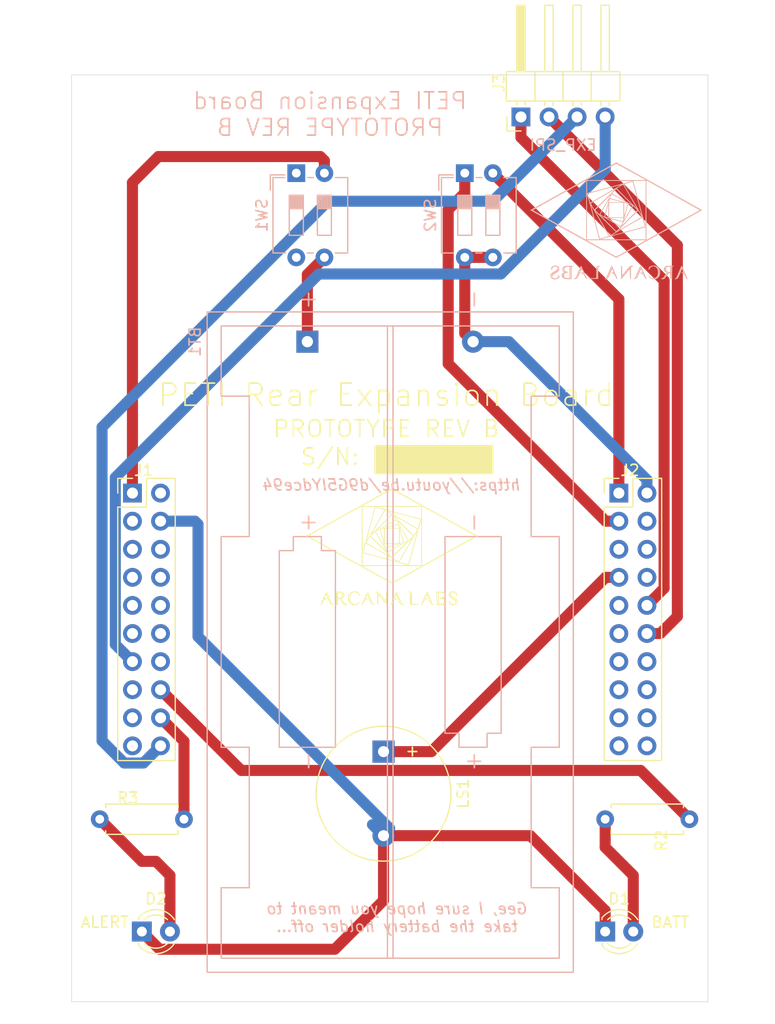
<source format=kicad_pcb>
(kicad_pcb (version 20171130) (host pcbnew 5.1.5+dfsg1-2build2)

  (general
    (thickness 1.6)
    (drawings 11)
    (tracks 73)
    (zones 0)
    (modules 17)
    (nets 46)
  )

  (page A4)
  (title_block
    (title "PETI Dev Kit - Rear Expansion Board")
    (date 2021-11-29)
    (rev B)
    (company "Arcana Labs")
  )

  (layers
    (0 F.Cu signal)
    (31 B.Cu signal)
    (32 B.Adhes user)
    (33 F.Adhes user)
    (34 B.Paste user)
    (35 F.Paste user)
    (36 B.SilkS user)
    (37 F.SilkS user)
    (38 B.Mask user)
    (39 F.Mask user)
    (40 Dwgs.User user)
    (41 Cmts.User user)
    (42 Eco1.User user)
    (43 Eco2.User user)
    (44 Edge.Cuts user)
    (45 Margin user)
    (46 B.CrtYd user)
    (47 F.CrtYd user)
    (48 B.Fab user)
    (49 F.Fab user)
  )

  (setup
    (last_trace_width 1)
    (user_trace_width 1)
    (trace_clearance 0.2)
    (zone_clearance 0.508)
    (zone_45_only no)
    (trace_min 0.2)
    (via_size 0.8)
    (via_drill 0.4)
    (via_min_size 0.4)
    (via_min_drill 0.3)
    (uvia_size 0.3)
    (uvia_drill 0.1)
    (uvias_allowed no)
    (uvia_min_size 0.2)
    (uvia_min_drill 0.1)
    (edge_width 0.05)
    (segment_width 0.2)
    (pcb_text_width 0.3)
    (pcb_text_size 1.5 1.5)
    (mod_edge_width 0.12)
    (mod_text_size 1 1)
    (mod_text_width 0.15)
    (pad_size 1.524 1.524)
    (pad_drill 0.762)
    (pad_to_mask_clearance 0.051)
    (solder_mask_min_width 0.25)
    (aux_axis_origin 0 0)
    (grid_origin 153.67 121.92)
    (visible_elements FFFFFF7F)
    (pcbplotparams
      (layerselection 0x010fc_ffffffff)
      (usegerberextensions false)
      (usegerberattributes false)
      (usegerberadvancedattributes false)
      (creategerberjobfile false)
      (excludeedgelayer true)
      (linewidth 0.100000)
      (plotframeref false)
      (viasonmask false)
      (mode 1)
      (useauxorigin false)
      (hpglpennumber 1)
      (hpglpenspeed 20)
      (hpglpendiameter 15.000000)
      (psnegative false)
      (psa4output false)
      (plotreference true)
      (plotvalue true)
      (plotinvisibletext false)
      (padsonsilk false)
      (subtractmaskfromsilk false)
      (outputformat 1)
      (mirror false)
      (drillshape 0)
      (scaleselection 1)
      (outputdirectory "prototypegerbers/"))
  )

  (net 0 "")
  (net 1 "Net-(BT1-Pad2)")
  (net 2 "Net-(BT1-Pad1)")
  (net 3 "Net-(D1-Pad2)")
  (net 4 "Net-(D2-Pad2)")
  (net 5 "Net-(J1-Pad20)")
  (net 6 "Net-(J1-Pad18)")
  (net 7 "Net-(J1-Pad17)")
  (net 8 "Net-(J1-Pad16)")
  (net 9 "Net-(J1-Pad15)")
  (net 10 "Net-(J1-Pad14)")
  (net 11 "Net-(J1-Pad13)")
  (net 12 "Net-(J1-Pad12)")
  (net 13 "Net-(J1-Pad11)")
  (net 14 "Net-(J1-Pad10)")
  (net 15 "Net-(J1-Pad9)")
  (net 16 "Net-(J1-Pad8)")
  (net 17 "Net-(J1-Pad7)")
  (net 18 "Net-(J1-Pad6)")
  (net 19 "Net-(J1-Pad5)")
  (net 20 "Net-(J1-Pad3)")
  (net 21 "Net-(J1-Pad2)")
  (net 22 "Net-(J1-Pad1)")
  (net 23 "Net-(J2-Pad19)")
  (net 24 "Net-(J2-Pad18)")
  (net 25 "Net-(J2-Pad17)")
  (net 26 "Net-(J2-Pad16)")
  (net 27 "Net-(J2-Pad15)")
  (net 28 "Net-(J2-Pad14)")
  (net 29 "Net-(J2-Pad13)")
  (net 30 "Net-(J2-Pad12)")
  (net 31 "Net-(J2-Pad11)")
  (net 32 "Net-(J2-Pad10)")
  (net 33 "Net-(J2-Pad9)")
  (net 34 "Net-(J2-Pad8)")
  (net 35 "Net-(J2-Pad7)")
  (net 36 "Net-(J2-Pad6)")
  (net 37 "Net-(J2-Pad5)")
  (net 38 "Net-(J2-Pad4)")
  (net 39 "Net-(J2-Pad3)")
  (net 40 "Net-(J2-Pad1)")
  (net 41 "Net-(J1-Pad19)")
  (net 42 "Net-(J2-Pad20)")
  (net 43 "Net-(SW1-Pad4)")
  (net 44 "Net-(SW1-Pad1)")
  (net 45 "Net-(D1-Pad1)")

  (net_class Default "This is the default net class."
    (clearance 0.2)
    (trace_width 0.25)
    (via_dia 0.8)
    (via_drill 0.4)
    (uvia_dia 0.3)
    (uvia_drill 0.1)
    (add_net "Net-(BT1-Pad1)")
    (add_net "Net-(BT1-Pad2)")
    (add_net "Net-(D1-Pad1)")
    (add_net "Net-(D1-Pad2)")
    (add_net "Net-(D2-Pad2)")
    (add_net "Net-(J1-Pad1)")
    (add_net "Net-(J1-Pad10)")
    (add_net "Net-(J1-Pad11)")
    (add_net "Net-(J1-Pad12)")
    (add_net "Net-(J1-Pad13)")
    (add_net "Net-(J1-Pad14)")
    (add_net "Net-(J1-Pad15)")
    (add_net "Net-(J1-Pad16)")
    (add_net "Net-(J1-Pad17)")
    (add_net "Net-(J1-Pad18)")
    (add_net "Net-(J1-Pad19)")
    (add_net "Net-(J1-Pad2)")
    (add_net "Net-(J1-Pad20)")
    (add_net "Net-(J1-Pad3)")
    (add_net "Net-(J1-Pad5)")
    (add_net "Net-(J1-Pad6)")
    (add_net "Net-(J1-Pad7)")
    (add_net "Net-(J1-Pad8)")
    (add_net "Net-(J1-Pad9)")
    (add_net "Net-(J2-Pad1)")
    (add_net "Net-(J2-Pad10)")
    (add_net "Net-(J2-Pad11)")
    (add_net "Net-(J2-Pad12)")
    (add_net "Net-(J2-Pad13)")
    (add_net "Net-(J2-Pad14)")
    (add_net "Net-(J2-Pad15)")
    (add_net "Net-(J2-Pad16)")
    (add_net "Net-(J2-Pad17)")
    (add_net "Net-(J2-Pad18)")
    (add_net "Net-(J2-Pad19)")
    (add_net "Net-(J2-Pad20)")
    (add_net "Net-(J2-Pad3)")
    (add_net "Net-(J2-Pad4)")
    (add_net "Net-(J2-Pad5)")
    (add_net "Net-(J2-Pad6)")
    (add_net "Net-(J2-Pad7)")
    (add_net "Net-(J2-Pad8)")
    (add_net "Net-(J2-Pad9)")
    (add_net "Net-(SW1-Pad1)")
    (add_net "Net-(SW1-Pad4)")
  )

  (module Connector_PinHeader_2.54mm:PinHeader_1x04_P2.54mm_Horizontal (layer F.Cu) (tedit 59FED5CB) (tstamp 6125877D)
    (at 191.77 49.53 90)
    (descr "Through hole angled pin header, 1x04, 2.54mm pitch, 6mm pin length, single row")
    (tags "Through hole angled pin header THT 1x04 2.54mm single row")
    (path /6127399A)
    (fp_text reference J3 (at 3.1 -2 90) (layer F.SilkS)
      (effects (font (size 1 1) (thickness 0.15)))
    )
    (fp_text value EXP_SPI (at -2.54 3.81 180) (layer B.SilkS)
      (effects (font (size 1 1) (thickness 0.15)) (justify mirror))
    )
    (fp_text user %R (at 2.25 3) (layer F.Fab)
      (effects (font (size 0.9 0.9) (thickness 0.135)))
    )
    (fp_line (start 10.55 -1.8) (end -1.8 -1.8) (layer F.CrtYd) (width 0.05))
    (fp_line (start 10.55 9.4) (end 10.55 -1.8) (layer F.CrtYd) (width 0.05))
    (fp_line (start -1.8 9.4) (end 10.55 9.4) (layer F.CrtYd) (width 0.05))
    (fp_line (start -1.8 -1.8) (end -1.8 9.4) (layer F.CrtYd) (width 0.05))
    (fp_line (start -1.27 -1.27) (end 0 -1.27) (layer F.SilkS) (width 0.12))
    (fp_line (start -1.27 0) (end -1.27 -1.27) (layer F.SilkS) (width 0.12))
    (fp_line (start 1.042929 8) (end 1.44 8) (layer F.SilkS) (width 0.12))
    (fp_line (start 1.042929 7.24) (end 1.44 7.24) (layer F.SilkS) (width 0.12))
    (fp_line (start 10.1 8) (end 4.1 8) (layer F.SilkS) (width 0.12))
    (fp_line (start 10.1 7.24) (end 10.1 8) (layer F.SilkS) (width 0.12))
    (fp_line (start 4.1 7.24) (end 10.1 7.24) (layer F.SilkS) (width 0.12))
    (fp_line (start 1.44 6.35) (end 4.1 6.35) (layer F.SilkS) (width 0.12))
    (fp_line (start 1.042929 5.46) (end 1.44 5.46) (layer F.SilkS) (width 0.12))
    (fp_line (start 1.042929 4.7) (end 1.44 4.7) (layer F.SilkS) (width 0.12))
    (fp_line (start 10.1 5.46) (end 4.1 5.46) (layer F.SilkS) (width 0.12))
    (fp_line (start 10.1 4.7) (end 10.1 5.46) (layer F.SilkS) (width 0.12))
    (fp_line (start 4.1 4.7) (end 10.1 4.7) (layer F.SilkS) (width 0.12))
    (fp_line (start 1.44 3.81) (end 4.1 3.81) (layer F.SilkS) (width 0.12))
    (fp_line (start 1.042929 2.92) (end 1.44 2.92) (layer F.SilkS) (width 0.12))
    (fp_line (start 1.042929 2.16) (end 1.44 2.16) (layer F.SilkS) (width 0.12))
    (fp_line (start 10.1 2.92) (end 4.1 2.92) (layer F.SilkS) (width 0.12))
    (fp_line (start 10.1 2.16) (end 10.1 2.92) (layer F.SilkS) (width 0.12))
    (fp_line (start 4.1 2.16) (end 10.1 2.16) (layer F.SilkS) (width 0.12))
    (fp_line (start 1.44 1.27) (end 4.1 1.27) (layer F.SilkS) (width 0.12))
    (fp_line (start 1.11 0.38) (end 1.44 0.38) (layer F.SilkS) (width 0.12))
    (fp_line (start 1.11 -0.38) (end 1.44 -0.38) (layer F.SilkS) (width 0.12))
    (fp_line (start 4.1 0.28) (end 10.1 0.28) (layer F.SilkS) (width 0.12))
    (fp_line (start 4.1 0.16) (end 10.1 0.16) (layer F.SilkS) (width 0.12))
    (fp_line (start 4.1 0.04) (end 10.1 0.04) (layer F.SilkS) (width 0.12))
    (fp_line (start 4.1 -0.08) (end 10.1 -0.08) (layer F.SilkS) (width 0.12))
    (fp_line (start 4.1 -0.2) (end 10.1 -0.2) (layer F.SilkS) (width 0.12))
    (fp_line (start 4.1 -0.32) (end 10.1 -0.32) (layer F.SilkS) (width 0.12))
    (fp_line (start 10.1 0.38) (end 4.1 0.38) (layer F.SilkS) (width 0.12))
    (fp_line (start 10.1 -0.38) (end 10.1 0.38) (layer F.SilkS) (width 0.12))
    (fp_line (start 4.1 -0.38) (end 10.1 -0.38) (layer F.SilkS) (width 0.12))
    (fp_line (start 4.1 -1.33) (end 1.44 -1.33) (layer F.SilkS) (width 0.12))
    (fp_line (start 4.1 8.95) (end 4.1 -1.33) (layer F.SilkS) (width 0.12))
    (fp_line (start 1.44 8.95) (end 4.1 8.95) (layer F.SilkS) (width 0.12))
    (fp_line (start 1.44 -1.33) (end 1.44 8.95) (layer F.SilkS) (width 0.12))
    (fp_line (start 4.04 7.94) (end 10.04 7.94) (layer F.Fab) (width 0.1))
    (fp_line (start 10.04 7.3) (end 10.04 7.94) (layer F.Fab) (width 0.1))
    (fp_line (start 4.04 7.3) (end 10.04 7.3) (layer F.Fab) (width 0.1))
    (fp_line (start -0.32 7.94) (end 1.5 7.94) (layer F.Fab) (width 0.1))
    (fp_line (start -0.32 7.3) (end -0.32 7.94) (layer F.Fab) (width 0.1))
    (fp_line (start -0.32 7.3) (end 1.5 7.3) (layer F.Fab) (width 0.1))
    (fp_line (start 4.04 5.4) (end 10.04 5.4) (layer F.Fab) (width 0.1))
    (fp_line (start 10.04 4.76) (end 10.04 5.4) (layer F.Fab) (width 0.1))
    (fp_line (start 4.04 4.76) (end 10.04 4.76) (layer F.Fab) (width 0.1))
    (fp_line (start -0.32 5.4) (end 1.5 5.4) (layer F.Fab) (width 0.1))
    (fp_line (start -0.32 4.76) (end -0.32 5.4) (layer F.Fab) (width 0.1))
    (fp_line (start -0.32 4.76) (end 1.5 4.76) (layer F.Fab) (width 0.1))
    (fp_line (start 4.04 2.86) (end 10.04 2.86) (layer F.Fab) (width 0.1))
    (fp_line (start 10.04 2.22) (end 10.04 2.86) (layer F.Fab) (width 0.1))
    (fp_line (start 4.04 2.22) (end 10.04 2.22) (layer F.Fab) (width 0.1))
    (fp_line (start -0.32 2.86) (end 1.5 2.86) (layer F.Fab) (width 0.1))
    (fp_line (start -0.32 2.22) (end -0.32 2.86) (layer F.Fab) (width 0.1))
    (fp_line (start -0.32 2.22) (end 1.5 2.22) (layer F.Fab) (width 0.1))
    (fp_line (start 4.04 0.32) (end 10.04 0.32) (layer F.Fab) (width 0.1))
    (fp_line (start 10.04 -0.32) (end 10.04 0.32) (layer F.Fab) (width 0.1))
    (fp_line (start 4.04 -0.32) (end 10.04 -0.32) (layer F.Fab) (width 0.1))
    (fp_line (start -0.32 0.32) (end 1.5 0.32) (layer F.Fab) (width 0.1))
    (fp_line (start -0.32 -0.32) (end -0.32 0.32) (layer F.Fab) (width 0.1))
    (fp_line (start -0.32 -0.32) (end 1.5 -0.32) (layer F.Fab) (width 0.1))
    (fp_line (start 1.5 -0.635) (end 2.135 -1.27) (layer F.Fab) (width 0.1))
    (fp_line (start 1.5 8.89) (end 1.5 -0.635) (layer F.Fab) (width 0.1))
    (fp_line (start 4.04 8.89) (end 1.5 8.89) (layer F.Fab) (width 0.1))
    (fp_line (start 4.04 -1.27) (end 4.04 8.89) (layer F.Fab) (width 0.1))
    (fp_line (start 2.135 -1.27) (end 4.04 -1.27) (layer F.Fab) (width 0.1))
    (pad 4 thru_hole oval (at 0 7.62 90) (size 1.7 1.7) (drill 1) (layers *.Cu *.Mask)
      (net 11 "Net-(J1-Pad13)"))
    (pad 3 thru_hole oval (at 0 5.08 90) (size 1.7 1.7) (drill 1) (layers *.Cu *.Mask)
      (net 5 "Net-(J1-Pad20)"))
    (pad 2 thru_hole oval (at 0 2.54 90) (size 1.7 1.7) (drill 1) (layers *.Cu *.Mask)
      (net 30 "Net-(J2-Pad12)"))
    (pad 1 thru_hole rect (at 0 0 90) (size 1.7 1.7) (drill 1) (layers *.Cu *.Mask)
      (net 32 "Net-(J2-Pad10)"))
    (model ${KISYS3DMOD}/Connector_PinHeader_2.54mm.3dshapes/PinHeader_1x04_P2.54mm_Horizontal.wrl
      (at (xyz 0 0 0))
      (scale (xyz 1 1 1))
      (rotate (xyz 0 0 0))
    )
  )

  (module Resistor_THT:R_Axial_DIN0207_L6.3mm_D2.5mm_P7.62mm_Horizontal (layer F.Cu) (tedit 5AE5139B) (tstamp 612587C3)
    (at 153.67 113.03)
    (descr "Resistor, Axial_DIN0207 series, Axial, Horizontal, pin pitch=7.62mm, 0.25W = 1/4W, length*diameter=6.3*2.5mm^2, http://cdn-reichelt.de/documents/datenblatt/B400/1_4W%23YAG.pdf")
    (tags "Resistor Axial_DIN0207 series Axial Horizontal pin pitch 7.62mm 0.25W = 1/4W length 6.3mm diameter 2.5mm")
    (path /6126DBB1)
    (fp_text reference R3 (at 2.54 -1.92) (layer F.SilkS)
      (effects (font (size 1 1) (thickness 0.15)))
    )
    (fp_text value 100 (at 2.54 1.92) (layer F.Fab)
      (effects (font (size 1 1) (thickness 0.15)))
    )
    (fp_text user %R (at 2.54 0) (layer F.Fab)
      (effects (font (size 0.72 0.72) (thickness 0.108)))
    )
    (fp_line (start 8.67 -1.5) (end -1.05 -1.5) (layer F.CrtYd) (width 0.05))
    (fp_line (start 8.67 1.5) (end 8.67 -1.5) (layer F.CrtYd) (width 0.05))
    (fp_line (start -1.05 1.5) (end 8.67 1.5) (layer F.CrtYd) (width 0.05))
    (fp_line (start -1.05 -1.5) (end -1.05 1.5) (layer F.CrtYd) (width 0.05))
    (fp_line (start 7.08 1.37) (end 7.08 1.04) (layer F.SilkS) (width 0.12))
    (fp_line (start 0.54 1.37) (end 7.08 1.37) (layer F.SilkS) (width 0.12))
    (fp_line (start 0.54 1.04) (end 0.54 1.37) (layer F.SilkS) (width 0.12))
    (fp_line (start 7.08 -1.37) (end 7.08 -1.04) (layer F.SilkS) (width 0.12))
    (fp_line (start 0.54 -1.37) (end 7.08 -1.37) (layer F.SilkS) (width 0.12))
    (fp_line (start 0.54 -1.04) (end 0.54 -1.37) (layer F.SilkS) (width 0.12))
    (fp_line (start 7.62 0) (end 6.96 0) (layer F.Fab) (width 0.1))
    (fp_line (start 0 0) (end 0.66 0) (layer F.Fab) (width 0.1))
    (fp_line (start 6.96 -1.25) (end 0.66 -1.25) (layer F.Fab) (width 0.1))
    (fp_line (start 6.96 1.25) (end 6.96 -1.25) (layer F.Fab) (width 0.1))
    (fp_line (start 0.66 1.25) (end 6.96 1.25) (layer F.Fab) (width 0.1))
    (fp_line (start 0.66 -1.25) (end 0.66 1.25) (layer F.Fab) (width 0.1))
    (pad 2 thru_hole oval (at 7.62 0) (size 1.6 1.6) (drill 0.8) (layers *.Cu *.Mask)
      (net 6 "Net-(J1-Pad18)"))
    (pad 1 thru_hole circle (at 0 0) (size 1.6 1.6) (drill 0.8) (layers *.Cu *.Mask)
      (net 4 "Net-(D2-Pad2)"))
    (model ${KISYS3DMOD}/Resistor_THT.3dshapes/R_Axial_DIN0207_L6.3mm_D2.5mm_P7.62mm_Horizontal.wrl
      (at (xyz 0 0 0))
      (scale (xyz 1 1 1))
      (rotate (xyz 0 0 0))
    )
  )

  (module Resistor_THT:R_Axial_DIN0207_L6.3mm_D2.5mm_P7.62mm_Horizontal (layer F.Cu) (tedit 5AE5139B) (tstamp 612587B0)
    (at 207.01 113.03 180)
    (descr "Resistor, Axial_DIN0207 series, Axial, Horizontal, pin pitch=7.62mm, 0.25W = 1/4W, length*diameter=6.3*2.5mm^2, http://cdn-reichelt.de/documents/datenblatt/B400/1_4W%23YAG.pdf")
    (tags "Resistor Axial_DIN0207 series Axial Horizontal pin pitch 7.62mm 0.25W = 1/4W length 6.3mm diameter 2.5mm")
    (path /6126D5AD)
    (fp_text reference R2 (at 2.54 -1.92 270) (layer F.SilkS)
      (effects (font (size 1 1) (thickness 0.15)))
    )
    (fp_text value "100 O" (at 2.54 1.92) (layer F.Fab)
      (effects (font (size 1 1) (thickness 0.15)))
    )
    (fp_text user %R (at 2.54 0 270) (layer F.Fab)
      (effects (font (size 0.72 0.72) (thickness 0.108)))
    )
    (fp_line (start 8.67 -1.5) (end -1.05 -1.5) (layer F.CrtYd) (width 0.05))
    (fp_line (start 8.67 1.5) (end 8.67 -1.5) (layer F.CrtYd) (width 0.05))
    (fp_line (start -1.05 1.5) (end 8.67 1.5) (layer F.CrtYd) (width 0.05))
    (fp_line (start -1.05 -1.5) (end -1.05 1.5) (layer F.CrtYd) (width 0.05))
    (fp_line (start 7.08 1.37) (end 7.08 1.04) (layer F.SilkS) (width 0.12))
    (fp_line (start 0.54 1.37) (end 7.08 1.37) (layer F.SilkS) (width 0.12))
    (fp_line (start 0.54 1.04) (end 0.54 1.37) (layer F.SilkS) (width 0.12))
    (fp_line (start 7.08 -1.37) (end 7.08 -1.04) (layer F.SilkS) (width 0.12))
    (fp_line (start 0.54 -1.37) (end 7.08 -1.37) (layer F.SilkS) (width 0.12))
    (fp_line (start 0.54 -1.04) (end 0.54 -1.37) (layer F.SilkS) (width 0.12))
    (fp_line (start 7.62 0) (end 6.96 0) (layer F.Fab) (width 0.1))
    (fp_line (start 0 0) (end 0.66 0) (layer F.Fab) (width 0.1))
    (fp_line (start 6.96 -1.25) (end 0.66 -1.25) (layer F.Fab) (width 0.1))
    (fp_line (start 6.96 1.25) (end 6.96 -1.25) (layer F.Fab) (width 0.1))
    (fp_line (start 0.66 1.25) (end 6.96 1.25) (layer F.Fab) (width 0.1))
    (fp_line (start 0.66 -1.25) (end 0.66 1.25) (layer F.Fab) (width 0.1))
    (pad 2 thru_hole oval (at 7.62 0 180) (size 1.6 1.6) (drill 0.8) (layers *.Cu *.Mask)
      (net 3 "Net-(D1-Pad2)"))
    (pad 1 thru_hole circle (at 0 0 180) (size 1.6 1.6) (drill 0.8) (layers *.Cu *.Mask)
      (net 8 "Net-(J1-Pad16)"))
    (model ${KISYS3DMOD}/Resistor_THT.3dshapes/R_Axial_DIN0207_L6.3mm_D2.5mm_P7.62mm_Horizontal.wrl
      (at (xyz 0 0 0))
      (scale (xyz 1 1 1))
      (rotate (xyz 0 0 0))
    )
  )

  (module Connector_PinHeader_2.54mm:PinHeader_2x10_P2.54mm_Vertical (layer F.Cu) (tedit 59FED5CC) (tstamp 61A574E1)
    (at 156.63 83.54)
    (descr "Through hole straight pin header, 2x10, 2.54mm pitch, double rows")
    (tags "Through hole pin header THT 2x10 2.54mm double row")
    (path /61259BA2)
    (fp_text reference J1 (at 1 -2.06) (layer F.SilkS)
      (effects (font (size 1 1) (thickness 0.15)))
    )
    (fp_text value BOOSTER_LEFT (at 1 20.06) (layer F.Fab)
      (effects (font (size 1 1) (thickness 0.15)))
    )
    (fp_text user %R (at 1 9 90) (layer F.Fab)
      (effects (font (size 1 1) (thickness 0.15)))
    )
    (fp_line (start 4.35 -1.8) (end -1.8 -1.8) (layer F.CrtYd) (width 0.05))
    (fp_line (start 4.35 24.65) (end 4.35 -1.8) (layer F.CrtYd) (width 0.05))
    (fp_line (start -1.8 24.65) (end 4.35 24.65) (layer F.CrtYd) (width 0.05))
    (fp_line (start -1.8 -1.8) (end -1.8 24.65) (layer F.CrtYd) (width 0.05))
    (fp_line (start -1.33 -1.33) (end 0 -1.33) (layer F.SilkS) (width 0.12))
    (fp_line (start -1.33 0) (end -1.33 -1.33) (layer F.SilkS) (width 0.12))
    (fp_line (start 1.27 -1.33) (end 3.87 -1.33) (layer F.SilkS) (width 0.12))
    (fp_line (start 1.27 1.27) (end 1.27 -1.33) (layer F.SilkS) (width 0.12))
    (fp_line (start -1.33 1.27) (end 1.27 1.27) (layer F.SilkS) (width 0.12))
    (fp_line (start 3.87 -1.33) (end 3.87 24.19) (layer F.SilkS) (width 0.12))
    (fp_line (start -1.33 1.27) (end -1.33 24.19) (layer F.SilkS) (width 0.12))
    (fp_line (start -1.33 24.19) (end 3.87 24.19) (layer F.SilkS) (width 0.12))
    (fp_line (start -1.27 0) (end 0 -1.27) (layer F.Fab) (width 0.1))
    (fp_line (start -1.27 24.13) (end -1.27 0) (layer F.Fab) (width 0.1))
    (fp_line (start 3.81 24.13) (end -1.27 24.13) (layer F.Fab) (width 0.1))
    (fp_line (start 3.81 -1.27) (end 3.81 24.13) (layer F.Fab) (width 0.1))
    (fp_line (start 0 -1.27) (end 3.81 -1.27) (layer F.Fab) (width 0.1))
    (pad 20 thru_hole oval (at 2.54 22.86) (size 1.7 1.7) (drill 1) (layers *.Cu *.Mask)
      (net 5 "Net-(J1-Pad20)"))
    (pad 19 thru_hole oval (at 0 22.86) (size 1.7 1.7) (drill 1) (layers *.Cu *.Mask)
      (net 41 "Net-(J1-Pad19)"))
    (pad 18 thru_hole oval (at 2.54 20.32) (size 1.7 1.7) (drill 1) (layers *.Cu *.Mask)
      (net 6 "Net-(J1-Pad18)"))
    (pad 17 thru_hole oval (at 0 20.32) (size 1.7 1.7) (drill 1) (layers *.Cu *.Mask)
      (net 7 "Net-(J1-Pad17)"))
    (pad 16 thru_hole oval (at 2.54 17.78) (size 1.7 1.7) (drill 1) (layers *.Cu *.Mask)
      (net 8 "Net-(J1-Pad16)"))
    (pad 15 thru_hole oval (at 0 17.78) (size 1.7 1.7) (drill 1) (layers *.Cu *.Mask)
      (net 9 "Net-(J1-Pad15)"))
    (pad 14 thru_hole oval (at 2.54 15.24) (size 1.7 1.7) (drill 1) (layers *.Cu *.Mask)
      (net 10 "Net-(J1-Pad14)"))
    (pad 13 thru_hole oval (at 0 15.24) (size 1.7 1.7) (drill 1) (layers *.Cu *.Mask)
      (net 11 "Net-(J1-Pad13)"))
    (pad 12 thru_hole oval (at 2.54 12.7) (size 1.7 1.7) (drill 1) (layers *.Cu *.Mask)
      (net 12 "Net-(J1-Pad12)"))
    (pad 11 thru_hole oval (at 0 12.7) (size 1.7 1.7) (drill 1) (layers *.Cu *.Mask)
      (net 13 "Net-(J1-Pad11)"))
    (pad 10 thru_hole oval (at 2.54 10.16) (size 1.7 1.7) (drill 1) (layers *.Cu *.Mask)
      (net 14 "Net-(J1-Pad10)"))
    (pad 9 thru_hole oval (at 0 10.16) (size 1.7 1.7) (drill 1) (layers *.Cu *.Mask)
      (net 15 "Net-(J1-Pad9)"))
    (pad 8 thru_hole oval (at 2.54 7.62) (size 1.7 1.7) (drill 1) (layers *.Cu *.Mask)
      (net 16 "Net-(J1-Pad8)"))
    (pad 7 thru_hole oval (at 0 7.62) (size 1.7 1.7) (drill 1) (layers *.Cu *.Mask)
      (net 17 "Net-(J1-Pad7)"))
    (pad 6 thru_hole oval (at 2.54 5.08) (size 1.7 1.7) (drill 1) (layers *.Cu *.Mask)
      (net 18 "Net-(J1-Pad6)"))
    (pad 5 thru_hole oval (at 0 5.08) (size 1.7 1.7) (drill 1) (layers *.Cu *.Mask)
      (net 19 "Net-(J1-Pad5)"))
    (pad 4 thru_hole oval (at 2.54 2.54) (size 1.7 1.7) (drill 1) (layers *.Cu *.Mask)
      (net 45 "Net-(D1-Pad1)"))
    (pad 3 thru_hole oval (at 0 2.54) (size 1.7 1.7) (drill 1) (layers *.Cu *.Mask)
      (net 20 "Net-(J1-Pad3)"))
    (pad 2 thru_hole oval (at 2.54 0) (size 1.7 1.7) (drill 1) (layers *.Cu *.Mask)
      (net 21 "Net-(J1-Pad2)"))
    (pad 1 thru_hole rect (at 0 0) (size 1.7 1.7) (drill 1) (layers *.Cu *.Mask)
      (net 22 "Net-(J1-Pad1)"))
    (model ${KISYS3DMOD}/Connector_PinHeader_2.54mm.3dshapes/PinHeader_2x10_P2.54mm_Vertical.wrl
      (at (xyz 0 0 0))
      (scale (xyz 1 1 1))
      (rotate (xyz 0 0 0))
    )
  )

  (module Connector_PinHeader_2.54mm:PinHeader_2x10_P2.54mm_Vertical (layer F.Cu) (tedit 59FED5CC) (tstamp 612613EF)
    (at 200.63 83.54)
    (descr "Through hole straight pin header, 2x10, 2.54mm pitch, double rows")
    (tags "Through hole pin header THT 2x10 2.54mm double row")
    (path /6125A876)
    (fp_text reference J2 (at 1 -2.06) (layer F.SilkS)
      (effects (font (size 1 1) (thickness 0.15)))
    )
    (fp_text value BOOSTER_RIGHT (at 1 20.06) (layer F.Fab)
      (effects (font (size 1 1) (thickness 0.15)))
    )
    (fp_text user %R (at 1 9 90) (layer F.Fab)
      (effects (font (size 1 1) (thickness 0.15)))
    )
    (fp_line (start 4.35 -1.8) (end -1.8 -1.8) (layer F.CrtYd) (width 0.05))
    (fp_line (start 4.35 24.65) (end 4.35 -1.8) (layer F.CrtYd) (width 0.05))
    (fp_line (start -1.8 24.65) (end 4.35 24.65) (layer F.CrtYd) (width 0.05))
    (fp_line (start -1.8 -1.8) (end -1.8 24.65) (layer F.CrtYd) (width 0.05))
    (fp_line (start -1.33 -1.33) (end 0 -1.33) (layer F.SilkS) (width 0.12))
    (fp_line (start -1.33 0) (end -1.33 -1.33) (layer F.SilkS) (width 0.12))
    (fp_line (start 1.27 -1.33) (end 3.87 -1.33) (layer F.SilkS) (width 0.12))
    (fp_line (start 1.27 1.27) (end 1.27 -1.33) (layer F.SilkS) (width 0.12))
    (fp_line (start -1.33 1.27) (end 1.27 1.27) (layer F.SilkS) (width 0.12))
    (fp_line (start 3.87 -1.33) (end 3.87 24.19) (layer F.SilkS) (width 0.12))
    (fp_line (start -1.33 1.27) (end -1.33 24.19) (layer F.SilkS) (width 0.12))
    (fp_line (start -1.33 24.19) (end 3.87 24.19) (layer F.SilkS) (width 0.12))
    (fp_line (start -1.27 0) (end 0 -1.27) (layer F.Fab) (width 0.1))
    (fp_line (start -1.27 24.13) (end -1.27 0) (layer F.Fab) (width 0.1))
    (fp_line (start 3.81 24.13) (end -1.27 24.13) (layer F.Fab) (width 0.1))
    (fp_line (start 3.81 -1.27) (end 3.81 24.13) (layer F.Fab) (width 0.1))
    (fp_line (start 0 -1.27) (end 3.81 -1.27) (layer F.Fab) (width 0.1))
    (pad 20 thru_hole oval (at 2.54 22.86) (size 1.7 1.7) (drill 1) (layers *.Cu *.Mask)
      (net 42 "Net-(J2-Pad20)"))
    (pad 19 thru_hole oval (at 0 22.86) (size 1.7 1.7) (drill 1) (layers *.Cu *.Mask)
      (net 23 "Net-(J2-Pad19)"))
    (pad 18 thru_hole oval (at 2.54 20.32) (size 1.7 1.7) (drill 1) (layers *.Cu *.Mask)
      (net 24 "Net-(J2-Pad18)"))
    (pad 17 thru_hole oval (at 0 20.32) (size 1.7 1.7) (drill 1) (layers *.Cu *.Mask)
      (net 25 "Net-(J2-Pad17)"))
    (pad 16 thru_hole oval (at 2.54 17.78) (size 1.7 1.7) (drill 1) (layers *.Cu *.Mask)
      (net 26 "Net-(J2-Pad16)"))
    (pad 15 thru_hole oval (at 0 17.78) (size 1.7 1.7) (drill 1) (layers *.Cu *.Mask)
      (net 27 "Net-(J2-Pad15)"))
    (pad 14 thru_hole oval (at 2.54 15.24) (size 1.7 1.7) (drill 1) (layers *.Cu *.Mask)
      (net 28 "Net-(J2-Pad14)"))
    (pad 13 thru_hole oval (at 0 15.24) (size 1.7 1.7) (drill 1) (layers *.Cu *.Mask)
      (net 29 "Net-(J2-Pad13)"))
    (pad 12 thru_hole oval (at 2.54 12.7) (size 1.7 1.7) (drill 1) (layers *.Cu *.Mask)
      (net 30 "Net-(J2-Pad12)"))
    (pad 11 thru_hole oval (at 0 12.7) (size 1.7 1.7) (drill 1) (layers *.Cu *.Mask)
      (net 31 "Net-(J2-Pad11)"))
    (pad 10 thru_hole oval (at 2.54 10.16) (size 1.7 1.7) (drill 1) (layers *.Cu *.Mask)
      (net 32 "Net-(J2-Pad10)"))
    (pad 9 thru_hole oval (at 0 10.16) (size 1.7 1.7) (drill 1) (layers *.Cu *.Mask)
      (net 33 "Net-(J2-Pad9)"))
    (pad 8 thru_hole oval (at 2.54 7.62) (size 1.7 1.7) (drill 1) (layers *.Cu *.Mask)
      (net 34 "Net-(J2-Pad8)"))
    (pad 7 thru_hole oval (at 0 7.62) (size 1.7 1.7) (drill 1) (layers *.Cu *.Mask)
      (net 35 "Net-(J2-Pad7)"))
    (pad 6 thru_hole oval (at 2.54 5.08) (size 1.7 1.7) (drill 1) (layers *.Cu *.Mask)
      (net 36 "Net-(J2-Pad6)"))
    (pad 5 thru_hole oval (at 0 5.08) (size 1.7 1.7) (drill 1) (layers *.Cu *.Mask)
      (net 37 "Net-(J2-Pad5)"))
    (pad 4 thru_hole oval (at 2.54 2.54) (size 1.7 1.7) (drill 1) (layers *.Cu *.Mask)
      (net 38 "Net-(J2-Pad4)"))
    (pad 3 thru_hole oval (at 0 2.54) (size 1.7 1.7) (drill 1) (layers *.Cu *.Mask)
      (net 39 "Net-(J2-Pad3)"))
    (pad 2 thru_hole oval (at 2.54 0) (size 1.7 1.7) (drill 1) (layers *.Cu *.Mask)
      (net 1 "Net-(BT1-Pad2)"))
    (pad 1 thru_hole rect (at 0 0) (size 1.7 1.7) (drill 1) (layers *.Cu *.Mask)
      (net 40 "Net-(J2-Pad1)"))
    (model ${KISYS3DMOD}/Connector_PinHeader_2.54mm.3dshapes/PinHeader_2x10_P2.54mm_Vertical.wrl
      (at (xyz 0 0 0))
      (scale (xyz 1 1 1))
      (rotate (xyz 0 0 0))
    )
  )

  (module arclabs-specific:logo-15x10 (layer B.Cu) (tedit 0) (tstamp 61949E9B)
    (at 200.406 58.928 180)
    (fp_text reference G*** (at 0 0 180) (layer B.SilkS) hide
      (effects (font (size 1.524 1.524) (thickness 0.3)) (justify mirror))
    )
    (fp_text value LOGO (at 0.75 0 180) (layer B.SilkS) hide
      (effects (font (size 1.524 1.524) (thickness 0.3)) (justify mirror))
    )
    (fp_poly (pts (xy -3.24244 -4.051472) (xy -3.130254 -4.083696) (xy -3.036485 -4.125324) (xy -2.976666 -4.171314)
      (xy -2.942741 -4.231307) (xy -2.926657 -4.314943) (xy -2.925385 -4.328912) (xy -2.923636 -4.402367)
      (xy -2.932307 -4.438451) (xy -2.949469 -4.435723) (xy -2.973194 -4.392742) (xy -2.98162 -4.370909)
      (xy -3.043084 -4.255726) (xy -3.130796 -4.170975) (xy -3.239927 -4.120181) (xy -3.344333 -4.106334)
      (xy -3.467264 -4.12532) (xy -3.571172 -4.180959) (xy -3.654349 -4.271275) (xy -3.715085 -4.394288)
      (xy -3.751671 -4.548022) (xy -3.755972 -4.582584) (xy -3.758245 -4.747553) (xy -3.729266 -4.892657)
      (xy -3.671253 -5.014339) (xy -3.586425 -5.109042) (xy -3.476999 -5.173211) (xy -3.370545 -5.200541)
      (xy -3.248735 -5.198352) (xy -3.135997 -5.156679) (xy -3.028832 -5.074172) (xy -3.020048 -5.065415)
      (xy -2.968815 -5.016778) (xy -2.92925 -4.985363) (xy -2.910138 -4.977973) (xy -2.912798 -5.002391)
      (xy -2.939838 -5.045515) (xy -2.98349 -5.09851) (xy -3.035982 -5.152542) (xy -3.089545 -5.198775)
      (xy -3.125542 -5.222905) (xy -3.231241 -5.262644) (xy -3.357164 -5.281483) (xy -3.485863 -5.277825)
      (xy -3.562064 -5.262819) (xy -3.690751 -5.205497) (xy -3.800001 -5.111098) (xy -3.881851 -4.994807)
      (xy -3.913052 -4.936422) (xy -3.932447 -4.886451) (xy -3.942801 -4.831537) (xy -3.946879 -4.758325)
      (xy -3.947481 -4.677834) (xy -3.946002 -4.577664) (xy -3.940057 -4.50648) (xy -3.927206 -4.450984)
      (xy -3.905009 -4.397877) (xy -3.891163 -4.370917) (xy -3.797433 -4.235067) (xy -3.681177 -4.133492)
      (xy -3.546915 -4.067897) (xy -3.399163 -4.039989) (xy -3.24244 -4.051472)) (layer B.SilkS) (width 0.01))
    (fp_poly (pts (xy 5.675337 -4.064926) (xy 5.784492 -4.113561) (xy 5.83642 -4.153367) (xy 5.863435 -4.18574)
      (xy 5.878065 -4.227096) (xy 5.883759 -4.290619) (xy 5.884334 -4.336506) (xy 5.881358 -4.413548)
      (xy 5.87228 -4.448731) (xy 5.856874 -4.442121) (xy 5.834914 -4.393781) (xy 5.821572 -4.354504)
      (xy 5.769951 -4.248355) (xy 5.694584 -4.169792) (xy 5.606244 -4.126713) (xy 5.512102 -4.116944)
      (xy 5.427341 -4.136122) (xy 5.3606 -4.17946) (xy 5.320514 -4.242171) (xy 5.312834 -4.289336)
      (xy 5.327605 -4.343958) (xy 5.373725 -4.402911) (xy 5.453901 -4.468688) (xy 5.57084 -4.543784)
      (xy 5.619664 -4.572) (xy 5.760096 -4.658373) (xy 5.861997 -4.738539) (xy 5.927919 -4.816508)
      (xy 5.960413 -4.896287) (xy 5.962032 -4.981886) (xy 5.937588 -5.071478) (xy 5.880974 -5.163875)
      (xy 5.795016 -5.232869) (xy 5.687327 -5.275702) (xy 5.565521 -5.28962) (xy 5.437211 -5.271865)
      (xy 5.408084 -5.263177) (xy 5.303192 -5.224546) (xy 5.233205 -5.185514) (xy 5.191354 -5.138219)
      (xy 5.170873 -5.0748) (xy 5.164994 -4.987394) (xy 5.164956 -4.980708) (xy 5.170376 -4.920544)
      (xy 5.184114 -4.883244) (xy 5.201704 -4.875122) (xy 5.218682 -4.902494) (xy 5.219168 -4.904034)
      (xy 5.2714 -5.034166) (xy 5.33722 -5.126032) (xy 5.41962 -5.182354) (xy 5.521595 -5.205852)
      (xy 5.55235 -5.206921) (xy 5.663366 -5.194079) (xy 5.742062 -5.155926) (xy 5.787264 -5.093319)
      (xy 5.798523 -5.027084) (xy 5.792182 -4.977714) (xy 5.76925 -4.932315) (xy 5.724371 -4.885292)
      (xy 5.65219 -4.831053) (xy 5.547351 -4.764003) (xy 5.545667 -4.762972) (xy 5.459291 -4.709048)
      (xy 5.378413 -4.656712) (xy 5.315401 -4.614045) (xy 5.294713 -4.599053) (xy 5.217769 -4.517624)
      (xy 5.176234 -4.422609) (xy 5.169594 -4.322486) (xy 5.197333 -4.225728) (xy 5.258934 -4.140811)
      (xy 5.32562 -4.090807) (xy 5.432645 -4.051925) (xy 5.553635 -4.043839) (xy 5.675337 -4.064926)) (layer B.SilkS) (width 0.01))
    (fp_poly (pts (xy -5.88501 -4.06941) (xy -5.857605 -4.124112) (xy -5.819307 -4.207161) (xy -5.772586 -4.313101)
      (xy -5.719915 -4.436475) (xy -5.680543 -4.53098) (xy -5.607339 -4.707831) (xy -5.54784 -4.849537)
      (xy -5.499916 -4.960212) (xy -5.461436 -5.043972) (xy -5.43027 -5.104929) (xy -5.404286 -5.147201)
      (xy -5.381355 -5.1749) (xy -5.359346 -5.192141) (xy -5.336128 -5.20304) (xy -5.331739 -5.204617)
      (xy -5.284042 -5.229348) (xy -5.273287 -5.252779) (xy -5.299802 -5.267849) (xy -5.328708 -5.270035)
      (xy -5.404486 -5.256444) (xy -5.487023 -5.222458) (xy -5.559093 -5.17666) (xy -5.598908 -5.135392)
      (xy -5.619341 -5.09728) (xy -5.652007 -5.028351) (xy -5.693104 -4.936965) (xy -5.738827 -4.831483)
      (xy -5.760976 -4.779076) (xy -5.807609 -4.667899) (xy -5.850943 -4.564775) (xy -5.88719 -4.4787)
      (xy -5.912567 -4.41867) (xy -5.919381 -4.402667) (xy -5.951094 -4.328584) (xy -6.011256 -4.459989)
      (xy -6.054252 -4.554396) (xy -6.079454 -4.616666) (xy -6.085971 -4.653472) (xy -6.072917 -4.671486)
      (xy -6.039403 -4.677383) (xy -5.98454 -4.677834) (xy -5.982259 -4.677834) (xy -5.915553 -4.681392)
      (xy -5.86755 -4.690552) (xy -5.852583 -4.699) (xy -5.859177 -4.715557) (xy -5.883927 -4.720167)
      (xy -5.967251 -4.739033) (xy -6.055819 -4.790745) (xy -6.141541 -4.86797) (xy -6.216323 -4.963375)
      (xy -6.272074 -5.069628) (xy -6.273445 -5.073105) (xy -6.317518 -5.175235) (xy -6.355678 -5.239101)
      (xy -6.390094 -5.267996) (xy -6.403404 -5.2705) (xy -6.431303 -5.262432) (xy -6.434666 -5.255835)
      (xy -6.42649 -5.227497) (xy -6.403637 -5.167669) (xy -6.36862 -5.082017) (xy -6.323953 -4.976206)
      (xy -6.272148 -4.855901) (xy -6.21572 -4.726767) (xy -6.157182 -4.59447) (xy -6.099046 -4.464674)
      (xy -6.043826 -4.343046) (xy -5.994037 -4.23525) (xy -5.95219 -4.146952) (xy -5.920799 -4.083816)
      (xy -5.902377 -4.051509) (xy -5.899051 -4.048511) (xy -5.88501 -4.06941)) (layer B.SilkS) (width 0.01))
    (fp_poly (pts (xy -4.74695 -4.06584) (xy -4.649126 -4.069391) (xy -4.567562 -4.074834) (xy -4.510622 -4.082155)
      (xy -4.494003 -4.086513) (xy -4.404182 -4.139152) (xy -4.334792 -4.216135) (xy -4.292206 -4.307045)
      (xy -4.282798 -4.401465) (xy -4.286611 -4.425479) (xy -4.317442 -4.498032) (xy -4.371294 -4.568344)
      (xy -4.435775 -4.62284) (xy -4.48822 -4.646278) (xy -4.532296 -4.66222) (xy -4.550832 -4.681362)
      (xy -4.550833 -4.681513) (xy -4.538962 -4.707239) (xy -4.507195 -4.758444) (xy -4.461304 -4.826939)
      (xy -4.407057 -4.904535) (xy -4.350225 -4.983046) (xy -4.296579 -5.054283) (xy -4.251889 -5.110058)
      (xy -4.236208 -5.127963) (xy -4.178148 -5.173474) (xy -4.108342 -5.206307) (xy -4.101411 -5.208326)
      (xy -4.053606 -5.226374) (xy -4.03217 -5.24509) (xy -4.03286 -5.250321) (xy -4.05972 -5.261377)
      (xy -4.114774 -5.26804) (xy -4.184071 -5.269941) (xy -4.253665 -5.266709) (xy -4.309607 -5.257974)
      (xy -4.310664 -5.257694) (xy -4.340676 -5.235518) (xy -4.389758 -5.182349) (xy -4.454048 -5.102781)
      (xy -4.529686 -5.001406) (xy -4.550599 -4.972233) (xy -4.625433 -4.868098) (xy -4.681146 -4.794026)
      (xy -4.722382 -4.74505) (xy -4.753786 -4.716199) (xy -4.780004 -4.702506) (xy -4.805681 -4.699001)
      (xy -4.806029 -4.699) (xy -4.867104 -4.699) (xy -4.87301 -4.979459) (xy -4.878916 -5.259917)
      (xy -4.958291 -5.266486) (xy -5.037666 -5.273056) (xy -5.037666 -4.730636) (xy -5.038539 -4.554726)
      (xy -5.041065 -4.405478) (xy -5.045109 -4.286517) (xy -5.050534 -4.201468) (xy -5.057205 -4.153955)
      (xy -5.058402 -4.150585) (xy -4.868333 -4.150585) (xy -4.868333 -4.6355) (xy -4.79357 -4.6355)
      (xy -4.718962 -4.626665) (xy -4.648957 -4.606315) (xy -4.56085 -4.549369) (xy -4.505826 -4.468377)
      (xy -4.487333 -4.370917) (xy -4.506083 -4.276262) (xy -4.557606 -4.20124) (xy -4.634816 -4.151229)
      (xy -4.730626 -4.131608) (xy -4.795629 -4.136946) (xy -4.868333 -4.150585) (xy -5.058402 -4.150585)
      (xy -5.059578 -4.147275) (xy -5.100603 -4.113322) (xy -5.144245 -4.106334) (xy -5.188507 -4.100135)
      (xy -5.207 -4.085227) (xy -5.207 -4.085167) (xy -5.187251 -4.077029) (xy -5.13358 -4.07088)
      (xy -5.05435 -4.066701) (xy -4.957926 -4.064479) (xy -4.852672 -4.064197) (xy -4.74695 -4.06584)) (layer B.SilkS) (width 0.01))
    (fp_poly (pts (xy -2.167788 -4.072166) (xy -2.139665 -4.124934) (xy -2.10052 -4.206507) (xy -2.052791 -4.311668)
      (xy -1.998915 -4.4352) (xy -1.950073 -4.550834) (xy -1.877509 -4.724779) (xy -1.818952 -4.863748)
      (xy -1.772244 -4.971895) (xy -1.735231 -5.053368) (xy -1.705754 -5.11232) (xy -1.681657 -5.152903)
      (xy -1.660785 -5.179266) (xy -1.64098 -5.195561) (xy -1.620086 -5.205941) (xy -1.607309 -5.210645)
      (xy -1.556676 -5.234708) (xy -1.545712 -5.254404) (xy -1.571754 -5.265621) (xy -1.632138 -5.264248)
      (xy -1.64127 -5.263082) (xy -1.707653 -5.251116) (xy -1.763035 -5.232106) (xy -1.811108 -5.201321)
      (xy -1.855562 -5.154032) (xy -1.90009 -5.085506) (xy -1.948381 -4.991013) (xy -2.004129 -4.865822)
      (xy -2.064887 -4.720167) (xy -2.111888 -4.6066) (xy -2.154007 -4.506605) (xy -2.188399 -4.426799)
      (xy -2.212217 -4.373799) (xy -2.222158 -4.3546) (xy -2.236268 -4.365036) (xy -2.262294 -4.406723)
      (xy -2.295682 -4.471911) (xy -2.312437 -4.508058) (xy -2.388789 -4.677834) (xy -2.26456 -4.677834)
      (xy -2.188141 -4.681535) (xy -2.142036 -4.691048) (xy -2.129406 -4.703981) (xy -2.153413 -4.717946)
      (xy -2.198424 -4.72783) (xy -2.295733 -4.763785) (xy -2.390842 -4.837816) (xy -2.479565 -4.945712)
      (xy -2.55772 -5.083262) (xy -2.563215 -5.095039) (xy -2.608422 -5.18552) (xy -2.646188 -5.245336)
      (xy -2.673665 -5.270084) (xy -2.676614 -5.2705) (xy -2.705421 -5.260945) (xy -2.709333 -5.252378)
      (xy -2.70118 -5.223485) (xy -2.678401 -5.162995) (xy -2.643523 -5.076653) (xy -2.59907 -4.970201)
      (xy -2.547565 -4.849386) (xy -2.491532 -4.719951) (xy -2.433498 -4.58764) (xy -2.375984 -4.458198)
      (xy -2.321517 -4.33737) (xy -2.272621 -4.2309) (xy -2.231819 -4.144531) (xy -2.201636 -4.084009)
      (xy -2.184596 -4.055078) (xy -2.182454 -4.053417) (xy -2.167788 -4.072166)) (layer B.SilkS) (width 0.01))
    (fp_poly (pts (xy -1.411394 -4.063424) (xy -1.338652 -4.070194) (xy -1.271398 -4.082889) (xy -1.221372 -4.10086)
      (xy -1.217083 -4.10334) (xy -1.186007 -4.130661) (xy -1.133308 -4.186033) (xy -1.063561 -4.264255)
      (xy -0.981345 -4.360126) (xy -0.891235 -4.468446) (xy -0.836083 -4.53626) (xy -0.518583 -4.929998)
      (xy -0.512862 -4.496999) (xy -0.51076 -4.351305) (xy -0.508444 -4.242554) (xy -0.505322 -4.165359)
      (xy -0.500801 -4.11433) (xy -0.494289 -4.08408) (xy -0.485192 -4.06922) (xy -0.472918 -4.064362)
      (xy -0.465237 -4.064) (xy -0.453054 -4.065362) (xy -0.443494 -4.072496) (xy -0.436239 -4.089974)
      (xy -0.430972 -4.12237) (xy -0.427374 -4.174257) (xy -0.42513 -4.250207) (xy -0.42392 -4.354793)
      (xy -0.423427 -4.492588) (xy -0.423333 -4.66725) (xy -0.423984 -4.831935) (xy -0.425839 -4.976987)
      (xy -0.428754 -5.097887) (xy -0.432587 -5.190117) (xy -0.437192 -5.249157) (xy -0.442426 -5.270489)
      (xy -0.442553 -5.2705) (xy -0.460353 -5.254688) (xy -0.501102 -5.210027) (xy -0.561249 -5.140679)
      (xy -0.63724 -5.050809) (xy -0.725523 -4.944578) (xy -0.822547 -4.826149) (xy -0.839428 -4.805383)
      (xy -1.217083 -4.340266) (xy -1.227666 -4.798351) (xy -1.232076 -4.960117) (xy -1.237277 -5.083424)
      (xy -1.243861 -5.172147) (xy -1.252422 -5.230159) (xy -1.263551 -5.261336) (xy -1.277842 -5.269551)
      (xy -1.295886 -5.258679) (xy -1.297781 -5.25683) (xy -1.301857 -5.232427) (xy -1.305492 -5.171712)
      (xy -1.308518 -5.080702) (xy -1.310768 -4.965418) (xy -1.312072 -4.83188) (xy -1.312333 -4.736178)
      (xy -1.312333 -4.230077) (xy -1.374205 -4.168205) (xy -1.432113 -4.124661) (xy -1.487589 -4.106407)
      (xy -1.490622 -4.106334) (xy -1.531173 -4.099285) (xy -1.545166 -4.085167) (xy -1.52639 -4.07026)
      (xy -1.477886 -4.063229) (xy -1.411394 -4.063424)) (layer B.SilkS) (width 0.01))
    (fp_poly (pts (xy 0.445896 -4.070049) (xy 0.473591 -4.124879) (xy 0.512702 -4.208591) (xy 0.560885 -4.31605)
      (xy 0.615796 -4.442123) (xy 0.675095 -4.581674) (xy 0.677252 -4.586814) (xy 0.737285 -4.72858)
      (xy 0.793468 -4.858763) (xy 0.843338 -4.971854) (xy 0.884435 -5.062344) (xy 0.914296 -5.124725)
      (xy 0.930461 -5.153488) (xy 0.930464 -5.15349) (xy 0.975682 -5.190959) (xy 1.009839 -5.208681)
      (xy 1.047005 -5.230608) (xy 1.058334 -5.24881) (xy 1.040548 -5.266302) (xy 0.994342 -5.268684)
      (xy 0.93044 -5.256959) (xy 0.859567 -5.232135) (xy 0.85399 -5.229647) (xy 0.813816 -5.208242)
      (xy 0.778114 -5.180082) (xy 0.74393 -5.140138) (xy 0.708309 -5.08338) (xy 0.668294 -5.004777)
      (xy 0.62093 -4.8993) (xy 0.563263 -4.76192) (xy 0.526899 -4.672945) (xy 0.481822 -4.563461)
      (xy 0.441849 -4.469077) (xy 0.409783 -4.396198) (xy 0.388427 -4.351226) (xy 0.381 -4.339639)
      (xy 0.367431 -4.359045) (xy 0.339325 -4.417748) (xy 0.296622 -4.515878) (xy 0.239265 -4.653566)
      (xy 0.236361 -4.660639) (xy 0.251434 -4.669985) (xy 0.297721 -4.676229) (xy 0.346237 -4.677834)
      (xy 0.413041 -4.681382) (xy 0.461154 -4.690519) (xy 0.47625 -4.699) (xy 0.469656 -4.715557)
      (xy 0.444906 -4.720167) (xy 0.378514 -4.735026) (xy 0.299597 -4.774046) (xy 0.222761 -4.828894)
      (xy 0.177661 -4.872667) (xy 0.139426 -4.926297) (xy 0.094493 -5.004147) (xy 0.051523 -5.090991)
      (xy 0.044515 -5.106747) (xy -0.002613 -5.203169) (xy -0.041809 -5.258043) (xy -0.073102 -5.271401)
      (xy -0.091162 -5.254625) (xy -0.086343 -5.230465) (xy -0.066609 -5.17402) (xy -0.034434 -5.090993)
      (xy 0.007707 -4.987088) (xy 0.057338 -4.868009) (xy 0.111984 -4.73946) (xy 0.169169 -4.607145)
      (xy 0.226418 -4.476767) (xy 0.281256 -4.35403) (xy 0.331207 -4.244638) (xy 0.373797 -4.154294)
      (xy 0.406549 -4.088703) (xy 0.426988 -4.053568) (xy 0.431959 -4.049236) (xy 0.445896 -4.070049)) (layer B.SilkS) (width 0.01))
    (fp_poly (pts (xy 3.208545 -4.072166) (xy 3.236669 -4.124934) (xy 3.275813 -4.206507) (xy 3.323542 -4.311668)
      (xy 3.377418 -4.4352) (xy 3.42626 -4.550834) (xy 3.498824 -4.724779) (xy 3.557381 -4.863748)
      (xy 3.604089 -4.971895) (xy 3.641103 -5.053368) (xy 3.67058 -5.11232) (xy 3.694676 -5.152903)
      (xy 3.715549 -5.179266) (xy 3.735353 -5.195561) (xy 3.756247 -5.205941) (xy 3.769025 -5.210645)
      (xy 3.819657 -5.234708) (xy 3.830621 -5.254404) (xy 3.80458 -5.265621) (xy 3.744196 -5.264248)
      (xy 3.735063 -5.263082) (xy 3.66868 -5.251116) (xy 3.613298 -5.232106) (xy 3.565225 -5.201321)
      (xy 3.520771 -5.154032) (xy 3.476244 -5.085506) (xy 3.427952 -4.991013) (xy 3.372205 -4.865822)
      (xy 3.311446 -4.720167) (xy 3.264446 -4.6066) (xy 3.222326 -4.506605) (xy 3.187934 -4.426799)
      (xy 3.164116 -4.373799) (xy 3.154175 -4.3546) (xy 3.140066 -4.365036) (xy 3.114039 -4.406723)
      (xy 3.080652 -4.471911) (xy 3.063897 -4.508058) (xy 2.987544 -4.677834) (xy 3.111773 -4.677834)
      (xy 3.188192 -4.681535) (xy 3.234297 -4.691048) (xy 3.246927 -4.703981) (xy 3.222921 -4.717946)
      (xy 3.17791 -4.72783) (xy 3.0806 -4.763785) (xy 2.985492 -4.837816) (xy 2.896768 -4.945712)
      (xy 2.818613 -5.083262) (xy 2.813118 -5.095039) (xy 2.767911 -5.18552) (xy 2.730146 -5.245336)
      (xy 2.702669 -5.270084) (xy 2.699719 -5.2705) (xy 2.670912 -5.260945) (xy 2.667 -5.252378)
      (xy 2.675154 -5.223485) (xy 2.697932 -5.162995) (xy 2.73281 -5.076653) (xy 2.777264 -4.970201)
      (xy 2.828769 -4.849386) (xy 2.884801 -4.719951) (xy 2.942836 -4.58764) (xy 3.000349 -4.458198)
      (xy 3.054816 -4.33737) (xy 3.103713 -4.2309) (xy 3.144515 -4.144531) (xy 3.174698 -4.084009)
      (xy 3.191737 -4.055078) (xy 3.193879 -4.053417) (xy 3.208545 -4.072166)) (layer B.SilkS) (width 0.01))
    (fp_poly (pts (xy 4.257484 -4.067579) (xy 4.401402 -4.070773) (xy 4.509842 -4.074896) (xy 4.589656 -4.080628)
      (xy 4.6477 -4.088647) (xy 4.690827 -4.099632) (xy 4.725125 -4.113879) (xy 4.806979 -4.174766)
      (xy 4.862698 -4.257184) (xy 4.889715 -4.351058) (xy 4.885468 -4.446316) (xy 4.847393 -4.532885)
      (xy 4.835654 -4.548078) (xy 4.789325 -4.593628) (xy 4.74454 -4.623435) (xy 4.737835 -4.626027)
      (xy 4.71572 -4.636629) (xy 4.722833 -4.649808) (xy 4.763711 -4.671161) (xy 4.78066 -4.678845)
      (xy 4.870152 -4.738423) (xy 4.926478 -4.817422) (xy 4.949332 -4.908574) (xy 4.938409 -5.004611)
      (xy 4.893405 -5.098265) (xy 4.814013 -5.182269) (xy 4.802183 -5.19134) (xy 4.739813 -5.219865)
      (xy 4.640136 -5.242575) (xy 4.507861 -5.258802) (xy 4.347701 -5.267877) (xy 4.250767 -5.269571)
      (xy 4.067117 -5.2705) (xy 4.062664 -4.905339) (xy 4.236789 -4.905339) (xy 4.237432 -5.013983)
      (xy 4.238908 -5.096596) (xy 4.24116 -5.146901) (xy 4.24285 -5.158937) (xy 4.269521 -5.175523)
      (xy 4.325888 -5.18451) (xy 4.40005 -5.18615) (xy 4.480103 -5.180694) (xy 4.554145 -5.168396)
      (xy 4.606775 -5.151229) (xy 4.683695 -5.093309) (xy 4.727929 -5.011584) (xy 4.735796 -4.91308)
      (xy 4.734978 -4.906392) (xy 4.720625 -4.84369) (xy 4.699531 -4.795429) (xy 4.695611 -4.790066)
      (xy 4.646659 -4.751125) (xy 4.57376 -4.714321) (xy 4.494928 -4.687385) (xy 4.434417 -4.677974)
      (xy 4.36631 -4.672009) (xy 4.339089 -4.658391) (xy 4.352696 -4.640238) (xy 4.407077 -4.620668)
      (xy 4.435559 -4.614096) (xy 4.535566 -4.590518) (xy 4.603147 -4.565711) (xy 4.647993 -4.534174)
      (xy 4.679796 -4.490404) (xy 4.690502 -4.469366) (xy 4.71222 -4.414327) (xy 4.713754 -4.368576)
      (xy 4.696814 -4.310175) (xy 4.657721 -4.231028) (xy 4.602032 -4.179096) (xy 4.522195 -4.150068)
      (xy 4.410655 -4.139633) (xy 4.39765 -4.139448) (xy 4.243917 -4.138084) (xy 4.238223 -4.635062)
      (xy 4.237035 -4.77694) (xy 4.236789 -4.905339) (xy 4.062664 -4.905339) (xy 4.060267 -4.708788)
      (xy 4.058 -4.533782) (xy 4.055371 -4.396514) (xy 4.051491 -4.292395) (xy 4.045469 -4.216834)
      (xy 4.036416 -4.165241) (xy 4.023442 -4.133024) (xy 4.005657 -4.115593) (xy 3.98217 -4.108358)
      (xy 3.952092 -4.106727) (xy 3.943541 -4.106658) (xy 3.900316 -4.096995) (xy 3.883025 -4.083454)
      (xy 3.892573 -4.074886) (xy 3.935206 -4.069168) (xy 4.013314 -4.0662) (xy 4.129289 -4.06588)
      (xy 4.257484 -4.067579)) (layer B.SilkS) (width 0.01))
    (fp_poly (pts (xy 1.624002 -4.068325) (xy 1.681616 -4.07135) (xy 1.726643 -4.077901) (xy 1.760637 -4.09269)
      (xy 1.785155 -4.12043) (xy 1.801749 -4.165833) (xy 1.811976 -4.233612) (xy 1.817389 -4.328479)
      (xy 1.819544 -4.455146) (xy 1.819995 -4.618327) (xy 1.820021 -4.662482) (xy 1.820334 -5.144548)
      (xy 1.874628 -5.165191) (xy 1.916441 -5.173201) (xy 1.990181 -5.179763) (xy 2.085451 -5.184199)
      (xy 2.191853 -5.185833) (xy 2.192128 -5.185834) (xy 2.303876 -5.186589) (xy 2.37969 -5.189368)
      (xy 2.42595 -5.19494) (xy 2.449038 -5.204075) (xy 2.455333 -5.217543) (xy 2.455334 -5.217584)
      (xy 2.450075 -5.228799) (xy 2.43077 -5.237083) (xy 2.392125 -5.242856) (xy 2.328846 -5.246535)
      (xy 2.235641 -5.24854) (xy 2.107215 -5.24929) (xy 2.054169 -5.249334) (xy 1.653005 -5.249334)
      (xy 1.646711 -4.698203) (xy 1.644595 -4.524914) (xy 1.642058 -4.389324) (xy 1.63818 -4.286801)
      (xy 1.632043 -4.212714) (xy 1.622727 -4.16243) (xy 1.609312 -4.131319) (xy 1.59088 -4.114748)
      (xy 1.56651 -4.108086) (xy 1.535284 -4.106701) (xy 1.529292 -4.106658) (xy 1.492117 -4.098066)
      (xy 1.481667 -4.0842) (xy 1.501761 -4.072384) (xy 1.558657 -4.067305) (xy 1.624002 -4.068325)) (layer B.SilkS) (width 0.01))
    (fp_poly (pts (xy 3.811319 3.185496) (xy 4.184836 2.978031) (xy 4.549196 2.775631) (xy 4.902616 2.579288)
      (xy 5.24331 2.389996) (xy 5.569493 2.208746) (xy 5.879378 2.036532) (xy 6.17118 1.874346)
      (xy 6.443115 1.723181) (xy 6.693396 1.584029) (xy 6.920238 1.457884) (xy 7.121856 1.345737)
      (xy 7.296464 1.248581) (xy 7.442276 1.167409) (xy 7.557508 1.103214) (xy 7.640373 1.056988)
      (xy 7.689087 1.029724) (xy 7.701189 1.022875) (xy 7.792961 0.969756) (xy 3.923518 -1.17992)
      (xy 3.547486 -1.388772) (xy 3.181113 -1.592158) (xy 2.82613 -1.789119) (xy 2.484268 -1.9787)
      (xy 2.157259 -2.159943) (xy 1.846834 -2.33189) (xy 1.554724 -2.493586) (xy 1.282662 -2.644073)
      (xy 1.032378 -2.782394) (xy 0.805604 -2.907593) (xy 0.604071 -3.018711) (xy 0.429511 -3.114792)
      (xy 0.283655 -3.19488) (xy 0.168234 -3.258017) (xy 0.084981 -3.303246) (xy 0.035626 -3.329611)
      (xy 0.021745 -3.336471) (xy 0.000373 -3.326998) (xy -0.056249 -3.297864) (xy -0.146392 -3.250018)
      (xy -0.268329 -3.184409) (xy -0.420331 -3.101988) (xy -0.60067 -3.003704) (xy -0.80762 -2.890507)
      (xy -1.039452 -2.763346) (xy -1.294438 -2.623172) (xy -1.570851 -2.470933) (xy -1.866962 -2.307579)
      (xy -2.181045 -2.13406) (xy -2.51137 -1.951327) (xy -2.85621 -1.760327) (xy -2.881595 -1.74625)
      (xy -2.668365 -1.74625) (xy -1.328891 -2.489521) (xy 0.010584 -3.232792) (xy 0.149602 -3.156271)
      (xy 0.192344 -3.132649) (xy 0.268519 -3.090442) (xy 0.374559 -3.031633) (xy 0.506896 -2.958202)
      (xy 0.661959 -2.872131) (xy 0.836181 -2.775399) (xy 1.025992 -2.66999) (xy 1.227824 -2.557882)
      (xy 1.438107 -2.441058) (xy 1.488606 -2.413) (xy 2.688591 -1.74625) (xy 1.356522 -1.740801)
      (xy 1.068538 -1.739837) (xy 0.748478 -1.739141) (xy 0.406601 -1.738714) (xy 0.053165 -1.738555)
      (xy -0.301574 -1.738664) (xy -0.647358 -1.739042) (xy -0.973928 -1.739688) (xy -1.271029 -1.740603)
      (xy -1.321955 -1.740801) (xy -2.668365 -1.74625) (xy -2.881595 -1.74625) (xy -3.213838 -1.562011)
      (xy -3.582526 -1.35733) (xy -3.889984 -1.186466) (xy -4.265858 -0.977397) (xy -4.631654 -0.773756)
      (xy -4.985671 -0.576499) (xy -5.326207 -0.386579) (xy -5.651561 -0.204952) (xy -5.96003 -0.032572)
      (xy -6.249913 0.129606) (xy -6.519508 0.280628) (xy -6.767112 0.419539) (xy -6.991025 0.545385)
      (xy -7.189544 0.65721) (xy -7.360967 0.75406) (xy -7.503593 0.834981) (xy -7.61572 0.899018)
      (xy -7.695646 0.945216) (xy -7.7345 0.968352) (xy -7.530034 0.968352) (xy -7.511398 0.956605)
      (xy -7.458407 0.925791) (xy -7.373719 0.877392) (xy -7.259988 0.81289) (xy -7.119874 0.733768)
      (xy -6.956031 0.641508) (xy -6.771117 0.537593) (xy -6.567787 0.423503) (xy -6.3487 0.300722)
      (xy -6.116512 0.170732) (xy -5.873878 0.035016) (xy -5.623456 -0.104946) (xy -5.367903 -0.247669)
      (xy -5.109875 -0.391673) (xy -4.852028 -0.535475) (xy -4.59702 -0.677592) (xy -4.347507 -0.816543)
      (xy -4.106146 -0.950845) (xy -3.875593 -1.079015) (xy -3.658505 -1.199573) (xy -3.457539 -1.311034)
      (xy -3.27535 -1.411918) (xy -3.114597 -1.500742) (xy -2.977936 -1.576023) (xy -2.868022 -1.63628)
      (xy -2.787513 -1.68003) (xy -2.739066 -1.705791) (xy -2.725208 -1.712448) (xy -2.723239 -1.691959)
      (xy -2.721339 -1.631647) (xy -2.719525 -1.534025) (xy -2.717811 -1.401605) (xy -2.716212 -1.236897)
      (xy -2.715343 -1.121834) (xy -2.645833 -1.121834) (xy -2.645833 -1.672167) (xy -0.587375 -1.670496)
      (xy -0.268167 -1.670051) (xy 0.030053 -1.669263) (xy 0.305157 -1.668155) (xy 0.555016 -1.666749)
      (xy 0.777501 -1.665064) (xy 0.970486 -1.663124) (xy 1.13184 -1.660949) (xy 1.259437 -1.65856)
      (xy 1.351147 -1.655981) (xy 1.404842 -1.653231) (xy 1.418395 -1.650332) (xy 1.418167 -1.650246)
      (xy 1.394344 -1.64324) (xy 1.551738 -1.64324) (xy 1.554478 -1.652093) (xy 1.573101 -1.659004)
      (xy 1.611822 -1.664193) (xy 1.674852 -1.66788) (xy 1.766404 -1.670288) (xy 1.890691 -1.671636)
      (xy 2.051925 -1.672145) (xy 2.103819 -1.672167) (xy 2.667 -1.672167) (xy 2.667 0.395111)
      (xy 2.666917 0.686765) (xy 2.666676 0.965988) (xy 2.666663 0.974911) (xy 2.7305 0.974911)
      (xy 2.730557 0.641211) (xy 2.730723 0.319433) (xy 2.730992 0.012091) (xy 2.731356 -0.278303)
      (xy 2.731809 -0.549232) (xy 2.732344 -0.798184) (xy 2.732953 -1.022645) (xy 2.733631 -1.2201)
      (xy 2.734369 -1.388036) (xy 2.735161 -1.523938) (xy 2.736001 -1.625292) (xy 2.736881 -1.689585)
      (xy 2.737794 -1.714302) (xy 2.737884 -1.7145) (xy 2.756941 -1.704417) (xy 2.810816 -1.674975)
      (xy 2.897324 -1.627382) (xy 3.014282 -1.562847) (xy 3.159507 -1.482581) (xy 3.330816 -1.387792)
      (xy 3.526024 -1.279689) (xy 3.74295 -1.159482) (xy 3.979409 -1.02838) (xy 4.233218 -0.887592)
      (xy 4.502193 -0.738327) (xy 4.784152 -0.581794) (xy 5.07691 -0.419204) (xy 5.145572 -0.381062)
      (xy 5.440561 -0.217088) (xy 5.725217 -0.058666) (xy 5.997358 0.092981) (xy 6.254799 0.236628)
      (xy 6.495358 0.371051) (xy 6.716852 0.495023) (xy 6.917098 0.607322) (xy 7.093913 0.706723)
      (xy 7.245113 0.792) (xy 7.368515 0.86193) (xy 7.461937 0.915287) (xy 7.523194 0.950847)
      (xy 7.550105 0.967386) (xy 7.551205 0.968365) (xy 7.533645 0.980006) (xy 7.48155 1.010803)
      (xy 7.397401 1.059367) (xy 7.283678 1.124312) (xy 7.142861 1.204249) (xy 6.97743 1.29779)
      (xy 6.789865 1.403548) (xy 6.582647 1.520135) (xy 6.358256 1.646163) (xy 6.119171 1.780244)
      (xy 5.867874 1.920991) (xy 5.606843 2.067015) (xy 5.33856 2.216929) (xy 5.065504 2.369344)
      (xy 4.790155 2.522875) (xy 4.514995 2.676131) (xy 4.242502 2.827726) (xy 3.975157 2.976272)
      (xy 3.71544 3.12038) (xy 3.465832 3.258664) (xy 3.228811 3.389735) (xy 3.00686 3.512206)
      (xy 2.896247 3.573119) (xy 2.7305 3.664322) (xy 2.7305 0.974911) (xy 2.666663 0.974911)
      (xy 2.666289 1.22993) (xy 2.665766 1.47574) (xy 2.665119 1.700566) (xy 2.66436 1.901557)
      (xy 2.663501 2.075863) (xy 2.662552 2.220631) (xy 2.661526 2.333011) (xy 2.660433 2.410151)
      (xy 2.659285 2.449201) (xy 2.658709 2.453569) (xy 2.652185 2.432323) (xy 2.635479 2.372944)
      (xy 2.609339 2.278195) (xy 2.574513 2.15084) (xy 2.531749 1.993643) (xy 2.481798 1.809369)
      (xy 2.425407 1.600781) (xy 2.363324 1.370643) (xy 2.296299 1.12172) (xy 2.22508 0.856775)
      (xy 2.150416 0.578572) (xy 2.106628 0.415218) (xy 2.030228 0.130201) (xy 1.956801 -0.143483)
      (xy 1.887102 -0.403036) (xy 1.821886 -0.645656) (xy 1.761907 -0.868543) (xy 1.707921 -1.068897)
      (xy 1.660683 -1.243918) (xy 1.620946 -1.390806) (xy 1.589467 -1.506761) (xy 1.566999 -1.588981)
      (xy 1.554299 -1.634668) (xy 1.551738 -1.64324) (xy 1.394344 -1.64324) (xy 1.388603 -1.641552)
      (xy 1.322113 -1.623073) (xy 1.222086 -1.595714) (xy 1.09191 -1.56038) (xy 0.934974 -1.517974)
      (xy 0.754667 -1.469402) (xy 0.554378 -1.415567) (xy 0.400369 -1.374244) (xy 0.682567 -1.374244)
      (xy 0.700475 -1.382364) (xy 0.751918 -1.399095) (xy 0.829462 -1.422386) (xy 0.925675 -1.450185)
      (xy 1.033123 -1.480442) (xy 1.144372 -1.511106) (xy 1.251989 -1.540126) (xy 1.348541 -1.565451)
      (xy 1.426593 -1.585031) (xy 1.478712 -1.596814) (xy 1.497335 -1.599034) (xy 1.50351 -1.578448)
      (xy 1.519768 -1.520179) (xy 1.54524 -1.427433) (xy 1.579054 -1.30342) (xy 1.620343 -1.151347)
      (xy 1.668236 -0.974423) (xy 1.721864 -0.775854) (xy 1.780357 -0.558851) (xy 1.842845 -0.326619)
      (xy 1.904913 -0.095576) (xy 1.970228 0.148134) (xy 2.032085 0.379711) (xy 2.08964 0.595943)
      (xy 2.142048 0.793619) (xy 2.188462 0.969525) (xy 2.228039 1.120451) (xy 2.259931 1.243183)
      (xy 2.283295 1.334509) (xy 2.297285 1.391217) (xy 2.301125 1.410097) (xy 2.290163 1.393041)
      (xy 2.259993 1.342763) (xy 2.212604 1.262688) (xy 2.149987 1.156237) (xy 2.074131 1.026833)
      (xy 1.987026 0.8779) (xy 1.890662 0.71286) (xy 1.787028 0.535135) (xy 1.678114 0.348149)
      (xy 1.56591 0.155325) (xy 1.452405 -0.039915) (xy 1.33959 -0.234148) (xy 1.229453 -0.423952)
      (xy 1.123985 -0.605902) (xy 1.025175 -0.776577) (xy 0.935013 -0.932554) (xy 0.855489 -1.070409)
      (xy 0.788592 -1.186721) (xy 0.736312 -1.278066) (xy 0.700639 -1.341021) (xy 0.683563 -1.372164)
      (xy 0.682567 -1.374244) (xy 0.400369 -1.374244) (xy 0.337495 -1.357374) (xy 0.107408 -1.295726)
      (xy -0.132496 -1.23153) (xy -0.378828 -1.165688) (xy -0.628198 -1.099105) (xy -0.877218 -1.032686)
      (xy -1.122499 -0.967334) (xy -1.360653 -0.903955) (xy -1.58829 -0.843453) (xy -1.802023 -0.786731)
      (xy -1.998462 -0.734694) (xy -2.174219 -0.688247) (xy -2.325904 -0.648294) (xy -2.45013 -0.615739)
      (xy -2.543507 -0.591487) (xy -2.602647 -0.576442) (xy -2.624069 -0.5715) (xy -2.631631 -0.592564)
      (xy -2.637608 -0.655401) (xy -2.641977 -0.75948) (xy -2.644719 -0.904269) (xy -2.645813 -1.089239)
      (xy -2.645833 -1.121834) (xy -2.715343 -1.121834) (xy -2.714743 -1.042412) (xy -2.713418 -0.820664)
      (xy -2.712252 -0.574162) (xy -2.71202 -0.511043) (xy -2.55886 -0.511043) (xy -2.558737 -0.516206)
      (xy -2.537455 -0.522728) (xy -2.479164 -0.539104) (xy -2.387761 -0.564286) (xy -2.267145 -0.59723)
      (xy -2.121212 -0.636889) (xy -1.953861 -0.682215) (xy -1.768988 -0.732165) (xy -1.57049 -0.78569)
      (xy -1.362266 -0.841745) (xy -1.148213 -0.899283) (xy -0.932228 -0.957259) (xy -0.718208 -1.014626)
      (xy -0.510052 -1.070338) (xy -0.311656 -1.123349) (xy -0.126917 -1.172612) (xy 0.040266 -1.217081)
      (xy 0.185996 -1.255711) (xy 0.306376 -1.287454) (xy 0.397508 -1.311265) (xy 0.455496 -1.326097)
      (xy 0.47625 -1.330915) (xy 0.477642 -1.323659) (xy 0.455084 -1.308247) (xy 0.430271 -1.294009)
      (xy 0.371743 -1.26032) (xy 0.282453 -1.208884) (xy 0.165355 -1.141404) (xy 0.023402 -1.059581)
      (xy -0.075787 -1.002398) (xy 0.04517 -1.002398) (xy 0.32421 -1.165512) (xy 0.422134 -1.221826)
      (xy 0.507568 -1.269208) (xy 0.573729 -1.304034) (xy 0.613832 -1.322675) (xy 0.622122 -1.324772)
      (xy 0.636648 -1.306181) (xy 0.669749 -1.254937) (xy 0.718962 -1.175121) (xy 0.781828 -1.070819)
      (xy 0.855887 -0.946114) (xy 0.938678 -0.80509) (xy 1.027741 -0.65183) (xy 1.03193 -0.644585)
      (xy 1.133778 -0.468351) (xy 1.240076 -0.284355) (xy 1.346226 -0.100563) (xy 1.44763 0.075063)
      (xy 1.539688 0.234558) (xy 1.617802 0.369958) (xy 1.65468 0.433916) (xy 1.886493 0.836083)
      (xy 0.965832 -0.083158) (xy 0.04517 -1.002398) (xy -0.075787 -1.002398) (xy -0.14045 -0.96512)
      (xy -0.323249 -0.859722) (xy -0.522041 -0.74509) (xy -0.733871 -0.622929) (xy -0.955786 -0.494939)
      (xy -0.960684 -0.492114) (xy -1.239995 -0.331436) (xy -1.490143 -0.188413) (xy -1.710224 -0.063544)
      (xy -1.899335 0.04267) (xy -2.056572 0.12973) (xy -2.181033 0.197135) (xy -2.271814 0.244384)
      (xy -2.328012 0.270978) (xy -2.348687 0.276481) (xy -2.359236 0.248372) (xy -2.377526 0.188578)
      (xy -2.401525 0.104759) (xy -2.429205 0.004578) (xy -2.458534 -0.104304) (xy -2.487482 -0.214223)
      (xy -2.514019 -0.317519) (xy -2.536114 -0.406529) (xy -2.551738 -0.473591) (xy -2.55886 -0.511043)
      (xy -2.71202 -0.511043) (xy -2.711261 -0.305419) (xy -2.710459 -0.016945) (xy -2.70986 0.288747)
      (xy -2.709481 0.609147) (xy -2.709334 0.941742) (xy -2.709333 0.974911) (xy -2.709333 3.6195)
      (xy -2.645833 3.6195) (xy -2.644162 1.550458) (xy -2.643709 1.222116) (xy -2.642911 0.917038)
      (xy -2.641789 0.637144) (xy -2.64036 0.384353) (xy -2.638645 0.160587) (xy -2.636664 -0.032234)
      (xy -2.634435 -0.192191) (xy -2.631979 -0.317362) (xy -2.629315 -0.405828) (xy -2.626463 -0.455669)
      (xy -2.623656 -0.465667) (xy -2.615591 -0.438038) (xy -2.597372 -0.372394) (xy -2.569777 -0.271619)
      (xy -2.533585 -0.138596) (xy -2.489574 0.023793) (xy -2.438524 0.212664) (xy -2.399302 0.358077)
      (xy -2.281887 0.358077) (xy -2.263242 0.344976) (xy -2.211872 0.313017) (xy -2.131718 0.264503)
      (xy -2.02672 0.201734) (xy -1.90082 0.127011) (xy -1.757958 0.042637) (xy -1.602077 -0.049088)
      (xy -1.437115 -0.145862) (xy -1.267016 -0.245384) (xy -1.095719 -0.345352) (xy -0.927165 -0.443465)
      (xy -0.765296 -0.537421) (xy -0.614053 -0.624919) (xy -0.477376 -0.703659) (xy -0.359207 -0.771337)
      (xy -0.263486 -0.825654) (xy -0.194154 -0.864307) (xy -0.155153 -0.884995) (xy -0.148259 -0.887883)
      (xy -0.160909 -0.873562) (xy -0.20099 -0.8319) (xy -0.265966 -0.765459) (xy -0.353302 -0.676801)
      (xy -0.460463 -0.568489) (xy -0.496688 -0.531986) (xy -0.348501 -0.531986) (xy -0.343011 -0.554699)
      (xy -0.308357 -0.602212) (xy -0.247125 -0.67132) (xy -0.179609 -0.741143) (xy -0.108307 -0.812735)
      (xy -0.049191 -0.872013) (xy -0.007892 -0.913335) (xy 0.009953 -0.931057) (xy 0.010259 -0.931334)
      (xy 0.024848 -0.916838) (xy 0.066461 -0.875278) (xy 0.132207 -0.809546) (xy 0.219196 -0.722532)
      (xy 0.324539 -0.617128) (xy 0.445345 -0.496225) (xy 0.578725 -0.362715) (xy 0.721789 -0.219488)
      (xy 0.730367 -0.210899) (xy 1.449917 0.509535) (xy 0.560917 -0.001742) (xy 0.383294 -0.104041)
      (xy 0.216669 -0.200286) (xy 0.064684 -0.288353) (xy -0.069019 -0.366119) (xy -0.180797 -0.43146)
      (xy -0.267008 -0.482252) (xy -0.32401 -0.516372) (xy -0.34816 -0.531696) (xy -0.348501 -0.531986)
      (xy -0.496688 -0.531986) (xy -0.584913 -0.443084) (xy -0.724119 -0.303148) (xy -0.875544 -0.151243)
      (xy -1.036654 0.010067) (xy -1.047267 0.020683) (xy -1.209417 0.182386) (xy -1.362787 0.334404)
      (xy -1.504765 0.47421) (xy -1.632741 0.599276) (xy -1.744103 0.707077) (xy -1.836241 0.795085)
      (xy -1.906543 0.860774) (xy -1.952398 0.901617) (xy -1.971194 0.915087) (xy -1.9714 0.914975)
      (xy -1.993067 0.884915) (xy -2.028348 0.828201) (xy -2.072779 0.75284) (xy -2.121895 0.666842)
      (xy -2.171231 0.578216) (xy -2.216321 0.494969) (xy -2.252701 0.42511) (xy -2.275906 0.376649)
      (xy -2.281887 0.358077) (xy -2.399302 0.358077) (xy -2.381213 0.425136) (xy -2.352158 0.533036)
      (xy -2.283117 0.533036) (xy -2.27671 0.532266) (xy -2.264019 0.552367) (xy -2.231841 0.606259)
      (xy -2.181854 0.691068) (xy -2.115731 0.803918) (xy -2.035151 0.941937) (xy -2.016861 0.973343)
      (xy -1.893856 0.973343) (xy -1.185171 0.264421) (xy -1.042507 0.121861) (xy -0.909134 -0.011122)
      (xy -0.787999 -0.131608) (xy -0.682051 -0.236682) (xy -0.594235 -0.323425) (xy -0.527499 -0.388921)
      (xy -0.484789 -0.430251) (xy -0.469065 -0.4445) (xy -0.474363 -0.428195) (xy -0.496066 -0.386537)
      (xy -0.514311 -0.354542) (xy -0.53599 -0.317268) (xy -0.576343 -0.247647) (xy -0.632874 -0.149993)
      (xy -0.65434 -0.112885) (xy -0.584879 -0.112885) (xy -0.577887 -0.133531) (xy -0.553621 -0.179988)
      (xy -0.517913 -0.242593) (xy -0.476594 -0.311688) (xy -0.435498 -0.377609) (xy -0.400456 -0.430697)
      (xy -0.3773 -0.461291) (xy -0.37222 -0.465151) (xy -0.350004 -0.455041) (xy -0.295455 -0.426057)
      (xy -0.212847 -0.380591) (xy -0.106453 -0.321032) (xy 0.019455 -0.249772) (xy 0.160604 -0.1692)
      (xy 0.298191 -0.090092) (xy 0.448353 -0.003186) (xy 0.585931 0.076975) (xy 0.706849 0.147978)
      (xy 0.807036 0.207407) (xy 0.882417 0.252846) (xy 0.928918 0.281881) (xy 0.942683 0.292039)
      (xy 0.922008 0.287921) (xy 0.865951 0.274228) (xy 0.780002 0.252415) (xy 0.66965 0.223937)
      (xy 0.540386 0.19025) (xy 0.397698 0.152807) (xy 0.247077 0.113066) (xy 0.094011 0.07248)
      (xy -0.05601 0.032505) (xy -0.197496 -0.005404) (xy -0.324957 -0.039792) (xy -0.432905 -0.069203)
      (xy -0.515849 -0.092183) (xy -0.5683 -0.107277) (xy -0.584879 -0.112885) (xy -0.65434 -0.112885)
      (xy -0.703087 -0.02862) (xy -0.784487 0.112158) (xy -0.874579 0.268026) (xy -0.970868 0.434672)
      (xy -1.025454 0.529166) (xy -1.122268 0.696525) (xy -1.212827 0.852587) (xy -1.294888 0.993519)
      (xy -1.366206 1.115492) (xy -1.424539 1.214672) (xy -1.467642 1.287229) (xy -1.49327 1.329331)
      (xy -1.499423 1.338482) (xy -1.519244 1.330279) (xy -1.562311 1.29671) (xy -1.622555 1.24295)
      (xy -1.693907 1.174176) (xy -1.704385 1.163695) (xy -1.893856 0.973343) (xy -2.016861 0.973343)
      (xy -1.941787 1.102251) (xy -1.918102 1.143) (xy -1.840568 1.143) (xy -1.830815 1.148068)
      (xy -1.793635 1.180758) (xy -1.731474 1.238699) (xy -1.646781 1.319522) (xy -1.600932 1.363866)
      (xy -1.435304 1.363866) (xy -1.426592 1.345151) (xy -1.398912 1.293931) (xy -1.354575 1.214295)
      (xy -1.295891 1.110337) (xy -1.225169 0.986148) (xy -1.144719 0.845819) (xy -1.056852 0.693443)
      (xy -1.05537 0.69088) (xy -0.967129 0.538649) (xy -0.885701 0.398857) (xy -0.813463 0.275533)
      (xy -0.752794 0.172706) (xy -0.706069 0.094404) (xy -0.675666 0.044656) (xy -0.663963 0.027491)
      (xy -0.663937 0.027507) (xy -0.668091 0.048344) (xy -0.682074 0.105538) (xy -0.704713 0.194569)
      (xy -0.71963 0.252182) (xy -0.656166 0.252182) (xy -0.650223 0.20782) (xy -0.635019 0.145257)
      (xy -0.614488 0.076767) (xy -0.592568 0.014623) (xy -0.573196 -0.028902) (xy -0.561782 -0.042096)
      (xy -0.536204 -0.036749) (xy -0.475332 -0.021795) (xy -0.384741 0.001326) (xy -0.270003 0.031178)
      (xy -0.136692 0.066323) (xy 0.007505 0.104756) (xy 0.153119 0.14408) (xy 0.285035 0.180305)
      (xy 0.397802 0.211883) (xy 0.485966 0.237271) (xy 0.544075 0.254921) (xy 0.566658 0.263268)
      (xy 0.549465 0.266283) (xy 0.495053 0.269017) (xy 0.408534 0.27137) (xy 0.295022 0.27324)
      (xy 0.159629 0.274528) (xy 0.007468 0.275133) (xy -0.038805 0.275166) (xy -0.237849 0.274548)
      (xy -0.39622 0.272652) (xy -0.515564 0.269417) (xy -0.597525 0.264783) (xy -0.643746 0.258687)
      (xy -0.656166 0.252182) (xy -0.71963 0.252182) (xy -0.734838 0.310913) (xy -0.771278 0.45005)
      (xy -0.81286 0.607458) (xy -0.858413 0.778615) (xy -0.862551 0.7941) (xy -0.908676 0.966402)
      (xy -0.951396 1.125426) (xy -0.989477 1.266631) (xy -1.02169 1.385475) (xy -1.046801 1.477415)
      (xy -1.063581 1.53791) (xy -1.069688 1.558653) (xy -1.008512 1.558653) (xy -1.004328 1.538277)
      (xy -0.990685 1.483468) (xy -0.969288 1.400576) (xy -0.94184 1.295949) (xy -0.910045 1.175935)
      (xy -0.875608 1.046884) (xy -0.840232 0.915143) (xy -0.805622 0.787062) (xy -0.773482 0.668988)
      (xy -0.745516 0.567271) (xy -0.723428 0.488259) (xy -0.708921 0.438301) (xy -0.703791 0.423411)
      (xy -0.702442 0.443679) (xy -0.70122 0.501012) (xy -0.700171 0.590141) (xy -0.699339 0.705799)
      (xy -0.69877 0.842717) (xy -0.698511 0.995625) (xy -0.6985 1.035536) (xy -0.6985 1.629833)
      (xy -0.635 1.629833) (xy -0.635 0.3175) (xy 0.656167 0.3175) (xy 0.656167 0.735634)
      (xy 0.720851 0.735634) (xy 0.721102 0.595176) (xy 0.722148 0.488262) (xy 0.724246 0.410499)
      (xy 0.727652 0.357493) (xy 0.732621 0.324852) (xy 0.739411 0.30818) (xy 0.748278 0.303084)
      (xy 0.756709 0.304292) (xy 0.796834 0.315826) (xy 0.861307 0.334188) (xy 0.913449 0.348969)
      (xy 1.033148 0.382835) (xy 0.972253 0.609459) (xy 0.944735 0.71174) (xy 0.909881 0.841105)
      (xy 0.871404 0.983775) (xy 0.833021 1.125968) (xy 0.816984 1.185333) (xy 0.722609 1.534583)
      (xy 0.721138 0.914032) (xy 0.720851 0.735634) (xy 0.656167 0.735634) (xy 0.656167 1.629833)
      (xy -0.635 1.629833) (xy -0.6985 1.629833) (xy -0.6985 1.647738) (xy -0.851958 1.604647)
      (xy -0.925739 1.583681) (xy -0.981018 1.567499) (xy -1.007572 1.559105) (xy -1.008512 1.558653)
      (xy -1.069688 1.558653) (xy -1.070797 1.562418) (xy -1.070927 1.562693) (xy -1.089223 1.555272)
      (xy -1.134683 1.532197) (xy -1.197667 1.498729) (xy -1.268533 1.460127) (xy -1.33764 1.421652)
      (xy -1.395348 1.388567) (xy -1.432014 1.36613) (xy -1.435304 1.363866) (xy -1.600932 1.363866)
      (xy -1.542005 1.420857) (xy -1.51756 1.444716) (xy -1.407839 1.444716) (xy -1.407583 1.444797)
      (xy -1.385526 1.457254) (xy -1.330435 1.48877) (xy -1.245951 1.537252) (xy -1.135709 1.600608)
      (xy -1.066508 1.640416) (xy -0.9525 1.640416) (xy -0.941916 1.629833) (xy -0.931333 1.640416)
      (xy -0.941916 1.651) (xy -0.9525 1.640416) (xy -1.066508 1.640416) (xy -1.041321 1.654905)
      (xy -0.908849 1.654905) (xy -0.906164 1.651272) (xy -0.902462 1.651) (xy -0.878939 1.656279)
      (xy -0.819267 1.671291) (xy -0.78418 1.680347) (xy -0.548569 1.680347) (xy -0.530576 1.678273)
      (xy -0.475397 1.676393) (xy -0.388181 1.674775) (xy -0.274074 1.673489) (xy -0.138225 1.672604)
      (xy 0.014219 1.672189) (xy 0.059972 1.672166) (xy 0.260951 1.672898) (xy 0.423498 1.675072)
      (xy 0.546753 1.678658) (xy 0.629855 1.683628) (xy 0.67194 1.68995) (xy 0.677334 1.693653)
      (xy 0.672293 1.722044) (xy 0.659515 1.776627) (xy 0.642516 1.843859) (xy 0.624813 1.910195)
      (xy 0.622494 1.918278) (xy 0.683556 1.918278) (xy 0.687067 1.896895) (xy 0.70053 1.840305)
      (xy 0.722456 1.753957) (xy 0.751355 1.643304) (xy 0.785738 1.513797) (xy 0.824116 1.370887)
      (xy 0.865 1.220026) (xy 0.9069 1.066666) (xy 0.948327 0.916257) (xy 0.987793 0.774252)
      (xy 1.023808 0.646102) (xy 1.054882 0.537257) (xy 1.079526 0.453171) (xy 1.096252 0.399293)
      (xy 1.103489 0.381051) (xy 1.126475 0.391045) (xy 1.177085 0.417908) (xy 1.246546 0.456895)
      (xy 1.288777 0.481301) (xy 1.362528 0.525941) (xy 1.419236 0.563337) (xy 1.451142 0.588207)
      (xy 1.455289 0.594688) (xy 1.442345 0.618888) (xy 1.411396 0.673673) (xy 1.365331 0.754089)
      (xy 1.30704 0.855178) (xy 1.239412 0.971987) (xy 1.165336 1.09956) (xy 1.087701 1.232941)
      (xy 1.009397 1.367175) (xy 0.933314 1.497306) (xy 0.86234 1.618379) (xy 0.799365 1.725439)
      (xy 0.747278 1.81353) (xy 0.708968 1.877696) (xy 0.687325 1.912983) (xy 0.683556 1.918278)
      (xy 0.622494 1.918278) (xy 0.609923 1.96209) (xy 0.601469 1.985855) (xy 0.580868 1.982331)
      (xy 0.525761 1.969312) (xy 0.442474 1.948478) (xy 0.337332 1.921511) (xy 0.216663 1.890089)
      (xy 0.086791 1.855895) (xy -0.045958 1.820607) (xy -0.175258 1.785907) (xy -0.294784 1.753476)
      (xy -0.398208 1.724992) (xy -0.479206 1.702138) (xy -0.531452 1.686593) (xy -0.548569 1.680347)
      (xy -0.78418 1.680347) (xy -0.728185 1.694799) (xy -0.610432 1.725565) (xy -0.470745 1.762351)
      (xy -0.313864 1.803921) (xy -0.162687 1.844187) (xy 0.00606 1.889424) (xy 0.16221 1.931637)
      (xy 0.300949 1.969498) (xy 0.417464 2.001679) (xy 0.50694 2.026852) (xy 0.564563 2.043687)
      (xy 0.585123 2.050562) (xy 0.588115 2.075836) (xy 0.564768 2.133724) (xy 0.517092 2.220681)
      (xy 0.472971 2.294302) (xy 0.437952 2.350289) (xy 0.508857 2.350289) (xy 0.509206 2.3495)
      (xy 0.525345 2.320154) (xy 0.560041 2.258816) (xy 0.610624 2.170118) (xy 0.674421 2.058692)
      (xy 0.74876 1.929171) (xy 0.830971 1.786187) (xy 0.91838 1.634373) (xy 1.008317 1.478362)
      (xy 1.09811 1.322786) (xy 1.185086 1.172278) (xy 1.266575 1.031469) (xy 1.339904 0.904994)
      (xy 1.402402 0.797483) (xy 1.451396 0.713571) (xy 1.484216 0.657889) (xy 1.496587 0.637476)
      (xy 1.528666 0.587035) (xy 1.915401 0.97377) (xy 1.198925 1.688093) (xy 1.05696 1.829107)
      (xy 0.925425 1.958742) (xy 0.807063 2.074368) (xy 0.704616 2.173354) (xy 0.62083 2.25307)
      (xy 0.558445 2.310885) (xy 0.520207 2.344168) (xy 0.508857 2.350289) (xy 0.437952 2.350289)
      (xy 0.435475 2.354248) (xy 0.410771 2.390749) (xy 0.406252 2.396214) (xy 0.38381 2.390607)
      (xy 0.328643 2.365412) (xy 0.24446 2.322595) (xy 0.13497 2.264123) (xy 0.003883 2.191962)
      (xy -0.145091 2.10808) (xy -0.245383 2.05072) (xy -0.424131 1.94781) (xy -0.569241 1.863976)
      (xy -0.683845 1.797313) (xy -0.771073 1.745917) (xy -0.834056 1.707883) (xy -0.875926 1.681306)
      (xy -0.899813 1.664281) (xy -0.908849 1.654905) (xy -1.041321 1.654905) (xy -1.003349 1.676748)
      (xy -0.852509 1.763577) (xy -0.686827 1.859006) (xy -0.509942 1.960941) (xy -0.497416 1.968161)
      (xy -0.320553 2.070146) (xy -0.155211 2.165551) (xy -0.004943 2.252322) (xy 0.1267 2.328406)
      (xy 0.236166 2.391749) (xy 0.319905 2.440297) (xy 0.374363 2.471995) (xy 0.395991 2.484791)
      (xy 0.396201 2.48494) (xy 0.383848 2.500556) (xy 0.346778 2.540229) (xy 0.29042 2.598297)
      (xy 0.220206 2.669098) (xy 0.205444 2.683824) (xy 0.056009 2.832638) (xy 0.161341 2.832638)
      (xy 0.171708 2.819462) (xy 0.209758 2.779115) (xy 0.272991 2.714107) (xy 0.358911 2.626954)
      (xy 0.465019 2.520168) (xy 0.588816 2.396262) (xy 0.727805 2.257751) (xy 0.879488 2.107146)
      (xy 1.041366 1.946962) (xy 1.058334 1.930203) (xy 1.222032 1.768847) (xy 1.376826 1.616873)
      (xy 1.520098 1.47681) (xy 1.649231 1.351186) (xy 1.761611 1.24253) (xy 1.854621 1.153371)
      (xy 1.925645 1.086237) (xy 1.972066 1.043658) (xy 1.991269 1.028161) (xy 1.991556 1.028169)
      (xy 2.006033 1.048188) (xy 2.037342 1.098251) (xy 2.081388 1.171605) (xy 2.134074 1.261493)
      (xy 2.155597 1.298736) (xy 2.209755 1.394093) (xy 2.255359 1.47684) (xy 2.288607 1.539887)
      (xy 2.305699 1.576144) (xy 2.307167 1.581384) (xy 2.289469 1.594352) (xy 2.238988 1.626133)
      (xy 2.159641 1.674443) (xy 2.055347 1.736997) (xy 1.930022 1.81151) (xy 1.787586 1.895698)
      (xy 1.631956 1.987277) (xy 1.467049 2.083962) (xy 1.296785 2.183468) (xy 1.12508 2.283511)
      (xy 0.955853 2.381806) (xy 0.793021 2.476069) (xy 0.640502 2.564014) (xy 0.502215 2.643358)
      (xy 0.382077 2.711816) (xy 0.284006 2.767104) (xy 0.21192 2.806936) (xy 0.169736 2.829029)
      (xy 0.161341 2.832638) (xy 0.056009 2.832638) (xy 0.01007 2.878386) (xy -0.70934 2.156139)
      (xy -0.851987 2.012722) (xy -0.984377 1.879217) (xy -1.103734 1.758451) (xy -1.20728 1.653254)
      (xy -1.29224 1.566453) (xy -1.355838 1.500878) (xy -1.395296 1.459356) (xy -1.407839 1.444716)
      (xy -1.51756 1.444716) (xy -1.419594 1.540333) (xy -1.281997 1.675581) (xy -1.131661 1.824231)
      (xy -0.971036 1.983912) (xy -0.944613 2.010258) (xy -0.773347 2.181681) (xy -0.614595 2.341729)
      (xy -0.470586 2.488087) (xy -0.343551 2.61844) (xy -0.235718 2.730474) (xy -0.149318 2.821872)
      (xy -0.086581 2.890319) (xy -0.049736 2.933501) (xy -0.040609 2.948909) (xy -0.070815 2.971217)
      (xy -0.127532 3.006583) (xy -0.203009 3.050772) (xy -0.289495 3.099548) (xy -0.379239 3.148678)
      (xy -0.464491 3.193927) (xy -0.537501 3.231059) (xy -0.587971 3.25465) (xy -0.414239 3.25465)
      (xy -0.398112 3.242814) (xy -0.348632 3.212018) (xy -0.269237 3.164243) (xy -0.163365 3.101469)
      (xy -0.034454 3.025676) (xy 0.114057 2.938845) (xy 0.27873 2.842957) (xy 0.456127 2.739991)
      (xy 0.64281 2.631927) (xy 0.83534 2.520748) (xy 1.030279 2.408431) (xy 1.224188 2.296959)
      (xy 1.413631 2.188312) (xy 1.595168 2.084469) (xy 1.765361 1.987412) (xy 1.920771 1.89912)
      (xy 2.057962 1.821574) (xy 2.173493 1.756755) (xy 2.263928 1.706642) (xy 2.325828 1.673216)
      (xy 2.355754 1.658458) (xy 2.357911 1.657933) (xy 2.369164 1.67923) (xy 2.389011 1.735003)
      (xy 2.415402 1.818755) (xy 2.446291 1.923988) (xy 2.479472 2.043623) (xy 2.511469 2.165038)
      (xy 2.538444 2.27298) (xy 2.558801 2.360591) (xy 2.570947 2.421011) (xy 2.573341 2.447242)
      (xy 2.547895 2.46961) (xy 2.515281 2.481172) (xy 2.487014 2.488264) (xy 2.421282 2.505438)
      (xy 2.321502 2.531785) (xy 2.191088 2.566394) (xy 2.033458 2.608355) (xy 1.852026 2.656758)
      (xy 1.65021 2.710694) (xy 1.431426 2.769251) (xy 1.199089 2.83152) (xy 1.029747 2.876955)
      (xy 0.791302 2.940823) (xy 0.565015 3.001168) (xy 0.354172 3.05713) (xy 0.162062 3.107849)
      (xy -0.008029 3.152464) (xy -0.152813 3.190118) (xy -0.269004 3.219948) (xy -0.353313 3.241097)
      (xy -0.402455 3.252703) (xy -0.414239 3.25465) (xy -0.587971 3.25465) (xy -0.590517 3.25584)
      (xy -0.615789 3.264036) (xy -0.616649 3.263645) (xy -0.62942 3.243113) (xy -0.660967 3.189862)
      (xy -0.708987 3.107881) (xy -0.771177 3.001163) (xy -0.845233 2.873698) (xy -0.928851 2.729479)
      (xy -1.019729 2.572496) (xy -1.115561 2.40674) (xy -1.214046 2.236203) (xy -1.312879 2.064876)
      (xy -1.409756 1.896751) (xy -1.502375 1.735819) (xy -1.588432 1.58607) (xy -1.665622 1.451497)
      (xy -1.731643 1.336091) (xy -1.784191 1.243842) (xy -1.820962 1.178743) (xy -1.839654 1.144784)
      (xy -1.840568 1.143) (xy -1.918102 1.143) (xy -1.837315 1.281984) (xy -1.723413 1.478263)
      (xy -1.601754 1.688213) (xy -1.474014 1.908962) (xy -1.468393 1.918683) (xy -1.340573 2.139892)
      (xy -1.219023 2.350562) (xy -1.105396 2.547807) (xy -1.001345 2.728742) (xy -0.908523 2.890483)
      (xy -0.828585 3.030145) (xy -0.763184 3.144842) (xy -0.713973 3.231691) (xy -0.69242 3.27025)
      (xy -0.465666 3.27025) (xy -0.455083 3.259666) (xy -0.4445 3.27025) (xy -0.455083 3.280833)
      (xy -0.465666 3.27025) (xy -0.69242 3.27025) (xy -0.682606 3.287805) (xy -0.670735 3.310301)
      (xy -0.670687 3.310472) (xy -0.688984 3.319937) (xy -0.740656 3.338351) (xy -0.818239 3.363526)
      (xy -0.914268 3.393274) (xy -1.021276 3.425405) (xy -1.131798 3.457731) (xy -1.238369 3.488062)
      (xy -1.333523 3.51421) (xy -1.409795 3.533985) (xy -1.459719 3.545199) (xy -1.47571 3.54651)
      (xy -1.481799 3.526048) (xy -1.497935 3.467925) (xy -1.523241 3.375379) (xy -1.556843 3.251649)
      (xy -1.597866 3.099975) (xy -1.645435 2.923595) (xy -1.698675 2.725748) (xy -1.756712 2.509674)
      (xy -1.818671 2.27861) (xy -1.87366 2.073234) (xy -1.938545 1.830776) (xy -2.000424 1.599633)
      (xy -2.058397 1.383159) (xy -2.111565 1.184708) (xy -2.159028 1.007634) (xy -2.199888 0.85529)
      (xy -2.233246 0.731031) (xy -2.258201 0.638211) (xy -2.273856 0.580183) (xy -2.279121 0.560916)
      (xy -2.283117 0.533036) (xy -2.352158 0.533036) (xy -2.31842 0.658325) (xy -2.250924 0.909348)
      (xy -2.179505 1.175322) (xy -2.104939 1.453365) (xy -2.07467 1.566333) (xy -1.999216 1.847944)
      (xy -1.92673 2.118345) (xy -1.857979 2.374685) (xy -1.793729 2.614111) (xy -1.734748 2.833771)
      (xy -1.681802 3.030813) (xy -1.635657 3.202384) (xy -1.59708 3.345632) (xy -1.566837 3.457705)
      (xy -1.545696 3.535751) (xy -1.534421 3.576917) (xy -1.532834 3.582458) (xy -1.531679 3.593585)
      (xy -1.539144 3.602237) (xy -1.559826 3.608723) (xy -1.56143 3.608916) (xy -1.461915 3.608916)
      (xy 0.597251 3.057732) (xy 2.656417 2.506547) (xy 2.662066 3.05561) (xy 2.663308 3.203559)
      (xy 2.66389 3.336988) (xy 2.663831 3.450232) (xy 2.663151 3.537627) (xy 2.661869 3.593507)
      (xy 2.660197 3.612192) (xy 2.638428 3.613202) (xy 2.577215 3.614064) (xy 2.479446 3.614774)
      (xy 2.348008 3.61533) (xy 2.185791 3.615728) (xy 1.995684 3.615966) (xy 1.780573 3.61604)
      (xy 1.543348 3.615948) (xy 1.286898 3.615687) (xy 1.01411 3.615254) (xy 0.727873 3.614645)
      (xy 0.595382 3.614313) (xy -1.461915 3.608916) (xy -1.56143 3.608916) (xy -1.59832 3.613353)
      (xy -1.659221 3.616435) (xy -1.747127 3.618278) (xy -1.866631 3.619192) (xy -2.02233 3.619486)
      (xy -2.08349 3.6195) (xy -2.645833 3.6195) (xy -2.709333 3.6195) (xy -2.709333 3.664322)
      (xy -2.87508 3.573119) (xy -3.088152 3.455707) (xy -3.317594 3.328966) (xy -3.560927 3.194284)
      (xy -3.815671 3.053047) (xy -4.079346 2.906645) (xy -4.349472 2.756464) (xy -4.623568 2.603892)
      (xy -4.899156 2.450316) (xy -5.173756 2.297125) (xy -5.444887 2.145707) (xy -5.710069 1.997448)
      (xy -5.966823 1.853736) (xy -6.212669 1.71596) (xy -6.445127 1.585506) (xy -6.661717 1.463763)
      (xy -6.859959 1.352118) (xy -7.037373 1.251959) (xy -7.191479 1.164673) (xy -7.319798 1.091649)
      (xy -7.41985 1.034273) (xy -7.489154 0.993934) (xy -7.525231 0.972018) (xy -7.530034 0.968352)
      (xy -7.7345 0.968352) (xy -7.741668 0.97262) (xy -7.752901 0.980409) (xy -7.733052 0.991516)
      (xy -7.677933 1.022211) (xy -7.589283 1.071527) (xy -7.468842 1.138498) (xy -7.318347 1.222158)
      (xy -7.139538 1.321541) (xy -6.934154 1.435681) (xy -6.703933 1.563611) (xy -6.450616 1.704365)
      (xy -6.175939 1.856977) (xy -5.881644 2.020481) (xy -5.569467 2.193909) (xy -5.241149 2.376297)
      (xy -4.898429 2.566678) (xy -4.543044 2.764086) (xy -4.176735 2.967554) (xy -3.937 3.100712)
      (xy -3.563686 3.308062) (xy -3.19967 3.510249) (xy -2.88865 3.683) (xy -2.677151 3.683)
      (xy 0.0108 3.683068) (xy 2.69875 3.683136) (xy 1.36525 4.424428) (xy 1.145994 4.545967)
      (xy 0.937108 4.661088) (xy 0.741594 4.768177) (xy 0.562454 4.865624) (xy 0.402691 4.951813)
      (xy 0.265308 5.025132) (xy 0.153307 5.083967) (xy 0.06969 5.126707) (xy 0.01746 5.151738)
      (xy 0 5.157889) (xy -0.02334 5.146557) (xy -0.080653 5.116302) (xy -0.168915 5.068779)
      (xy -0.285103 5.005643) (xy -0.426194 4.928547) (xy -0.589166 4.839148) (xy -0.770994 4.739098)
      (xy -0.968656 4.630055) (xy -1.179129 4.513671) (xy -1.35445 4.416529) (xy -2.677151 3.683)
      (xy -2.88865 3.683) (xy -2.846726 3.706286) (xy -2.50663 3.895189) (xy -2.181156 4.075971)
      (xy -1.872079 4.247647) (xy -1.581175 4.409229) (xy -1.310217 4.559734) (xy -1.060982 4.698173)
      (xy -0.835243 4.823563) (xy -0.634776 4.934917) (xy -0.461356 5.031248) (xy -0.316757 5.111572)
      (xy -0.202755 5.174902) (xy -0.121124 5.220253) (xy -0.073639 5.246637) (xy -0.062181 5.253008)
      (xy 0.013222 5.294996) (xy 3.811319 3.185496)) (layer B.SilkS) (width 0.01))
  )

  (module arclabs-specific:logo-15x10 (layer F.Cu) (tedit 0) (tstamp 61949C6D)
    (at 180.086 88.392)
    (fp_text reference G*** (at 0 0) (layer F.SilkS) hide
      (effects (font (size 1.524 1.524) (thickness 0.3)))
    )
    (fp_text value LOGO (at 0.75 0) (layer F.SilkS) hide
      (effects (font (size 1.524 1.524) (thickness 0.3)))
    )
    (fp_poly (pts (xy -3.24244 4.051472) (xy -3.130254 4.083696) (xy -3.036485 4.125324) (xy -2.976666 4.171314)
      (xy -2.942741 4.231307) (xy -2.926657 4.314943) (xy -2.925385 4.328912) (xy -2.923636 4.402367)
      (xy -2.932307 4.438451) (xy -2.949469 4.435723) (xy -2.973194 4.392742) (xy -2.98162 4.370909)
      (xy -3.043084 4.255726) (xy -3.130796 4.170975) (xy -3.239927 4.120181) (xy -3.344333 4.106334)
      (xy -3.467264 4.12532) (xy -3.571172 4.180959) (xy -3.654349 4.271275) (xy -3.715085 4.394288)
      (xy -3.751671 4.548022) (xy -3.755972 4.582584) (xy -3.758245 4.747553) (xy -3.729266 4.892657)
      (xy -3.671253 5.014339) (xy -3.586425 5.109042) (xy -3.476999 5.173211) (xy -3.370545 5.200541)
      (xy -3.248735 5.198352) (xy -3.135997 5.156679) (xy -3.028832 5.074172) (xy -3.020048 5.065415)
      (xy -2.968815 5.016778) (xy -2.92925 4.985363) (xy -2.910138 4.977973) (xy -2.912798 5.002391)
      (xy -2.939838 5.045515) (xy -2.98349 5.09851) (xy -3.035982 5.152542) (xy -3.089545 5.198775)
      (xy -3.125542 5.222905) (xy -3.231241 5.262644) (xy -3.357164 5.281483) (xy -3.485863 5.277825)
      (xy -3.562064 5.262819) (xy -3.690751 5.205497) (xy -3.800001 5.111098) (xy -3.881851 4.994807)
      (xy -3.913052 4.936422) (xy -3.932447 4.886451) (xy -3.942801 4.831537) (xy -3.946879 4.758325)
      (xy -3.947481 4.677834) (xy -3.946002 4.577664) (xy -3.940057 4.50648) (xy -3.927206 4.450984)
      (xy -3.905009 4.397877) (xy -3.891163 4.370917) (xy -3.797433 4.235067) (xy -3.681177 4.133492)
      (xy -3.546915 4.067897) (xy -3.399163 4.039989) (xy -3.24244 4.051472)) (layer F.SilkS) (width 0.01))
    (fp_poly (pts (xy 5.675337 4.064926) (xy 5.784492 4.113561) (xy 5.83642 4.153367) (xy 5.863435 4.18574)
      (xy 5.878065 4.227096) (xy 5.883759 4.290619) (xy 5.884334 4.336506) (xy 5.881358 4.413548)
      (xy 5.87228 4.448731) (xy 5.856874 4.442121) (xy 5.834914 4.393781) (xy 5.821572 4.354504)
      (xy 5.769951 4.248355) (xy 5.694584 4.169792) (xy 5.606244 4.126713) (xy 5.512102 4.116944)
      (xy 5.427341 4.136122) (xy 5.3606 4.17946) (xy 5.320514 4.242171) (xy 5.312834 4.289336)
      (xy 5.327605 4.343958) (xy 5.373725 4.402911) (xy 5.453901 4.468688) (xy 5.57084 4.543784)
      (xy 5.619664 4.572) (xy 5.760096 4.658373) (xy 5.861997 4.738539) (xy 5.927919 4.816508)
      (xy 5.960413 4.896287) (xy 5.962032 4.981886) (xy 5.937588 5.071478) (xy 5.880974 5.163875)
      (xy 5.795016 5.232869) (xy 5.687327 5.275702) (xy 5.565521 5.28962) (xy 5.437211 5.271865)
      (xy 5.408084 5.263177) (xy 5.303192 5.224546) (xy 5.233205 5.185514) (xy 5.191354 5.138219)
      (xy 5.170873 5.0748) (xy 5.164994 4.987394) (xy 5.164956 4.980708) (xy 5.170376 4.920544)
      (xy 5.184114 4.883244) (xy 5.201704 4.875122) (xy 5.218682 4.902494) (xy 5.219168 4.904034)
      (xy 5.2714 5.034166) (xy 5.33722 5.126032) (xy 5.41962 5.182354) (xy 5.521595 5.205852)
      (xy 5.55235 5.206921) (xy 5.663366 5.194079) (xy 5.742062 5.155926) (xy 5.787264 5.093319)
      (xy 5.798523 5.027084) (xy 5.792182 4.977714) (xy 5.76925 4.932315) (xy 5.724371 4.885292)
      (xy 5.65219 4.831053) (xy 5.547351 4.764003) (xy 5.545667 4.762972) (xy 5.459291 4.709048)
      (xy 5.378413 4.656712) (xy 5.315401 4.614045) (xy 5.294713 4.599053) (xy 5.217769 4.517624)
      (xy 5.176234 4.422609) (xy 5.169594 4.322486) (xy 5.197333 4.225728) (xy 5.258934 4.140811)
      (xy 5.32562 4.090807) (xy 5.432645 4.051925) (xy 5.553635 4.043839) (xy 5.675337 4.064926)) (layer F.SilkS) (width 0.01))
    (fp_poly (pts (xy -5.88501 4.06941) (xy -5.857605 4.124112) (xy -5.819307 4.207161) (xy -5.772586 4.313101)
      (xy -5.719915 4.436475) (xy -5.680543 4.53098) (xy -5.607339 4.707831) (xy -5.54784 4.849537)
      (xy -5.499916 4.960212) (xy -5.461436 5.043972) (xy -5.43027 5.104929) (xy -5.404286 5.147201)
      (xy -5.381355 5.1749) (xy -5.359346 5.192141) (xy -5.336128 5.20304) (xy -5.331739 5.204617)
      (xy -5.284042 5.229348) (xy -5.273287 5.252779) (xy -5.299802 5.267849) (xy -5.328708 5.270035)
      (xy -5.404486 5.256444) (xy -5.487023 5.222458) (xy -5.559093 5.17666) (xy -5.598908 5.135392)
      (xy -5.619341 5.09728) (xy -5.652007 5.028351) (xy -5.693104 4.936965) (xy -5.738827 4.831483)
      (xy -5.760976 4.779076) (xy -5.807609 4.667899) (xy -5.850943 4.564775) (xy -5.88719 4.4787)
      (xy -5.912567 4.41867) (xy -5.919381 4.402667) (xy -5.951094 4.328584) (xy -6.011256 4.459989)
      (xy -6.054252 4.554396) (xy -6.079454 4.616666) (xy -6.085971 4.653472) (xy -6.072917 4.671486)
      (xy -6.039403 4.677383) (xy -5.98454 4.677834) (xy -5.982259 4.677834) (xy -5.915553 4.681392)
      (xy -5.86755 4.690552) (xy -5.852583 4.699) (xy -5.859177 4.715557) (xy -5.883927 4.720167)
      (xy -5.967251 4.739033) (xy -6.055819 4.790745) (xy -6.141541 4.86797) (xy -6.216323 4.963375)
      (xy -6.272074 5.069628) (xy -6.273445 5.073105) (xy -6.317518 5.175235) (xy -6.355678 5.239101)
      (xy -6.390094 5.267996) (xy -6.403404 5.2705) (xy -6.431303 5.262432) (xy -6.434666 5.255835)
      (xy -6.42649 5.227497) (xy -6.403637 5.167669) (xy -6.36862 5.082017) (xy -6.323953 4.976206)
      (xy -6.272148 4.855901) (xy -6.21572 4.726767) (xy -6.157182 4.59447) (xy -6.099046 4.464674)
      (xy -6.043826 4.343046) (xy -5.994037 4.23525) (xy -5.95219 4.146952) (xy -5.920799 4.083816)
      (xy -5.902377 4.051509) (xy -5.899051 4.048511) (xy -5.88501 4.06941)) (layer F.SilkS) (width 0.01))
    (fp_poly (pts (xy -4.74695 4.06584) (xy -4.649126 4.069391) (xy -4.567562 4.074834) (xy -4.510622 4.082155)
      (xy -4.494003 4.086513) (xy -4.404182 4.139152) (xy -4.334792 4.216135) (xy -4.292206 4.307045)
      (xy -4.282798 4.401465) (xy -4.286611 4.425479) (xy -4.317442 4.498032) (xy -4.371294 4.568344)
      (xy -4.435775 4.62284) (xy -4.48822 4.646278) (xy -4.532296 4.66222) (xy -4.550832 4.681362)
      (xy -4.550833 4.681513) (xy -4.538962 4.707239) (xy -4.507195 4.758444) (xy -4.461304 4.826939)
      (xy -4.407057 4.904535) (xy -4.350225 4.983046) (xy -4.296579 5.054283) (xy -4.251889 5.110058)
      (xy -4.236208 5.127963) (xy -4.178148 5.173474) (xy -4.108342 5.206307) (xy -4.101411 5.208326)
      (xy -4.053606 5.226374) (xy -4.03217 5.24509) (xy -4.03286 5.250321) (xy -4.05972 5.261377)
      (xy -4.114774 5.26804) (xy -4.184071 5.269941) (xy -4.253665 5.266709) (xy -4.309607 5.257974)
      (xy -4.310664 5.257694) (xy -4.340676 5.235518) (xy -4.389758 5.182349) (xy -4.454048 5.102781)
      (xy -4.529686 5.001406) (xy -4.550599 4.972233) (xy -4.625433 4.868098) (xy -4.681146 4.794026)
      (xy -4.722382 4.74505) (xy -4.753786 4.716199) (xy -4.780004 4.702506) (xy -4.805681 4.699001)
      (xy -4.806029 4.699) (xy -4.867104 4.699) (xy -4.87301 4.979459) (xy -4.878916 5.259917)
      (xy -4.958291 5.266486) (xy -5.037666 5.273056) (xy -5.037666 4.730636) (xy -5.038539 4.554726)
      (xy -5.041065 4.405478) (xy -5.045109 4.286517) (xy -5.050534 4.201468) (xy -5.057205 4.153955)
      (xy -5.058402 4.150585) (xy -4.868333 4.150585) (xy -4.868333 4.6355) (xy -4.79357 4.6355)
      (xy -4.718962 4.626665) (xy -4.648957 4.606315) (xy -4.56085 4.549369) (xy -4.505826 4.468377)
      (xy -4.487333 4.370917) (xy -4.506083 4.276262) (xy -4.557606 4.20124) (xy -4.634816 4.151229)
      (xy -4.730626 4.131608) (xy -4.795629 4.136946) (xy -4.868333 4.150585) (xy -5.058402 4.150585)
      (xy -5.059578 4.147275) (xy -5.100603 4.113322) (xy -5.144245 4.106334) (xy -5.188507 4.100135)
      (xy -5.207 4.085227) (xy -5.207 4.085167) (xy -5.187251 4.077029) (xy -5.13358 4.07088)
      (xy -5.05435 4.066701) (xy -4.957926 4.064479) (xy -4.852672 4.064197) (xy -4.74695 4.06584)) (layer F.SilkS) (width 0.01))
    (fp_poly (pts (xy -2.167788 4.072166) (xy -2.139665 4.124934) (xy -2.10052 4.206507) (xy -2.052791 4.311668)
      (xy -1.998915 4.4352) (xy -1.950073 4.550834) (xy -1.877509 4.724779) (xy -1.818952 4.863748)
      (xy -1.772244 4.971895) (xy -1.735231 5.053368) (xy -1.705754 5.11232) (xy -1.681657 5.152903)
      (xy -1.660785 5.179266) (xy -1.64098 5.195561) (xy -1.620086 5.205941) (xy -1.607309 5.210645)
      (xy -1.556676 5.234708) (xy -1.545712 5.254404) (xy -1.571754 5.265621) (xy -1.632138 5.264248)
      (xy -1.64127 5.263082) (xy -1.707653 5.251116) (xy -1.763035 5.232106) (xy -1.811108 5.201321)
      (xy -1.855562 5.154032) (xy -1.90009 5.085506) (xy -1.948381 4.991013) (xy -2.004129 4.865822)
      (xy -2.064887 4.720167) (xy -2.111888 4.6066) (xy -2.154007 4.506605) (xy -2.188399 4.426799)
      (xy -2.212217 4.373799) (xy -2.222158 4.3546) (xy -2.236268 4.365036) (xy -2.262294 4.406723)
      (xy -2.295682 4.471911) (xy -2.312437 4.508058) (xy -2.388789 4.677834) (xy -2.26456 4.677834)
      (xy -2.188141 4.681535) (xy -2.142036 4.691048) (xy -2.129406 4.703981) (xy -2.153413 4.717946)
      (xy -2.198424 4.72783) (xy -2.295733 4.763785) (xy -2.390842 4.837816) (xy -2.479565 4.945712)
      (xy -2.55772 5.083262) (xy -2.563215 5.095039) (xy -2.608422 5.18552) (xy -2.646188 5.245336)
      (xy -2.673665 5.270084) (xy -2.676614 5.2705) (xy -2.705421 5.260945) (xy -2.709333 5.252378)
      (xy -2.70118 5.223485) (xy -2.678401 5.162995) (xy -2.643523 5.076653) (xy -2.59907 4.970201)
      (xy -2.547565 4.849386) (xy -2.491532 4.719951) (xy -2.433498 4.58764) (xy -2.375984 4.458198)
      (xy -2.321517 4.33737) (xy -2.272621 4.2309) (xy -2.231819 4.144531) (xy -2.201636 4.084009)
      (xy -2.184596 4.055078) (xy -2.182454 4.053417) (xy -2.167788 4.072166)) (layer F.SilkS) (width 0.01))
    (fp_poly (pts (xy -1.411394 4.063424) (xy -1.338652 4.070194) (xy -1.271398 4.082889) (xy -1.221372 4.10086)
      (xy -1.217083 4.10334) (xy -1.186007 4.130661) (xy -1.133308 4.186033) (xy -1.063561 4.264255)
      (xy -0.981345 4.360126) (xy -0.891235 4.468446) (xy -0.836083 4.53626) (xy -0.518583 4.929998)
      (xy -0.512862 4.496999) (xy -0.51076 4.351305) (xy -0.508444 4.242554) (xy -0.505322 4.165359)
      (xy -0.500801 4.11433) (xy -0.494289 4.08408) (xy -0.485192 4.06922) (xy -0.472918 4.064362)
      (xy -0.465237 4.064) (xy -0.453054 4.065362) (xy -0.443494 4.072496) (xy -0.436239 4.089974)
      (xy -0.430972 4.12237) (xy -0.427374 4.174257) (xy -0.42513 4.250207) (xy -0.42392 4.354793)
      (xy -0.423427 4.492588) (xy -0.423333 4.66725) (xy -0.423984 4.831935) (xy -0.425839 4.976987)
      (xy -0.428754 5.097887) (xy -0.432587 5.190117) (xy -0.437192 5.249157) (xy -0.442426 5.270489)
      (xy -0.442553 5.2705) (xy -0.460353 5.254688) (xy -0.501102 5.210027) (xy -0.561249 5.140679)
      (xy -0.63724 5.050809) (xy -0.725523 4.944578) (xy -0.822547 4.826149) (xy -0.839428 4.805383)
      (xy -1.217083 4.340266) (xy -1.227666 4.798351) (xy -1.232076 4.960117) (xy -1.237277 5.083424)
      (xy -1.243861 5.172147) (xy -1.252422 5.230159) (xy -1.263551 5.261336) (xy -1.277842 5.269551)
      (xy -1.295886 5.258679) (xy -1.297781 5.25683) (xy -1.301857 5.232427) (xy -1.305492 5.171712)
      (xy -1.308518 5.080702) (xy -1.310768 4.965418) (xy -1.312072 4.83188) (xy -1.312333 4.736178)
      (xy -1.312333 4.230077) (xy -1.374205 4.168205) (xy -1.432113 4.124661) (xy -1.487589 4.106407)
      (xy -1.490622 4.106334) (xy -1.531173 4.099285) (xy -1.545166 4.085167) (xy -1.52639 4.07026)
      (xy -1.477886 4.063229) (xy -1.411394 4.063424)) (layer F.SilkS) (width 0.01))
    (fp_poly (pts (xy 0.445896 4.070049) (xy 0.473591 4.124879) (xy 0.512702 4.208591) (xy 0.560885 4.31605)
      (xy 0.615796 4.442123) (xy 0.675095 4.581674) (xy 0.677252 4.586814) (xy 0.737285 4.72858)
      (xy 0.793468 4.858763) (xy 0.843338 4.971854) (xy 0.884435 5.062344) (xy 0.914296 5.124725)
      (xy 0.930461 5.153488) (xy 0.930464 5.15349) (xy 0.975682 5.190959) (xy 1.009839 5.208681)
      (xy 1.047005 5.230608) (xy 1.058334 5.24881) (xy 1.040548 5.266302) (xy 0.994342 5.268684)
      (xy 0.93044 5.256959) (xy 0.859567 5.232135) (xy 0.85399 5.229647) (xy 0.813816 5.208242)
      (xy 0.778114 5.180082) (xy 0.74393 5.140138) (xy 0.708309 5.08338) (xy 0.668294 5.004777)
      (xy 0.62093 4.8993) (xy 0.563263 4.76192) (xy 0.526899 4.672945) (xy 0.481822 4.563461)
      (xy 0.441849 4.469077) (xy 0.409783 4.396198) (xy 0.388427 4.351226) (xy 0.381 4.339639)
      (xy 0.367431 4.359045) (xy 0.339325 4.417748) (xy 0.296622 4.515878) (xy 0.239265 4.653566)
      (xy 0.236361 4.660639) (xy 0.251434 4.669985) (xy 0.297721 4.676229) (xy 0.346237 4.677834)
      (xy 0.413041 4.681382) (xy 0.461154 4.690519) (xy 0.47625 4.699) (xy 0.469656 4.715557)
      (xy 0.444906 4.720167) (xy 0.378514 4.735026) (xy 0.299597 4.774046) (xy 0.222761 4.828894)
      (xy 0.177661 4.872667) (xy 0.139426 4.926297) (xy 0.094493 5.004147) (xy 0.051523 5.090991)
      (xy 0.044515 5.106747) (xy -0.002613 5.203169) (xy -0.041809 5.258043) (xy -0.073102 5.271401)
      (xy -0.091162 5.254625) (xy -0.086343 5.230465) (xy -0.066609 5.17402) (xy -0.034434 5.090993)
      (xy 0.007707 4.987088) (xy 0.057338 4.868009) (xy 0.111984 4.73946) (xy 0.169169 4.607145)
      (xy 0.226418 4.476767) (xy 0.281256 4.35403) (xy 0.331207 4.244638) (xy 0.373797 4.154294)
      (xy 0.406549 4.088703) (xy 0.426988 4.053568) (xy 0.431959 4.049236) (xy 0.445896 4.070049)) (layer F.SilkS) (width 0.01))
    (fp_poly (pts (xy 3.208545 4.072166) (xy 3.236669 4.124934) (xy 3.275813 4.206507) (xy 3.323542 4.311668)
      (xy 3.377418 4.4352) (xy 3.42626 4.550834) (xy 3.498824 4.724779) (xy 3.557381 4.863748)
      (xy 3.604089 4.971895) (xy 3.641103 5.053368) (xy 3.67058 5.11232) (xy 3.694676 5.152903)
      (xy 3.715549 5.179266) (xy 3.735353 5.195561) (xy 3.756247 5.205941) (xy 3.769025 5.210645)
      (xy 3.819657 5.234708) (xy 3.830621 5.254404) (xy 3.80458 5.265621) (xy 3.744196 5.264248)
      (xy 3.735063 5.263082) (xy 3.66868 5.251116) (xy 3.613298 5.232106) (xy 3.565225 5.201321)
      (xy 3.520771 5.154032) (xy 3.476244 5.085506) (xy 3.427952 4.991013) (xy 3.372205 4.865822)
      (xy 3.311446 4.720167) (xy 3.264446 4.6066) (xy 3.222326 4.506605) (xy 3.187934 4.426799)
      (xy 3.164116 4.373799) (xy 3.154175 4.3546) (xy 3.140066 4.365036) (xy 3.114039 4.406723)
      (xy 3.080652 4.471911) (xy 3.063897 4.508058) (xy 2.987544 4.677834) (xy 3.111773 4.677834)
      (xy 3.188192 4.681535) (xy 3.234297 4.691048) (xy 3.246927 4.703981) (xy 3.222921 4.717946)
      (xy 3.17791 4.72783) (xy 3.0806 4.763785) (xy 2.985492 4.837816) (xy 2.896768 4.945712)
      (xy 2.818613 5.083262) (xy 2.813118 5.095039) (xy 2.767911 5.18552) (xy 2.730146 5.245336)
      (xy 2.702669 5.270084) (xy 2.699719 5.2705) (xy 2.670912 5.260945) (xy 2.667 5.252378)
      (xy 2.675154 5.223485) (xy 2.697932 5.162995) (xy 2.73281 5.076653) (xy 2.777264 4.970201)
      (xy 2.828769 4.849386) (xy 2.884801 4.719951) (xy 2.942836 4.58764) (xy 3.000349 4.458198)
      (xy 3.054816 4.33737) (xy 3.103713 4.2309) (xy 3.144515 4.144531) (xy 3.174698 4.084009)
      (xy 3.191737 4.055078) (xy 3.193879 4.053417) (xy 3.208545 4.072166)) (layer F.SilkS) (width 0.01))
    (fp_poly (pts (xy 4.257484 4.067579) (xy 4.401402 4.070773) (xy 4.509842 4.074896) (xy 4.589656 4.080628)
      (xy 4.6477 4.088647) (xy 4.690827 4.099632) (xy 4.725125 4.113879) (xy 4.806979 4.174766)
      (xy 4.862698 4.257184) (xy 4.889715 4.351058) (xy 4.885468 4.446316) (xy 4.847393 4.532885)
      (xy 4.835654 4.548078) (xy 4.789325 4.593628) (xy 4.74454 4.623435) (xy 4.737835 4.626027)
      (xy 4.71572 4.636629) (xy 4.722833 4.649808) (xy 4.763711 4.671161) (xy 4.78066 4.678845)
      (xy 4.870152 4.738423) (xy 4.926478 4.817422) (xy 4.949332 4.908574) (xy 4.938409 5.004611)
      (xy 4.893405 5.098265) (xy 4.814013 5.182269) (xy 4.802183 5.19134) (xy 4.739813 5.219865)
      (xy 4.640136 5.242575) (xy 4.507861 5.258802) (xy 4.347701 5.267877) (xy 4.250767 5.269571)
      (xy 4.067117 5.2705) (xy 4.062664 4.905339) (xy 4.236789 4.905339) (xy 4.237432 5.013983)
      (xy 4.238908 5.096596) (xy 4.24116 5.146901) (xy 4.24285 5.158937) (xy 4.269521 5.175523)
      (xy 4.325888 5.18451) (xy 4.40005 5.18615) (xy 4.480103 5.180694) (xy 4.554145 5.168396)
      (xy 4.606775 5.151229) (xy 4.683695 5.093309) (xy 4.727929 5.011584) (xy 4.735796 4.91308)
      (xy 4.734978 4.906392) (xy 4.720625 4.84369) (xy 4.699531 4.795429) (xy 4.695611 4.790066)
      (xy 4.646659 4.751125) (xy 4.57376 4.714321) (xy 4.494928 4.687385) (xy 4.434417 4.677974)
      (xy 4.36631 4.672009) (xy 4.339089 4.658391) (xy 4.352696 4.640238) (xy 4.407077 4.620668)
      (xy 4.435559 4.614096) (xy 4.535566 4.590518) (xy 4.603147 4.565711) (xy 4.647993 4.534174)
      (xy 4.679796 4.490404) (xy 4.690502 4.469366) (xy 4.71222 4.414327) (xy 4.713754 4.368576)
      (xy 4.696814 4.310175) (xy 4.657721 4.231028) (xy 4.602032 4.179096) (xy 4.522195 4.150068)
      (xy 4.410655 4.139633) (xy 4.39765 4.139448) (xy 4.243917 4.138084) (xy 4.238223 4.635062)
      (xy 4.237035 4.77694) (xy 4.236789 4.905339) (xy 4.062664 4.905339) (xy 4.060267 4.708788)
      (xy 4.058 4.533782) (xy 4.055371 4.396514) (xy 4.051491 4.292395) (xy 4.045469 4.216834)
      (xy 4.036416 4.165241) (xy 4.023442 4.133024) (xy 4.005657 4.115593) (xy 3.98217 4.108358)
      (xy 3.952092 4.106727) (xy 3.943541 4.106658) (xy 3.900316 4.096995) (xy 3.883025 4.083454)
      (xy 3.892573 4.074886) (xy 3.935206 4.069168) (xy 4.013314 4.0662) (xy 4.129289 4.06588)
      (xy 4.257484 4.067579)) (layer F.SilkS) (width 0.01))
    (fp_poly (pts (xy 1.624002 4.068325) (xy 1.681616 4.07135) (xy 1.726643 4.077901) (xy 1.760637 4.09269)
      (xy 1.785155 4.12043) (xy 1.801749 4.165833) (xy 1.811976 4.233612) (xy 1.817389 4.328479)
      (xy 1.819544 4.455146) (xy 1.819995 4.618327) (xy 1.820021 4.662482) (xy 1.820334 5.144548)
      (xy 1.874628 5.165191) (xy 1.916441 5.173201) (xy 1.990181 5.179763) (xy 2.085451 5.184199)
      (xy 2.191853 5.185833) (xy 2.192128 5.185834) (xy 2.303876 5.186589) (xy 2.37969 5.189368)
      (xy 2.42595 5.19494) (xy 2.449038 5.204075) (xy 2.455333 5.217543) (xy 2.455334 5.217584)
      (xy 2.450075 5.228799) (xy 2.43077 5.237083) (xy 2.392125 5.242856) (xy 2.328846 5.246535)
      (xy 2.235641 5.24854) (xy 2.107215 5.24929) (xy 2.054169 5.249334) (xy 1.653005 5.249334)
      (xy 1.646711 4.698203) (xy 1.644595 4.524914) (xy 1.642058 4.389324) (xy 1.63818 4.286801)
      (xy 1.632043 4.212714) (xy 1.622727 4.16243) (xy 1.609312 4.131319) (xy 1.59088 4.114748)
      (xy 1.56651 4.108086) (xy 1.535284 4.106701) (xy 1.529292 4.106658) (xy 1.492117 4.098066)
      (xy 1.481667 4.0842) (xy 1.501761 4.072384) (xy 1.558657 4.067305) (xy 1.624002 4.068325)) (layer F.SilkS) (width 0.01))
    (fp_poly (pts (xy 3.811319 -3.185496) (xy 4.184836 -2.978031) (xy 4.549196 -2.775631) (xy 4.902616 -2.579288)
      (xy 5.24331 -2.389996) (xy 5.569493 -2.208746) (xy 5.879378 -2.036532) (xy 6.17118 -1.874346)
      (xy 6.443115 -1.723181) (xy 6.693396 -1.584029) (xy 6.920238 -1.457884) (xy 7.121856 -1.345737)
      (xy 7.296464 -1.248581) (xy 7.442276 -1.167409) (xy 7.557508 -1.103214) (xy 7.640373 -1.056988)
      (xy 7.689087 -1.029724) (xy 7.701189 -1.022875) (xy 7.792961 -0.969756) (xy 3.923518 1.17992)
      (xy 3.547486 1.388772) (xy 3.181113 1.592158) (xy 2.82613 1.789119) (xy 2.484268 1.9787)
      (xy 2.157259 2.159943) (xy 1.846834 2.33189) (xy 1.554724 2.493586) (xy 1.282662 2.644073)
      (xy 1.032378 2.782394) (xy 0.805604 2.907593) (xy 0.604071 3.018711) (xy 0.429511 3.114792)
      (xy 0.283655 3.19488) (xy 0.168234 3.258017) (xy 0.084981 3.303246) (xy 0.035626 3.329611)
      (xy 0.021745 3.336471) (xy 0.000373 3.326998) (xy -0.056249 3.297864) (xy -0.146392 3.250018)
      (xy -0.268329 3.184409) (xy -0.420331 3.101988) (xy -0.60067 3.003704) (xy -0.80762 2.890507)
      (xy -1.039452 2.763346) (xy -1.294438 2.623172) (xy -1.570851 2.470933) (xy -1.866962 2.307579)
      (xy -2.181045 2.13406) (xy -2.51137 1.951327) (xy -2.85621 1.760327) (xy -2.881595 1.74625)
      (xy -2.668365 1.74625) (xy -1.328891 2.489521) (xy 0.010584 3.232792) (xy 0.149602 3.156271)
      (xy 0.192344 3.132649) (xy 0.268519 3.090442) (xy 0.374559 3.031633) (xy 0.506896 2.958202)
      (xy 0.661959 2.872131) (xy 0.836181 2.775399) (xy 1.025992 2.66999) (xy 1.227824 2.557882)
      (xy 1.438107 2.441058) (xy 1.488606 2.413) (xy 2.688591 1.74625) (xy 1.356522 1.740801)
      (xy 1.068538 1.739837) (xy 0.748478 1.739141) (xy 0.406601 1.738714) (xy 0.053165 1.738555)
      (xy -0.301574 1.738664) (xy -0.647358 1.739042) (xy -0.973928 1.739688) (xy -1.271029 1.740603)
      (xy -1.321955 1.740801) (xy -2.668365 1.74625) (xy -2.881595 1.74625) (xy -3.213838 1.562011)
      (xy -3.582526 1.35733) (xy -3.889984 1.186466) (xy -4.265858 0.977397) (xy -4.631654 0.773756)
      (xy -4.985671 0.576499) (xy -5.326207 0.386579) (xy -5.651561 0.204952) (xy -5.96003 0.032572)
      (xy -6.249913 -0.129606) (xy -6.519508 -0.280628) (xy -6.767112 -0.419539) (xy -6.991025 -0.545385)
      (xy -7.189544 -0.65721) (xy -7.360967 -0.75406) (xy -7.503593 -0.834981) (xy -7.61572 -0.899018)
      (xy -7.695646 -0.945216) (xy -7.7345 -0.968352) (xy -7.530034 -0.968352) (xy -7.511398 -0.956605)
      (xy -7.458407 -0.925791) (xy -7.373719 -0.877392) (xy -7.259988 -0.81289) (xy -7.119874 -0.733768)
      (xy -6.956031 -0.641508) (xy -6.771117 -0.537593) (xy -6.567787 -0.423503) (xy -6.3487 -0.300722)
      (xy -6.116512 -0.170732) (xy -5.873878 -0.035016) (xy -5.623456 0.104946) (xy -5.367903 0.247669)
      (xy -5.109875 0.391673) (xy -4.852028 0.535475) (xy -4.59702 0.677592) (xy -4.347507 0.816543)
      (xy -4.106146 0.950845) (xy -3.875593 1.079015) (xy -3.658505 1.199573) (xy -3.457539 1.311034)
      (xy -3.27535 1.411918) (xy -3.114597 1.500742) (xy -2.977936 1.576023) (xy -2.868022 1.63628)
      (xy -2.787513 1.68003) (xy -2.739066 1.705791) (xy -2.725208 1.712448) (xy -2.723239 1.691959)
      (xy -2.721339 1.631647) (xy -2.719525 1.534025) (xy -2.717811 1.401605) (xy -2.716212 1.236897)
      (xy -2.715343 1.121834) (xy -2.645833 1.121834) (xy -2.645833 1.672167) (xy -0.587375 1.670496)
      (xy -0.268167 1.670051) (xy 0.030053 1.669263) (xy 0.305157 1.668155) (xy 0.555016 1.666749)
      (xy 0.777501 1.665064) (xy 0.970486 1.663124) (xy 1.13184 1.660949) (xy 1.259437 1.65856)
      (xy 1.351147 1.655981) (xy 1.404842 1.653231) (xy 1.418395 1.650332) (xy 1.418167 1.650246)
      (xy 1.394344 1.64324) (xy 1.551738 1.64324) (xy 1.554478 1.652093) (xy 1.573101 1.659004)
      (xy 1.611822 1.664193) (xy 1.674852 1.66788) (xy 1.766404 1.670288) (xy 1.890691 1.671636)
      (xy 2.051925 1.672145) (xy 2.103819 1.672167) (xy 2.667 1.672167) (xy 2.667 -0.395111)
      (xy 2.666917 -0.686765) (xy 2.666676 -0.965988) (xy 2.666663 -0.974911) (xy 2.7305 -0.974911)
      (xy 2.730557 -0.641211) (xy 2.730723 -0.319433) (xy 2.730992 -0.012091) (xy 2.731356 0.278303)
      (xy 2.731809 0.549232) (xy 2.732344 0.798184) (xy 2.732953 1.022645) (xy 2.733631 1.2201)
      (xy 2.734369 1.388036) (xy 2.735161 1.523938) (xy 2.736001 1.625292) (xy 2.736881 1.689585)
      (xy 2.737794 1.714302) (xy 2.737884 1.7145) (xy 2.756941 1.704417) (xy 2.810816 1.674975)
      (xy 2.897324 1.627382) (xy 3.014282 1.562847) (xy 3.159507 1.482581) (xy 3.330816 1.387792)
      (xy 3.526024 1.279689) (xy 3.74295 1.159482) (xy 3.979409 1.02838) (xy 4.233218 0.887592)
      (xy 4.502193 0.738327) (xy 4.784152 0.581794) (xy 5.07691 0.419204) (xy 5.145572 0.381062)
      (xy 5.440561 0.217088) (xy 5.725217 0.058666) (xy 5.997358 -0.092981) (xy 6.254799 -0.236628)
      (xy 6.495358 -0.371051) (xy 6.716852 -0.495023) (xy 6.917098 -0.607322) (xy 7.093913 -0.706723)
      (xy 7.245113 -0.792) (xy 7.368515 -0.86193) (xy 7.461937 -0.915287) (xy 7.523194 -0.950847)
      (xy 7.550105 -0.967386) (xy 7.551205 -0.968365) (xy 7.533645 -0.980006) (xy 7.48155 -1.010803)
      (xy 7.397401 -1.059367) (xy 7.283678 -1.124312) (xy 7.142861 -1.204249) (xy 6.97743 -1.29779)
      (xy 6.789865 -1.403548) (xy 6.582647 -1.520135) (xy 6.358256 -1.646163) (xy 6.119171 -1.780244)
      (xy 5.867874 -1.920991) (xy 5.606843 -2.067015) (xy 5.33856 -2.216929) (xy 5.065504 -2.369344)
      (xy 4.790155 -2.522875) (xy 4.514995 -2.676131) (xy 4.242502 -2.827726) (xy 3.975157 -2.976272)
      (xy 3.71544 -3.12038) (xy 3.465832 -3.258664) (xy 3.228811 -3.389735) (xy 3.00686 -3.512206)
      (xy 2.896247 -3.573119) (xy 2.7305 -3.664322) (xy 2.7305 -0.974911) (xy 2.666663 -0.974911)
      (xy 2.666289 -1.22993) (xy 2.665766 -1.47574) (xy 2.665119 -1.700566) (xy 2.66436 -1.901557)
      (xy 2.663501 -2.075863) (xy 2.662552 -2.220631) (xy 2.661526 -2.333011) (xy 2.660433 -2.410151)
      (xy 2.659285 -2.449201) (xy 2.658709 -2.453569) (xy 2.652185 -2.432323) (xy 2.635479 -2.372944)
      (xy 2.609339 -2.278195) (xy 2.574513 -2.15084) (xy 2.531749 -1.993643) (xy 2.481798 -1.809369)
      (xy 2.425407 -1.600781) (xy 2.363324 -1.370643) (xy 2.296299 -1.12172) (xy 2.22508 -0.856775)
      (xy 2.150416 -0.578572) (xy 2.106628 -0.415218) (xy 2.030228 -0.130201) (xy 1.956801 0.143483)
      (xy 1.887102 0.403036) (xy 1.821886 0.645656) (xy 1.761907 0.868543) (xy 1.707921 1.068897)
      (xy 1.660683 1.243918) (xy 1.620946 1.390806) (xy 1.589467 1.506761) (xy 1.566999 1.588981)
      (xy 1.554299 1.634668) (xy 1.551738 1.64324) (xy 1.394344 1.64324) (xy 1.388603 1.641552)
      (xy 1.322113 1.623073) (xy 1.222086 1.595714) (xy 1.09191 1.56038) (xy 0.934974 1.517974)
      (xy 0.754667 1.469402) (xy 0.554378 1.415567) (xy 0.400369 1.374244) (xy 0.682567 1.374244)
      (xy 0.700475 1.382364) (xy 0.751918 1.399095) (xy 0.829462 1.422386) (xy 0.925675 1.450185)
      (xy 1.033123 1.480442) (xy 1.144372 1.511106) (xy 1.251989 1.540126) (xy 1.348541 1.565451)
      (xy 1.426593 1.585031) (xy 1.478712 1.596814) (xy 1.497335 1.599034) (xy 1.50351 1.578448)
      (xy 1.519768 1.520179) (xy 1.54524 1.427433) (xy 1.579054 1.30342) (xy 1.620343 1.151347)
      (xy 1.668236 0.974423) (xy 1.721864 0.775854) (xy 1.780357 0.558851) (xy 1.842845 0.326619)
      (xy 1.904913 0.095576) (xy 1.970228 -0.148134) (xy 2.032085 -0.379711) (xy 2.08964 -0.595943)
      (xy 2.142048 -0.793619) (xy 2.188462 -0.969525) (xy 2.228039 -1.120451) (xy 2.259931 -1.243183)
      (xy 2.283295 -1.334509) (xy 2.297285 -1.391217) (xy 2.301125 -1.410097) (xy 2.290163 -1.393041)
      (xy 2.259993 -1.342763) (xy 2.212604 -1.262688) (xy 2.149987 -1.156237) (xy 2.074131 -1.026833)
      (xy 1.987026 -0.8779) (xy 1.890662 -0.71286) (xy 1.787028 -0.535135) (xy 1.678114 -0.348149)
      (xy 1.56591 -0.155325) (xy 1.452405 0.039915) (xy 1.33959 0.234148) (xy 1.229453 0.423952)
      (xy 1.123985 0.605902) (xy 1.025175 0.776577) (xy 0.935013 0.932554) (xy 0.855489 1.070409)
      (xy 0.788592 1.186721) (xy 0.736312 1.278066) (xy 0.700639 1.341021) (xy 0.683563 1.372164)
      (xy 0.682567 1.374244) (xy 0.400369 1.374244) (xy 0.337495 1.357374) (xy 0.107408 1.295726)
      (xy -0.132496 1.23153) (xy -0.378828 1.165688) (xy -0.628198 1.099105) (xy -0.877218 1.032686)
      (xy -1.122499 0.967334) (xy -1.360653 0.903955) (xy -1.58829 0.843453) (xy -1.802023 0.786731)
      (xy -1.998462 0.734694) (xy -2.174219 0.688247) (xy -2.325904 0.648294) (xy -2.45013 0.615739)
      (xy -2.543507 0.591487) (xy -2.602647 0.576442) (xy -2.624069 0.5715) (xy -2.631631 0.592564)
      (xy -2.637608 0.655401) (xy -2.641977 0.75948) (xy -2.644719 0.904269) (xy -2.645813 1.089239)
      (xy -2.645833 1.121834) (xy -2.715343 1.121834) (xy -2.714743 1.042412) (xy -2.713418 0.820664)
      (xy -2.712252 0.574162) (xy -2.71202 0.511043) (xy -2.55886 0.511043) (xy -2.558737 0.516206)
      (xy -2.537455 0.522728) (xy -2.479164 0.539104) (xy -2.387761 0.564286) (xy -2.267145 0.59723)
      (xy -2.121212 0.636889) (xy -1.953861 0.682215) (xy -1.768988 0.732165) (xy -1.57049 0.78569)
      (xy -1.362266 0.841745) (xy -1.148213 0.899283) (xy -0.932228 0.957259) (xy -0.718208 1.014626)
      (xy -0.510052 1.070338) (xy -0.311656 1.123349) (xy -0.126917 1.172612) (xy 0.040266 1.217081)
      (xy 0.185996 1.255711) (xy 0.306376 1.287454) (xy 0.397508 1.311265) (xy 0.455496 1.326097)
      (xy 0.47625 1.330915) (xy 0.477642 1.323659) (xy 0.455084 1.308247) (xy 0.430271 1.294009)
      (xy 0.371743 1.26032) (xy 0.282453 1.208884) (xy 0.165355 1.141404) (xy 0.023402 1.059581)
      (xy -0.075787 1.002398) (xy 0.04517 1.002398) (xy 0.32421 1.165512) (xy 0.422134 1.221826)
      (xy 0.507568 1.269208) (xy 0.573729 1.304034) (xy 0.613832 1.322675) (xy 0.622122 1.324772)
      (xy 0.636648 1.306181) (xy 0.669749 1.254937) (xy 0.718962 1.175121) (xy 0.781828 1.070819)
      (xy 0.855887 0.946114) (xy 0.938678 0.80509) (xy 1.027741 0.65183) (xy 1.03193 0.644585)
      (xy 1.133778 0.468351) (xy 1.240076 0.284355) (xy 1.346226 0.100563) (xy 1.44763 -0.075063)
      (xy 1.539688 -0.234558) (xy 1.617802 -0.369958) (xy 1.65468 -0.433916) (xy 1.886493 -0.836083)
      (xy 0.965832 0.083158) (xy 0.04517 1.002398) (xy -0.075787 1.002398) (xy -0.14045 0.96512)
      (xy -0.323249 0.859722) (xy -0.522041 0.74509) (xy -0.733871 0.622929) (xy -0.955786 0.494939)
      (xy -0.960684 0.492114) (xy -1.239995 0.331436) (xy -1.490143 0.188413) (xy -1.710224 0.063544)
      (xy -1.899335 -0.04267) (xy -2.056572 -0.12973) (xy -2.181033 -0.197135) (xy -2.271814 -0.244384)
      (xy -2.328012 -0.270978) (xy -2.348687 -0.276481) (xy -2.359236 -0.248372) (xy -2.377526 -0.188578)
      (xy -2.401525 -0.104759) (xy -2.429205 -0.004578) (xy -2.458534 0.104304) (xy -2.487482 0.214223)
      (xy -2.514019 0.317519) (xy -2.536114 0.406529) (xy -2.551738 0.473591) (xy -2.55886 0.511043)
      (xy -2.71202 0.511043) (xy -2.711261 0.305419) (xy -2.710459 0.016945) (xy -2.70986 -0.288747)
      (xy -2.709481 -0.609147) (xy -2.709334 -0.941742) (xy -2.709333 -0.974911) (xy -2.709333 -3.6195)
      (xy -2.645833 -3.6195) (xy -2.644162 -1.550458) (xy -2.643709 -1.222116) (xy -2.642911 -0.917038)
      (xy -2.641789 -0.637144) (xy -2.64036 -0.384353) (xy -2.638645 -0.160587) (xy -2.636664 0.032234)
      (xy -2.634435 0.192191) (xy -2.631979 0.317362) (xy -2.629315 0.405828) (xy -2.626463 0.455669)
      (xy -2.623656 0.465667) (xy -2.615591 0.438038) (xy -2.597372 0.372394) (xy -2.569777 0.271619)
      (xy -2.533585 0.138596) (xy -2.489574 -0.023793) (xy -2.438524 -0.212664) (xy -2.399302 -0.358077)
      (xy -2.281887 -0.358077) (xy -2.263242 -0.344976) (xy -2.211872 -0.313017) (xy -2.131718 -0.264503)
      (xy -2.02672 -0.201734) (xy -1.90082 -0.127011) (xy -1.757958 -0.042637) (xy -1.602077 0.049088)
      (xy -1.437115 0.145862) (xy -1.267016 0.245384) (xy -1.095719 0.345352) (xy -0.927165 0.443465)
      (xy -0.765296 0.537421) (xy -0.614053 0.624919) (xy -0.477376 0.703659) (xy -0.359207 0.771337)
      (xy -0.263486 0.825654) (xy -0.194154 0.864307) (xy -0.155153 0.884995) (xy -0.148259 0.887883)
      (xy -0.160909 0.873562) (xy -0.20099 0.8319) (xy -0.265966 0.765459) (xy -0.353302 0.676801)
      (xy -0.460463 0.568489) (xy -0.496688 0.531986) (xy -0.348501 0.531986) (xy -0.343011 0.554699)
      (xy -0.308357 0.602212) (xy -0.247125 0.67132) (xy -0.179609 0.741143) (xy -0.108307 0.812735)
      (xy -0.049191 0.872013) (xy -0.007892 0.913335) (xy 0.009953 0.931057) (xy 0.010259 0.931334)
      (xy 0.024848 0.916838) (xy 0.066461 0.875278) (xy 0.132207 0.809546) (xy 0.219196 0.722532)
      (xy 0.324539 0.617128) (xy 0.445345 0.496225) (xy 0.578725 0.362715) (xy 0.721789 0.219488)
      (xy 0.730367 0.210899) (xy 1.449917 -0.509535) (xy 0.560917 0.001742) (xy 0.383294 0.104041)
      (xy 0.216669 0.200286) (xy 0.064684 0.288353) (xy -0.069019 0.366119) (xy -0.180797 0.43146)
      (xy -0.267008 0.482252) (xy -0.32401 0.516372) (xy -0.34816 0.531696) (xy -0.348501 0.531986)
      (xy -0.496688 0.531986) (xy -0.584913 0.443084) (xy -0.724119 0.303148) (xy -0.875544 0.151243)
      (xy -1.036654 -0.010067) (xy -1.047267 -0.020683) (xy -1.209417 -0.182386) (xy -1.362787 -0.334404)
      (xy -1.504765 -0.47421) (xy -1.632741 -0.599276) (xy -1.744103 -0.707077) (xy -1.836241 -0.795085)
      (xy -1.906543 -0.860774) (xy -1.952398 -0.901617) (xy -1.971194 -0.915087) (xy -1.9714 -0.914975)
      (xy -1.993067 -0.884915) (xy -2.028348 -0.828201) (xy -2.072779 -0.75284) (xy -2.121895 -0.666842)
      (xy -2.171231 -0.578216) (xy -2.216321 -0.494969) (xy -2.252701 -0.42511) (xy -2.275906 -0.376649)
      (xy -2.281887 -0.358077) (xy -2.399302 -0.358077) (xy -2.381213 -0.425136) (xy -2.352158 -0.533036)
      (xy -2.283117 -0.533036) (xy -2.27671 -0.532266) (xy -2.264019 -0.552367) (xy -2.231841 -0.606259)
      (xy -2.181854 -0.691068) (xy -2.115731 -0.803918) (xy -2.035151 -0.941937) (xy -2.016861 -0.973343)
      (xy -1.893856 -0.973343) (xy -1.185171 -0.264421) (xy -1.042507 -0.121861) (xy -0.909134 0.011122)
      (xy -0.787999 0.131608) (xy -0.682051 0.236682) (xy -0.594235 0.323425) (xy -0.527499 0.388921)
      (xy -0.484789 0.430251) (xy -0.469065 0.4445) (xy -0.474363 0.428195) (xy -0.496066 0.386537)
      (xy -0.514311 0.354542) (xy -0.53599 0.317268) (xy -0.576343 0.247647) (xy -0.632874 0.149993)
      (xy -0.65434 0.112885) (xy -0.584879 0.112885) (xy -0.577887 0.133531) (xy -0.553621 0.179988)
      (xy -0.517913 0.242593) (xy -0.476594 0.311688) (xy -0.435498 0.377609) (xy -0.400456 0.430697)
      (xy -0.3773 0.461291) (xy -0.37222 0.465151) (xy -0.350004 0.455041) (xy -0.295455 0.426057)
      (xy -0.212847 0.380591) (xy -0.106453 0.321032) (xy 0.019455 0.249772) (xy 0.160604 0.1692)
      (xy 0.298191 0.090092) (xy 0.448353 0.003186) (xy 0.585931 -0.076975) (xy 0.706849 -0.147978)
      (xy 0.807036 -0.207407) (xy 0.882417 -0.252846) (xy 0.928918 -0.281881) (xy 0.942683 -0.292039)
      (xy 0.922008 -0.287921) (xy 0.865951 -0.274228) (xy 0.780002 -0.252415) (xy 0.66965 -0.223937)
      (xy 0.540386 -0.19025) (xy 0.397698 -0.152807) (xy 0.247077 -0.113066) (xy 0.094011 -0.07248)
      (xy -0.05601 -0.032505) (xy -0.197496 0.005404) (xy -0.324957 0.039792) (xy -0.432905 0.069203)
      (xy -0.515849 0.092183) (xy -0.5683 0.107277) (xy -0.584879 0.112885) (xy -0.65434 0.112885)
      (xy -0.703087 0.02862) (xy -0.784487 -0.112158) (xy -0.874579 -0.268026) (xy -0.970868 -0.434672)
      (xy -1.025454 -0.529166) (xy -1.122268 -0.696525) (xy -1.212827 -0.852587) (xy -1.294888 -0.993519)
      (xy -1.366206 -1.115492) (xy -1.424539 -1.214672) (xy -1.467642 -1.287229) (xy -1.49327 -1.329331)
      (xy -1.499423 -1.338482) (xy -1.519244 -1.330279) (xy -1.562311 -1.29671) (xy -1.622555 -1.24295)
      (xy -1.693907 -1.174176) (xy -1.704385 -1.163695) (xy -1.893856 -0.973343) (xy -2.016861 -0.973343)
      (xy -1.941787 -1.102251) (xy -1.918102 -1.143) (xy -1.840568 -1.143) (xy -1.830815 -1.148068)
      (xy -1.793635 -1.180758) (xy -1.731474 -1.238699) (xy -1.646781 -1.319522) (xy -1.600932 -1.363866)
      (xy -1.435304 -1.363866) (xy -1.426592 -1.345151) (xy -1.398912 -1.293931) (xy -1.354575 -1.214295)
      (xy -1.295891 -1.110337) (xy -1.225169 -0.986148) (xy -1.144719 -0.845819) (xy -1.056852 -0.693443)
      (xy -1.05537 -0.69088) (xy -0.967129 -0.538649) (xy -0.885701 -0.398857) (xy -0.813463 -0.275533)
      (xy -0.752794 -0.172706) (xy -0.706069 -0.094404) (xy -0.675666 -0.044656) (xy -0.663963 -0.027491)
      (xy -0.663937 -0.027507) (xy -0.668091 -0.048344) (xy -0.682074 -0.105538) (xy -0.704713 -0.194569)
      (xy -0.71963 -0.252182) (xy -0.656166 -0.252182) (xy -0.650223 -0.20782) (xy -0.635019 -0.145257)
      (xy -0.614488 -0.076767) (xy -0.592568 -0.014623) (xy -0.573196 0.028902) (xy -0.561782 0.042096)
      (xy -0.536204 0.036749) (xy -0.475332 0.021795) (xy -0.384741 -0.001326) (xy -0.270003 -0.031178)
      (xy -0.136692 -0.066323) (xy 0.007505 -0.104756) (xy 0.153119 -0.14408) (xy 0.285035 -0.180305)
      (xy 0.397802 -0.211883) (xy 0.485966 -0.237271) (xy 0.544075 -0.254921) (xy 0.566658 -0.263268)
      (xy 0.549465 -0.266283) (xy 0.495053 -0.269017) (xy 0.408534 -0.27137) (xy 0.295022 -0.27324)
      (xy 0.159629 -0.274528) (xy 0.007468 -0.275133) (xy -0.038805 -0.275166) (xy -0.237849 -0.274548)
      (xy -0.39622 -0.272652) (xy -0.515564 -0.269417) (xy -0.597525 -0.264783) (xy -0.643746 -0.258687)
      (xy -0.656166 -0.252182) (xy -0.71963 -0.252182) (xy -0.734838 -0.310913) (xy -0.771278 -0.45005)
      (xy -0.81286 -0.607458) (xy -0.858413 -0.778615) (xy -0.862551 -0.7941) (xy -0.908676 -0.966402)
      (xy -0.951396 -1.125426) (xy -0.989477 -1.266631) (xy -1.02169 -1.385475) (xy -1.046801 -1.477415)
      (xy -1.063581 -1.53791) (xy -1.069688 -1.558653) (xy -1.008512 -1.558653) (xy -1.004328 -1.538277)
      (xy -0.990685 -1.483468) (xy -0.969288 -1.400576) (xy -0.94184 -1.295949) (xy -0.910045 -1.175935)
      (xy -0.875608 -1.046884) (xy -0.840232 -0.915143) (xy -0.805622 -0.787062) (xy -0.773482 -0.668988)
      (xy -0.745516 -0.567271) (xy -0.723428 -0.488259) (xy -0.708921 -0.438301) (xy -0.703791 -0.423411)
      (xy -0.702442 -0.443679) (xy -0.70122 -0.501012) (xy -0.700171 -0.590141) (xy -0.699339 -0.705799)
      (xy -0.69877 -0.842717) (xy -0.698511 -0.995625) (xy -0.6985 -1.035536) (xy -0.6985 -1.629833)
      (xy -0.635 -1.629833) (xy -0.635 -0.3175) (xy 0.656167 -0.3175) (xy 0.656167 -0.735634)
      (xy 0.720851 -0.735634) (xy 0.721102 -0.595176) (xy 0.722148 -0.488262) (xy 0.724246 -0.410499)
      (xy 0.727652 -0.357493) (xy 0.732621 -0.324852) (xy 0.739411 -0.30818) (xy 0.748278 -0.303084)
      (xy 0.756709 -0.304292) (xy 0.796834 -0.315826) (xy 0.861307 -0.334188) (xy 0.913449 -0.348969)
      (xy 1.033148 -0.382835) (xy 0.972253 -0.609459) (xy 0.944735 -0.71174) (xy 0.909881 -0.841105)
      (xy 0.871404 -0.983775) (xy 0.833021 -1.125968) (xy 0.816984 -1.185333) (xy 0.722609 -1.534583)
      (xy 0.721138 -0.914032) (xy 0.720851 -0.735634) (xy 0.656167 -0.735634) (xy 0.656167 -1.629833)
      (xy -0.635 -1.629833) (xy -0.6985 -1.629833) (xy -0.6985 -1.647738) (xy -0.851958 -1.604647)
      (xy -0.925739 -1.583681) (xy -0.981018 -1.567499) (xy -1.007572 -1.559105) (xy -1.008512 -1.558653)
      (xy -1.069688 -1.558653) (xy -1.070797 -1.562418) (xy -1.070927 -1.562693) (xy -1.089223 -1.555272)
      (xy -1.134683 -1.532197) (xy -1.197667 -1.498729) (xy -1.268533 -1.460127) (xy -1.33764 -1.421652)
      (xy -1.395348 -1.388567) (xy -1.432014 -1.36613) (xy -1.435304 -1.363866) (xy -1.600932 -1.363866)
      (xy -1.542005 -1.420857) (xy -1.51756 -1.444716) (xy -1.407839 -1.444716) (xy -1.407583 -1.444797)
      (xy -1.385526 -1.457254) (xy -1.330435 -1.48877) (xy -1.245951 -1.537252) (xy -1.135709 -1.600608)
      (xy -1.066508 -1.640416) (xy -0.9525 -1.640416) (xy -0.941916 -1.629833) (xy -0.931333 -1.640416)
      (xy -0.941916 -1.651) (xy -0.9525 -1.640416) (xy -1.066508 -1.640416) (xy -1.041321 -1.654905)
      (xy -0.908849 -1.654905) (xy -0.906164 -1.651272) (xy -0.902462 -1.651) (xy -0.878939 -1.656279)
      (xy -0.819267 -1.671291) (xy -0.78418 -1.680347) (xy -0.548569 -1.680347) (xy -0.530576 -1.678273)
      (xy -0.475397 -1.676393) (xy -0.388181 -1.674775) (xy -0.274074 -1.673489) (xy -0.138225 -1.672604)
      (xy 0.014219 -1.672189) (xy 0.059972 -1.672166) (xy 0.260951 -1.672898) (xy 0.423498 -1.675072)
      (xy 0.546753 -1.678658) (xy 0.629855 -1.683628) (xy 0.67194 -1.68995) (xy 0.677334 -1.693653)
      (xy 0.672293 -1.722044) (xy 0.659515 -1.776627) (xy 0.642516 -1.843859) (xy 0.624813 -1.910195)
      (xy 0.622494 -1.918278) (xy 0.683556 -1.918278) (xy 0.687067 -1.896895) (xy 0.70053 -1.840305)
      (xy 0.722456 -1.753957) (xy 0.751355 -1.643304) (xy 0.785738 -1.513797) (xy 0.824116 -1.370887)
      (xy 0.865 -1.220026) (xy 0.9069 -1.066666) (xy 0.948327 -0.916257) (xy 0.987793 -0.774252)
      (xy 1.023808 -0.646102) (xy 1.054882 -0.537257) (xy 1.079526 -0.453171) (xy 1.096252 -0.399293)
      (xy 1.103489 -0.381051) (xy 1.126475 -0.391045) (xy 1.177085 -0.417908) (xy 1.246546 -0.456895)
      (xy 1.288777 -0.481301) (xy 1.362528 -0.525941) (xy 1.419236 -0.563337) (xy 1.451142 -0.588207)
      (xy 1.455289 -0.594688) (xy 1.442345 -0.618888) (xy 1.411396 -0.673673) (xy 1.365331 -0.754089)
      (xy 1.30704 -0.855178) (xy 1.239412 -0.971987) (xy 1.165336 -1.09956) (xy 1.087701 -1.232941)
      (xy 1.009397 -1.367175) (xy 0.933314 -1.497306) (xy 0.86234 -1.618379) (xy 0.799365 -1.725439)
      (xy 0.747278 -1.81353) (xy 0.708968 -1.877696) (xy 0.687325 -1.912983) (xy 0.683556 -1.918278)
      (xy 0.622494 -1.918278) (xy 0.609923 -1.96209) (xy 0.601469 -1.985855) (xy 0.580868 -1.982331)
      (xy 0.525761 -1.969312) (xy 0.442474 -1.948478) (xy 0.337332 -1.921511) (xy 0.216663 -1.890089)
      (xy 0.086791 -1.855895) (xy -0.045958 -1.820607) (xy -0.175258 -1.785907) (xy -0.294784 -1.753476)
      (xy -0.398208 -1.724992) (xy -0.479206 -1.702138) (xy -0.531452 -1.686593) (xy -0.548569 -1.680347)
      (xy -0.78418 -1.680347) (xy -0.728185 -1.694799) (xy -0.610432 -1.725565) (xy -0.470745 -1.762351)
      (xy -0.313864 -1.803921) (xy -0.162687 -1.844187) (xy 0.00606 -1.889424) (xy 0.16221 -1.931637)
      (xy 0.300949 -1.969498) (xy 0.417464 -2.001679) (xy 0.50694 -2.026852) (xy 0.564563 -2.043687)
      (xy 0.585123 -2.050562) (xy 0.588115 -2.075836) (xy 0.564768 -2.133724) (xy 0.517092 -2.220681)
      (xy 0.472971 -2.294302) (xy 0.437952 -2.350289) (xy 0.508857 -2.350289) (xy 0.509206 -2.3495)
      (xy 0.525345 -2.320154) (xy 0.560041 -2.258816) (xy 0.610624 -2.170118) (xy 0.674421 -2.058692)
      (xy 0.74876 -1.929171) (xy 0.830971 -1.786187) (xy 0.91838 -1.634373) (xy 1.008317 -1.478362)
      (xy 1.09811 -1.322786) (xy 1.185086 -1.172278) (xy 1.266575 -1.031469) (xy 1.339904 -0.904994)
      (xy 1.402402 -0.797483) (xy 1.451396 -0.713571) (xy 1.484216 -0.657889) (xy 1.496587 -0.637476)
      (xy 1.528666 -0.587035) (xy 1.915401 -0.97377) (xy 1.198925 -1.688093) (xy 1.05696 -1.829107)
      (xy 0.925425 -1.958742) (xy 0.807063 -2.074368) (xy 0.704616 -2.173354) (xy 0.62083 -2.25307)
      (xy 0.558445 -2.310885) (xy 0.520207 -2.344168) (xy 0.508857 -2.350289) (xy 0.437952 -2.350289)
      (xy 0.435475 -2.354248) (xy 0.410771 -2.390749) (xy 0.406252 -2.396214) (xy 0.38381 -2.390607)
      (xy 0.328643 -2.365412) (xy 0.24446 -2.322595) (xy 0.13497 -2.264123) (xy 0.003883 -2.191962)
      (xy -0.145091 -2.10808) (xy -0.245383 -2.05072) (xy -0.424131 -1.94781) (xy -0.569241 -1.863976)
      (xy -0.683845 -1.797313) (xy -0.771073 -1.745917) (xy -0.834056 -1.707883) (xy -0.875926 -1.681306)
      (xy -0.899813 -1.664281) (xy -0.908849 -1.654905) (xy -1.041321 -1.654905) (xy -1.003349 -1.676748)
      (xy -0.852509 -1.763577) (xy -0.686827 -1.859006) (xy -0.509942 -1.960941) (xy -0.497416 -1.968161)
      (xy -0.320553 -2.070146) (xy -0.155211 -2.165551) (xy -0.004943 -2.252322) (xy 0.1267 -2.328406)
      (xy 0.236166 -2.391749) (xy 0.319905 -2.440297) (xy 0.374363 -2.471995) (xy 0.395991 -2.484791)
      (xy 0.396201 -2.48494) (xy 0.383848 -2.500556) (xy 0.346778 -2.540229) (xy 0.29042 -2.598297)
      (xy 0.220206 -2.669098) (xy 0.205444 -2.683824) (xy 0.056009 -2.832638) (xy 0.161341 -2.832638)
      (xy 0.171708 -2.819462) (xy 0.209758 -2.779115) (xy 0.272991 -2.714107) (xy 0.358911 -2.626954)
      (xy 0.465019 -2.520168) (xy 0.588816 -2.396262) (xy 0.727805 -2.257751) (xy 0.879488 -2.107146)
      (xy 1.041366 -1.946962) (xy 1.058334 -1.930203) (xy 1.222032 -1.768847) (xy 1.376826 -1.616873)
      (xy 1.520098 -1.47681) (xy 1.649231 -1.351186) (xy 1.761611 -1.24253) (xy 1.854621 -1.153371)
      (xy 1.925645 -1.086237) (xy 1.972066 -1.043658) (xy 1.991269 -1.028161) (xy 1.991556 -1.028169)
      (xy 2.006033 -1.048188) (xy 2.037342 -1.098251) (xy 2.081388 -1.171605) (xy 2.134074 -1.261493)
      (xy 2.155597 -1.298736) (xy 2.209755 -1.394093) (xy 2.255359 -1.47684) (xy 2.288607 -1.539887)
      (xy 2.305699 -1.576144) (xy 2.307167 -1.581384) (xy 2.289469 -1.594352) (xy 2.238988 -1.626133)
      (xy 2.159641 -1.674443) (xy 2.055347 -1.736997) (xy 1.930022 -1.81151) (xy 1.787586 -1.895698)
      (xy 1.631956 -1.987277) (xy 1.467049 -2.083962) (xy 1.296785 -2.183468) (xy 1.12508 -2.283511)
      (xy 0.955853 -2.381806) (xy 0.793021 -2.476069) (xy 0.640502 -2.564014) (xy 0.502215 -2.643358)
      (xy 0.382077 -2.711816) (xy 0.284006 -2.767104) (xy 0.21192 -2.806936) (xy 0.169736 -2.829029)
      (xy 0.161341 -2.832638) (xy 0.056009 -2.832638) (xy 0.01007 -2.878386) (xy -0.70934 -2.156139)
      (xy -0.851987 -2.012722) (xy -0.984377 -1.879217) (xy -1.103734 -1.758451) (xy -1.20728 -1.653254)
      (xy -1.29224 -1.566453) (xy -1.355838 -1.500878) (xy -1.395296 -1.459356) (xy -1.407839 -1.444716)
      (xy -1.51756 -1.444716) (xy -1.419594 -1.540333) (xy -1.281997 -1.675581) (xy -1.131661 -1.824231)
      (xy -0.971036 -1.983912) (xy -0.944613 -2.010258) (xy -0.773347 -2.181681) (xy -0.614595 -2.341729)
      (xy -0.470586 -2.488087) (xy -0.343551 -2.61844) (xy -0.235718 -2.730474) (xy -0.149318 -2.821872)
      (xy -0.086581 -2.890319) (xy -0.049736 -2.933501) (xy -0.040609 -2.948909) (xy -0.070815 -2.971217)
      (xy -0.127532 -3.006583) (xy -0.203009 -3.050772) (xy -0.289495 -3.099548) (xy -0.379239 -3.148678)
      (xy -0.464491 -3.193927) (xy -0.537501 -3.231059) (xy -0.587971 -3.25465) (xy -0.414239 -3.25465)
      (xy -0.398112 -3.242814) (xy -0.348632 -3.212018) (xy -0.269237 -3.164243) (xy -0.163365 -3.101469)
      (xy -0.034454 -3.025676) (xy 0.114057 -2.938845) (xy 0.27873 -2.842957) (xy 0.456127 -2.739991)
      (xy 0.64281 -2.631927) (xy 0.83534 -2.520748) (xy 1.030279 -2.408431) (xy 1.224188 -2.296959)
      (xy 1.413631 -2.188312) (xy 1.595168 -2.084469) (xy 1.765361 -1.987412) (xy 1.920771 -1.89912)
      (xy 2.057962 -1.821574) (xy 2.173493 -1.756755) (xy 2.263928 -1.706642) (xy 2.325828 -1.673216)
      (xy 2.355754 -1.658458) (xy 2.357911 -1.657933) (xy 2.369164 -1.67923) (xy 2.389011 -1.735003)
      (xy 2.415402 -1.818755) (xy 2.446291 -1.923988) (xy 2.479472 -2.043623) (xy 2.511469 -2.165038)
      (xy 2.538444 -2.27298) (xy 2.558801 -2.360591) (xy 2.570947 -2.421011) (xy 2.573341 -2.447242)
      (xy 2.547895 -2.46961) (xy 2.515281 -2.481172) (xy 2.487014 -2.488264) (xy 2.421282 -2.505438)
      (xy 2.321502 -2.531785) (xy 2.191088 -2.566394) (xy 2.033458 -2.608355) (xy 1.852026 -2.656758)
      (xy 1.65021 -2.710694) (xy 1.431426 -2.769251) (xy 1.199089 -2.83152) (xy 1.029747 -2.876955)
      (xy 0.791302 -2.940823) (xy 0.565015 -3.001168) (xy 0.354172 -3.05713) (xy 0.162062 -3.107849)
      (xy -0.008029 -3.152464) (xy -0.152813 -3.190118) (xy -0.269004 -3.219948) (xy -0.353313 -3.241097)
      (xy -0.402455 -3.252703) (xy -0.414239 -3.25465) (xy -0.587971 -3.25465) (xy -0.590517 -3.25584)
      (xy -0.615789 -3.264036) (xy -0.616649 -3.263645) (xy -0.62942 -3.243113) (xy -0.660967 -3.189862)
      (xy -0.708987 -3.107881) (xy -0.771177 -3.001163) (xy -0.845233 -2.873698) (xy -0.928851 -2.729479)
      (xy -1.019729 -2.572496) (xy -1.115561 -2.40674) (xy -1.214046 -2.236203) (xy -1.312879 -2.064876)
      (xy -1.409756 -1.896751) (xy -1.502375 -1.735819) (xy -1.588432 -1.58607) (xy -1.665622 -1.451497)
      (xy -1.731643 -1.336091) (xy -1.784191 -1.243842) (xy -1.820962 -1.178743) (xy -1.839654 -1.144784)
      (xy -1.840568 -1.143) (xy -1.918102 -1.143) (xy -1.837315 -1.281984) (xy -1.723413 -1.478263)
      (xy -1.601754 -1.688213) (xy -1.474014 -1.908962) (xy -1.468393 -1.918683) (xy -1.340573 -2.139892)
      (xy -1.219023 -2.350562) (xy -1.105396 -2.547807) (xy -1.001345 -2.728742) (xy -0.908523 -2.890483)
      (xy -0.828585 -3.030145) (xy -0.763184 -3.144842) (xy -0.713973 -3.231691) (xy -0.69242 -3.27025)
      (xy -0.465666 -3.27025) (xy -0.455083 -3.259666) (xy -0.4445 -3.27025) (xy -0.455083 -3.280833)
      (xy -0.465666 -3.27025) (xy -0.69242 -3.27025) (xy -0.682606 -3.287805) (xy -0.670735 -3.310301)
      (xy -0.670687 -3.310472) (xy -0.688984 -3.319937) (xy -0.740656 -3.338351) (xy -0.818239 -3.363526)
      (xy -0.914268 -3.393274) (xy -1.021276 -3.425405) (xy -1.131798 -3.457731) (xy -1.238369 -3.488062)
      (xy -1.333523 -3.51421) (xy -1.409795 -3.533985) (xy -1.459719 -3.545199) (xy -1.47571 -3.54651)
      (xy -1.481799 -3.526048) (xy -1.497935 -3.467925) (xy -1.523241 -3.375379) (xy -1.556843 -3.251649)
      (xy -1.597866 -3.099975) (xy -1.645435 -2.923595) (xy -1.698675 -2.725748) (xy -1.756712 -2.509674)
      (xy -1.818671 -2.27861) (xy -1.87366 -2.073234) (xy -1.938545 -1.830776) (xy -2.000424 -1.599633)
      (xy -2.058397 -1.383159) (xy -2.111565 -1.184708) (xy -2.159028 -1.007634) (xy -2.199888 -0.85529)
      (xy -2.233246 -0.731031) (xy -2.258201 -0.638211) (xy -2.273856 -0.580183) (xy -2.279121 -0.560916)
      (xy -2.283117 -0.533036) (xy -2.352158 -0.533036) (xy -2.31842 -0.658325) (xy -2.250924 -0.909348)
      (xy -2.179505 -1.175322) (xy -2.104939 -1.453365) (xy -2.07467 -1.566333) (xy -1.999216 -1.847944)
      (xy -1.92673 -2.118345) (xy -1.857979 -2.374685) (xy -1.793729 -2.614111) (xy -1.734748 -2.833771)
      (xy -1.681802 -3.030813) (xy -1.635657 -3.202384) (xy -1.59708 -3.345632) (xy -1.566837 -3.457705)
      (xy -1.545696 -3.535751) (xy -1.534421 -3.576917) (xy -1.532834 -3.582458) (xy -1.531679 -3.593585)
      (xy -1.539144 -3.602237) (xy -1.559826 -3.608723) (xy -1.56143 -3.608916) (xy -1.461915 -3.608916)
      (xy 0.597251 -3.057732) (xy 2.656417 -2.506547) (xy 2.662066 -3.05561) (xy 2.663308 -3.203559)
      (xy 2.66389 -3.336988) (xy 2.663831 -3.450232) (xy 2.663151 -3.537627) (xy 2.661869 -3.593507)
      (xy 2.660197 -3.612192) (xy 2.638428 -3.613202) (xy 2.577215 -3.614064) (xy 2.479446 -3.614774)
      (xy 2.348008 -3.61533) (xy 2.185791 -3.615728) (xy 1.995684 -3.615966) (xy 1.780573 -3.61604)
      (xy 1.543348 -3.615948) (xy 1.286898 -3.615687) (xy 1.01411 -3.615254) (xy 0.727873 -3.614645)
      (xy 0.595382 -3.614313) (xy -1.461915 -3.608916) (xy -1.56143 -3.608916) (xy -1.59832 -3.613353)
      (xy -1.659221 -3.616435) (xy -1.747127 -3.618278) (xy -1.866631 -3.619192) (xy -2.02233 -3.619486)
      (xy -2.08349 -3.6195) (xy -2.645833 -3.6195) (xy -2.709333 -3.6195) (xy -2.709333 -3.664322)
      (xy -2.87508 -3.573119) (xy -3.088152 -3.455707) (xy -3.317594 -3.328966) (xy -3.560927 -3.194284)
      (xy -3.815671 -3.053047) (xy -4.079346 -2.906645) (xy -4.349472 -2.756464) (xy -4.623568 -2.603892)
      (xy -4.899156 -2.450316) (xy -5.173756 -2.297125) (xy -5.444887 -2.145707) (xy -5.710069 -1.997448)
      (xy -5.966823 -1.853736) (xy -6.212669 -1.71596) (xy -6.445127 -1.585506) (xy -6.661717 -1.463763)
      (xy -6.859959 -1.352118) (xy -7.037373 -1.251959) (xy -7.191479 -1.164673) (xy -7.319798 -1.091649)
      (xy -7.41985 -1.034273) (xy -7.489154 -0.993934) (xy -7.525231 -0.972018) (xy -7.530034 -0.968352)
      (xy -7.7345 -0.968352) (xy -7.741668 -0.97262) (xy -7.752901 -0.980409) (xy -7.733052 -0.991516)
      (xy -7.677933 -1.022211) (xy -7.589283 -1.071527) (xy -7.468842 -1.138498) (xy -7.318347 -1.222158)
      (xy -7.139538 -1.321541) (xy -6.934154 -1.435681) (xy -6.703933 -1.563611) (xy -6.450616 -1.704365)
      (xy -6.175939 -1.856977) (xy -5.881644 -2.020481) (xy -5.569467 -2.193909) (xy -5.241149 -2.376297)
      (xy -4.898429 -2.566678) (xy -4.543044 -2.764086) (xy -4.176735 -2.967554) (xy -3.937 -3.100712)
      (xy -3.563686 -3.308062) (xy -3.19967 -3.510249) (xy -2.88865 -3.683) (xy -2.677151 -3.683)
      (xy 0.0108 -3.683068) (xy 2.69875 -3.683136) (xy 1.36525 -4.424428) (xy 1.145994 -4.545967)
      (xy 0.937108 -4.661088) (xy 0.741594 -4.768177) (xy 0.562454 -4.865624) (xy 0.402691 -4.951813)
      (xy 0.265308 -5.025132) (xy 0.153307 -5.083967) (xy 0.06969 -5.126707) (xy 0.01746 -5.151738)
      (xy 0 -5.157889) (xy -0.02334 -5.146557) (xy -0.080653 -5.116302) (xy -0.168915 -5.068779)
      (xy -0.285103 -5.005643) (xy -0.426194 -4.928547) (xy -0.589166 -4.839148) (xy -0.770994 -4.739098)
      (xy -0.968656 -4.630055) (xy -1.179129 -4.513671) (xy -1.35445 -4.416529) (xy -2.677151 -3.683)
      (xy -2.88865 -3.683) (xy -2.846726 -3.706286) (xy -2.50663 -3.895189) (xy -2.181156 -4.075971)
      (xy -1.872079 -4.247647) (xy -1.581175 -4.409229) (xy -1.310217 -4.559734) (xy -1.060982 -4.698173)
      (xy -0.835243 -4.823563) (xy -0.634776 -4.934917) (xy -0.461356 -5.031248) (xy -0.316757 -5.111572)
      (xy -0.202755 -5.174902) (xy -0.121124 -5.220253) (xy -0.073639 -5.246637) (xy -0.062181 -5.253008)
      (xy 0.013222 -5.294996) (xy 3.811319 -3.185496)) (layer F.SilkS) (width 0.01))
  )

  (module Battery:BatteryHolder_Keystone_2462_2xAA (layer B.Cu) (tedit 5BB4D45D) (tstamp 6125F221)
    (at 172.45 69.85 270)
    (descr "2xAA cell battery holder, Keystone P/N 2462, https://www.keyelco.com/product-pdf.cfm?p=1027")
    (tags "AA battery cell holder")
    (path /61256E0E)
    (fp_text reference BT1 (at 0 10.16 270) (layer B.SilkS)
      (effects (font (size 1 1) (thickness 0.15)) (justify mirror))
    )
    (fp_text value "Battery 2xAA Series" (at 27.165 -8.715 90) (layer B.Fab)
      (effects (font (size 1 1) (thickness 0.15)) (justify mirror))
    )
    (fp_line (start -2.59 8.965) (end 56.92 8.965) (layer B.Fab) (width 0.1))
    (fp_line (start -2.59 -23.955) (end 56.92 -23.955) (layer B.Fab) (width 0.1))
    (fp_line (start 56.92 -23.955) (end 56.92 8.965) (layer B.Fab) (width 0.1))
    (fp_line (start -2.59 -23.955) (end -2.59 8.965) (layer B.Fab) (width 0.1))
    (fp_line (start 49.375 -22.785) (end 49.375 -20.245) (layer B.SilkS) (width 0.12))
    (fp_line (start 55.75 -22.785) (end 49.375 -22.785) (layer B.SilkS) (width 0.12))
    (fp_line (start 55.75 7.795) (end 55.75 -22.785) (layer B.SilkS) (width 0.12))
    (fp_line (start 49.375 7.795) (end 49.375 5.255) (layer B.SilkS) (width 0.12))
    (fp_line (start 55.75 7.795) (end 49.375 7.795) (layer B.SilkS) (width 0.12))
    (fp_line (start 4.925 -20.245) (end 17.625 -20.245) (layer B.SilkS) (width 0.12))
    (fp_line (start 4.925 -22.785) (end 4.925 -20.245) (layer B.SilkS) (width 0.12))
    (fp_line (start -1.42 -22.785) (end 4.925 -22.785) (layer B.SilkS) (width 0.12))
    (fp_line (start -1.42 7.795) (end -1.42 -22.785) (layer B.SilkS) (width 0.12))
    (fp_line (start 4.925 7.795) (end -1.42 7.795) (layer B.SilkS) (width 0.12))
    (fp_line (start 4.925 5.255) (end 4.925 7.795) (layer B.SilkS) (width 0.12))
    (fp_line (start 4.925 5.255) (end 17.625 5.255) (layer B.SilkS) (width 0.12))
    (fp_line (start 49.375 -20.245) (end 36.675 -20.245) (layer B.SilkS) (width 0.12))
    (fp_line (start 17.625 7.795) (end 17.625 5.255) (layer B.SilkS) (width 0.12))
    (fp_line (start 36.675 7.795) (end 17.625 7.795) (layer B.SilkS) (width 0.12))
    (fp_line (start 36.675 5.255) (end 36.675 7.795) (layer B.SilkS) (width 0.12))
    (fp_line (start 49.375 5.255) (end 36.675 5.255) (layer B.SilkS) (width 0.12))
    (fp_line (start 36.675 -22.785) (end 36.675 -20.245) (layer B.SilkS) (width 0.12))
    (fp_line (start 17.625 -22.785) (end 36.675 -22.785) (layer B.SilkS) (width 0.12))
    (fp_line (start 17.625 -20.245) (end 17.625 -22.785) (layer B.SilkS) (width 0.12))
    (fp_line (start 55.75 -7.749) (end -1.42 -7.749) (layer B.SilkS) (width 0.12))
    (fp_line (start -1.42 -7.241) (end 55.75 -7.241) (layer B.SilkS) (width 0.12))
    (fp_line (start 36.675 2.54) (end 36.675 1.27) (layer B.SilkS) (width 0.12))
    (fp_line (start 18.895 2.54) (end 36.675 2.54) (layer B.SilkS) (width 0.12))
    (fp_line (start 18.895 1.27) (end 18.895 2.54) (layer B.SilkS) (width 0.12))
    (fp_line (start 17.625 1.27) (end 18.895 1.27) (layer B.SilkS) (width 0.12))
    (fp_line (start 17.625 -1.27) (end 17.625 1.27) (layer B.SilkS) (width 0.12))
    (fp_line (start 18.895 -1.27) (end 17.625 -1.27) (layer B.SilkS) (width 0.12))
    (fp_line (start 18.895 -2.54) (end 18.895 -1.27) (layer B.SilkS) (width 0.12))
    (fp_line (start 36.675 -2.54) (end 18.895 -2.54) (layer B.SilkS) (width 0.12))
    (fp_line (start 36.675 1.27) (end 36.675 -2.54) (layer B.SilkS) (width 0.12))
    (fp_line (start 35.405 -17.53) (end 17.625 -17.53) (layer B.SilkS) (width 0.12))
    (fp_line (start 35.405 -16.26) (end 35.405 -17.53) (layer B.SilkS) (width 0.12))
    (fp_line (start 36.675 -16.26) (end 35.405 -16.26) (layer B.SilkS) (width 0.12))
    (fp_line (start 36.675 -13.72) (end 36.675 -16.26) (layer B.SilkS) (width 0.12))
    (fp_line (start 35.405 -13.72) (end 36.675 -13.72) (layer B.SilkS) (width 0.12))
    (fp_line (start 35.405 -12.45) (end 35.405 -13.72) (layer B.SilkS) (width 0.12))
    (fp_line (start 17.625 -12.45) (end 35.405 -12.45) (layer B.SilkS) (width 0.12))
    (fp_line (start 17.625 -17.53) (end 17.625 -12.45) (layer B.SilkS) (width 0.12))
    (fp_line (start 57.02 9.065) (end -2.69 9.065) (layer B.SilkS) (width 0.12))
    (fp_line (start -2.69 9.065) (end -2.69 -24.055) (layer B.SilkS) (width 0.12))
    (fp_line (start -2.69 -24.055) (end 57.02 -24.055) (layer B.SilkS) (width 0.12))
    (fp_line (start 57.02 -24.055) (end 57.02 9.065) (layer B.SilkS) (width 0.12))
    (fp_line (start 57.17 9.22) (end -2.84 9.22) (layer B.CrtYd) (width 0.05))
    (fp_line (start -2.84 9.22) (end -2.84 -24.21) (layer B.CrtYd) (width 0.05))
    (fp_line (start -2.84 -24.21) (end 57.17 -24.21) (layer B.CrtYd) (width 0.05))
    (fp_line (start 57.17 -24.21) (end 57.17 9.22) (layer B.CrtYd) (width 0.05))
    (fp_text user - (at -3.81 -14.99 90) (layer B.SilkS)
      (effects (font (size 1.5 1.5) (thickness 0.15)) (justify mirror))
    )
    (fp_text user + (at -3.81 0 90) (layer B.SilkS)
      (effects (font (size 1.5 1.5) (thickness 0.15)) (justify mirror))
    )
    (fp_text user - (at 16.355 -14.99 90) (layer B.SilkS)
      (effects (font (size 1.5 1.5) (thickness 0.15)) (justify mirror))
    )
    (fp_text user + (at 37.945 -14.99 90) (layer B.SilkS)
      (effects (font (size 1.5 1.5) (thickness 0.15)) (justify mirror))
    )
    (fp_text user %R (at 0 10.16 90) (layer B.Fab)
      (effects (font (size 1 1) (thickness 0.15)) (justify mirror))
    )
    (fp_text user + (at 16.355 0 90) (layer B.SilkS)
      (effects (font (size 1.5 1.5) (thickness 0.15)) (justify mirror))
    )
    (fp_text user - (at 37.945 0 90) (layer B.SilkS)
      (effects (font (size 1.5 1.5) (thickness 0.15)) (justify mirror))
    )
    (pad "" np_thru_hole circle (at 27.165 0 270) (size 3.3 3.3) (drill 3.3) (layers *.Cu *.Mask))
    (pad "" np_thru_hole circle (at 27.165 -14.99 270) (size 3.3 3.3) (drill 3.3) (layers *.Cu *.Mask))
    (pad 2 thru_hole circle (at 0 -14.99 270) (size 2 2) (drill 1.02) (layers *.Cu *.Mask)
      (net 1 "Net-(BT1-Pad2)"))
    (pad 1 thru_hole rect (at 0 0 270) (size 2 2) (drill 1.02) (layers *.Cu *.Mask)
      (net 2 "Net-(BT1-Pad1)"))
    (model ${KISYS3DMOD}/Battery.3dshapes/BatteryHolder_Keystone_2462_2xAA.wrl
      (at (xyz 0 0 0))
      (scale (xyz 1 1 1))
      (rotate (xyz 0 0 0))
    )
  )

  (module MountingHole:MountingHole_3.2mm_M3 (layer F.Cu) (tedit 56D1B4CB) (tstamp 612676AC)
    (at 154.13 48.72)
    (descr "Mounting Hole 3.2mm, no annular, M3")
    (tags "mounting hole 3.2mm no annular m3")
    (attr virtual)
    (fp_text reference "" (at 5.89 -0.46) (layer F.SilkS)
      (effects (font (size 1 1) (thickness 0.15)))
    )
    (fp_text value MountingHole_3.2mm_M3 (at 0 4.2) (layer F.Fab)
      (effects (font (size 1 1) (thickness 0.15)))
    )
    (fp_text user %R (at 0.3 0) (layer F.Fab)
      (effects (font (size 1 1) (thickness 0.15)))
    )
    (fp_circle (center 0 0) (end 3.2 0) (layer Cmts.User) (width 0.15))
    (fp_circle (center 0 0) (end 3.45 0) (layer F.CrtYd) (width 0.05))
    (pad 1 np_thru_hole circle (at 0 0) (size 3.2 3.2) (drill 3.2) (layers *.Cu *.Mask))
  )

  (module MountingHole:MountingHole_3.2mm_M3 (layer F.Cu) (tedit 56D1B4CB) (tstamp 6126766F)
    (at 205.28 48.72)
    (descr "Mounting Hole 3.2mm, no annular, M3")
    (tags "mounting hole 3.2mm no annular m3")
    (attr virtual)
    (fp_text reference "" (at 0 -4.2) (layer F.SilkS)
      (effects (font (size 1 1) (thickness 0.15)))
    )
    (fp_text value MountingHole_3.2mm_M3 (at 0 4.2) (layer F.Fab)
      (effects (font (size 1 1) (thickness 0.15)))
    )
    (fp_circle (center 0 0) (end 3.45 0) (layer F.CrtYd) (width 0.05))
    (fp_circle (center 0 0) (end 3.2 0) (layer Cmts.User) (width 0.15))
    (fp_text user %R (at 0.3 0) (layer F.Fab)
      (effects (font (size 1 1) (thickness 0.15)))
    )
    (pad 1 np_thru_hole circle (at 0 0) (size 3.2 3.2) (drill 3.2) (layers *.Cu *.Mask))
  )

  (module MountingHole:MountingHole_3.2mm_M3 (layer F.Cu) (tedit 56D1B4CB) (tstamp 61267661)
    (at 205.28 126.54)
    (descr "Mounting Hole 3.2mm, no annular, M3")
    (tags "mounting hole 3.2mm no annular m3")
    (attr virtual)
    (fp_text reference BATT (at 0 -4.2) (layer F.SilkS)
      (effects (font (size 1 1) (thickness 0.15)))
    )
    (fp_text value MountingHole_3.2mm_M3 (at 0 4.2) (layer F.Fab)
      (effects (font (size 1 1) (thickness 0.15)))
    )
    (fp_text user %R (at 0.3 0) (layer F.Fab)
      (effects (font (size 1 1) (thickness 0.15)))
    )
    (fp_circle (center 0 0) (end 3.2 0) (layer Cmts.User) (width 0.15))
    (fp_circle (center 0 0) (end 3.45 0) (layer F.CrtYd) (width 0.05))
    (pad 1 np_thru_hole circle (at 0 0) (size 3.2 3.2) (drill 3.2) (layers *.Cu *.Mask))
  )

  (module MountingHole:MountingHole_3.2mm_M3 (layer F.Cu) (tedit 56D1B4CB) (tstamp 61267559)
    (at 154.13 126.54)
    (descr "Mounting Hole 3.2mm, no annular, M3")
    (tags "mounting hole 3.2mm no annular m3")
    (attr virtual)
    (fp_text reference ALERT (at 0 -4.2) (layer F.SilkS)
      (effects (font (size 1 1) (thickness 0.15)))
    )
    (fp_text value MountingHole_3.2mm_M3 (at 0 4.2) (layer F.Fab)
      (effects (font (size 1 1) (thickness 0.15)))
    )
    (fp_circle (center 0 0) (end 3.45 0) (layer F.CrtYd) (width 0.05))
    (fp_circle (center 0 0) (end 3.2 0) (layer Cmts.User) (width 0.15))
    (fp_text user %R (at 0.3 0) (layer F.Fab)
      (effects (font (size 1 1) (thickness 0.15)))
    )
    (pad 1 np_thru_hole circle (at 0 0) (size 3.2 3.2) (drill 3.2) (layers *.Cu *.Mask))
  )

  (module Button_Switch_THT:SW_DIP_SPSTx02_Slide_6.7x6.64mm_W7.62mm_P2.54mm_LowProfile (layer B.Cu) (tedit 5A4E1404) (tstamp 6125887D)
    (at 186.69 54.61 270)
    (descr "2x-dip-switch SPST , Slide, row spacing 7.62 mm (300 mils), body size 6.7x6.64mm (see e.g. https://www.ctscorp.com/wp-content/uploads/209-210.pdf), LowProfile")
    (tags "DIP Switch SPST Slide 7.62mm 300mil LowProfile")
    (path /6129185B)
    (fp_text reference SW2 (at 3.81 3.11 270) (layer B.SilkS)
      (effects (font (size 1 1) (thickness 0.15)) (justify mirror))
    )
    (fp_text value SW_DIP_x02 (at 3.81 -5.65 270) (layer B.Fab)
      (effects (font (size 1 1) (thickness 0.15)) (justify mirror))
    )
    (fp_text user on (at 4.485 1.3425 270) (layer B.Fab)
      (effects (font (size 0.8 0.8) (thickness 0.12)) (justify mirror))
    )
    (fp_text user %R (at 6.39 -1.27) (layer B.Fab)
      (effects (font (size 0.8 0.8) (thickness 0.12)) (justify mirror))
    )
    (fp_line (start 8.7 2.4) (end -1.1 2.4) (layer B.CrtYd) (width 0.05))
    (fp_line (start 8.7 -4.9) (end 8.7 2.4) (layer B.CrtYd) (width 0.05))
    (fp_line (start -1.1 -4.9) (end 8.7 -4.9) (layer B.CrtYd) (width 0.05))
    (fp_line (start -1.1 2.4) (end -1.1 -4.9) (layer B.CrtYd) (width 0.05))
    (fp_line (start 3.206667 -1.905) (end 3.206667 -3.175) (layer B.SilkS) (width 0.12))
    (fp_line (start 2 -3.105) (end 3.206667 -3.105) (layer B.SilkS) (width 0.12))
    (fp_line (start 2 -2.985) (end 3.206667 -2.985) (layer B.SilkS) (width 0.12))
    (fp_line (start 2 -2.865) (end 3.206667 -2.865) (layer B.SilkS) (width 0.12))
    (fp_line (start 2 -2.745) (end 3.206667 -2.745) (layer B.SilkS) (width 0.12))
    (fp_line (start 2 -2.625) (end 3.206667 -2.625) (layer B.SilkS) (width 0.12))
    (fp_line (start 2 -2.505) (end 3.206667 -2.505) (layer B.SilkS) (width 0.12))
    (fp_line (start 2 -2.385) (end 3.206667 -2.385) (layer B.SilkS) (width 0.12))
    (fp_line (start 2 -2.265) (end 3.206667 -2.265) (layer B.SilkS) (width 0.12))
    (fp_line (start 2 -2.145) (end 3.206667 -2.145) (layer B.SilkS) (width 0.12))
    (fp_line (start 2 -2.025) (end 3.206667 -2.025) (layer B.SilkS) (width 0.12))
    (fp_line (start 5.62 -1.905) (end 2 -1.905) (layer B.SilkS) (width 0.12))
    (fp_line (start 5.62 -3.175) (end 5.62 -1.905) (layer B.SilkS) (width 0.12))
    (fp_line (start 2 -3.175) (end 5.62 -3.175) (layer B.SilkS) (width 0.12))
    (fp_line (start 2 -1.905) (end 2 -3.175) (layer B.SilkS) (width 0.12))
    (fp_line (start 3.206667 0.635) (end 3.206667 -0.635) (layer B.SilkS) (width 0.12))
    (fp_line (start 2 -0.565) (end 3.206667 -0.565) (layer B.SilkS) (width 0.12))
    (fp_line (start 2 -0.445) (end 3.206667 -0.445) (layer B.SilkS) (width 0.12))
    (fp_line (start 2 -0.325) (end 3.206667 -0.325) (layer B.SilkS) (width 0.12))
    (fp_line (start 2 -0.205) (end 3.206667 -0.205) (layer B.SilkS) (width 0.12))
    (fp_line (start 2 -0.085) (end 3.206667 -0.085) (layer B.SilkS) (width 0.12))
    (fp_line (start 2 0.035) (end 3.206667 0.035) (layer B.SilkS) (width 0.12))
    (fp_line (start 2 0.155) (end 3.206667 0.155) (layer B.SilkS) (width 0.12))
    (fp_line (start 2 0.275) (end 3.206667 0.275) (layer B.SilkS) (width 0.12))
    (fp_line (start 2 0.395) (end 3.206667 0.395) (layer B.SilkS) (width 0.12))
    (fp_line (start 2 0.515) (end 3.206667 0.515) (layer B.SilkS) (width 0.12))
    (fp_line (start 5.62 0.635) (end 2 0.635) (layer B.SilkS) (width 0.12))
    (fp_line (start 5.62 -0.635) (end 5.62 0.635) (layer B.SilkS) (width 0.12))
    (fp_line (start 2 -0.635) (end 5.62 -0.635) (layer B.SilkS) (width 0.12))
    (fp_line (start 2 0.635) (end 2 -0.635) (layer B.SilkS) (width 0.12))
    (fp_line (start 0.16 2.35) (end 0.16 1.04) (layer B.SilkS) (width 0.12))
    (fp_line (start 0.16 2.35) (end 1.543 2.35) (layer B.SilkS) (width 0.12))
    (fp_line (start 7.221 -0.99) (end 7.221 -1.551) (layer B.SilkS) (width 0.12))
    (fp_line (start 7.221 2.11) (end 7.221 0.99) (layer B.SilkS) (width 0.12))
    (fp_line (start 7.221 -3.53) (end 7.221 -4.65) (layer B.SilkS) (width 0.12))
    (fp_line (start 0.4 -3.53) (end 0.4 -4.65) (layer B.SilkS) (width 0.12))
    (fp_line (start 0.4 -1.04) (end 0.4 -1.551) (layer B.SilkS) (width 0.12))
    (fp_line (start 0.4 2.11) (end 0.4 1.04) (layer B.SilkS) (width 0.12))
    (fp_line (start 0.4 -4.65) (end 7.221 -4.65) (layer B.SilkS) (width 0.12))
    (fp_line (start 0.4 2.11) (end 7.221 2.11) (layer B.SilkS) (width 0.12))
    (fp_line (start 3.206667 -1.905) (end 3.206667 -3.175) (layer B.Fab) (width 0.1))
    (fp_line (start 2 -3.105) (end 3.206667 -3.105) (layer B.Fab) (width 0.1))
    (fp_line (start 2 -3.005) (end 3.206667 -3.005) (layer B.Fab) (width 0.1))
    (fp_line (start 2 -2.905) (end 3.206667 -2.905) (layer B.Fab) (width 0.1))
    (fp_line (start 2 -2.805) (end 3.206667 -2.805) (layer B.Fab) (width 0.1))
    (fp_line (start 2 -2.705) (end 3.206667 -2.705) (layer B.Fab) (width 0.1))
    (fp_line (start 2 -2.605) (end 3.206667 -2.605) (layer B.Fab) (width 0.1))
    (fp_line (start 2 -2.505) (end 3.206667 -2.505) (layer B.Fab) (width 0.1))
    (fp_line (start 2 -2.405) (end 3.206667 -2.405) (layer B.Fab) (width 0.1))
    (fp_line (start 2 -2.305) (end 3.206667 -2.305) (layer B.Fab) (width 0.1))
    (fp_line (start 2 -2.205) (end 3.206667 -2.205) (layer B.Fab) (width 0.1))
    (fp_line (start 2 -2.105) (end 3.206667 -2.105) (layer B.Fab) (width 0.1))
    (fp_line (start 2 -2.005) (end 3.206667 -2.005) (layer B.Fab) (width 0.1))
    (fp_line (start 5.62 -1.905) (end 2 -1.905) (layer B.Fab) (width 0.1))
    (fp_line (start 5.62 -3.175) (end 5.62 -1.905) (layer B.Fab) (width 0.1))
    (fp_line (start 2 -3.175) (end 5.62 -3.175) (layer B.Fab) (width 0.1))
    (fp_line (start 2 -1.905) (end 2 -3.175) (layer B.Fab) (width 0.1))
    (fp_line (start 3.206667 0.635) (end 3.206667 -0.635) (layer B.Fab) (width 0.1))
    (fp_line (start 2 -0.565) (end 3.206667 -0.565) (layer B.Fab) (width 0.1))
    (fp_line (start 2 -0.465) (end 3.206667 -0.465) (layer B.Fab) (width 0.1))
    (fp_line (start 2 -0.365) (end 3.206667 -0.365) (layer B.Fab) (width 0.1))
    (fp_line (start 2 -0.265) (end 3.206667 -0.265) (layer B.Fab) (width 0.1))
    (fp_line (start 2 -0.165) (end 3.206667 -0.165) (layer B.Fab) (width 0.1))
    (fp_line (start 2 -0.065) (end 3.206667 -0.065) (layer B.Fab) (width 0.1))
    (fp_line (start 2 0.035) (end 3.206667 0.035) (layer B.Fab) (width 0.1))
    (fp_line (start 2 0.135) (end 3.206667 0.135) (layer B.Fab) (width 0.1))
    (fp_line (start 2 0.235) (end 3.206667 0.235) (layer B.Fab) (width 0.1))
    (fp_line (start 2 0.335) (end 3.206667 0.335) (layer B.Fab) (width 0.1))
    (fp_line (start 2 0.435) (end 3.206667 0.435) (layer B.Fab) (width 0.1))
    (fp_line (start 2 0.535) (end 3.206667 0.535) (layer B.Fab) (width 0.1))
    (fp_line (start 5.62 0.635) (end 2 0.635) (layer B.Fab) (width 0.1))
    (fp_line (start 5.62 -0.635) (end 5.62 0.635) (layer B.Fab) (width 0.1))
    (fp_line (start 2 -0.635) (end 5.62 -0.635) (layer B.Fab) (width 0.1))
    (fp_line (start 2 0.635) (end 2 -0.635) (layer B.Fab) (width 0.1))
    (fp_line (start 0.46 1.05) (end 1.46 2.05) (layer B.Fab) (width 0.1))
    (fp_line (start 0.46 -4.59) (end 0.46 1.05) (layer B.Fab) (width 0.1))
    (fp_line (start 7.16 -4.59) (end 0.46 -4.59) (layer B.Fab) (width 0.1))
    (fp_line (start 7.16 2.05) (end 7.16 -4.59) (layer B.Fab) (width 0.1))
    (fp_line (start 1.46 2.05) (end 7.16 2.05) (layer B.Fab) (width 0.1))
    (pad 4 thru_hole oval (at 7.62 0 270) (size 1.6 1.6) (drill 0.8) (layers *.Cu *.Mask)
      (net 1 "Net-(BT1-Pad2)"))
    (pad 2 thru_hole oval (at 0 -2.54 270) (size 1.6 1.6) (drill 0.8) (layers *.Cu *.Mask)
      (net 40 "Net-(J2-Pad1)"))
    (pad 3 thru_hole oval (at 7.62 -2.54 270) (size 1.6 1.6) (drill 0.8) (layers *.Cu *.Mask)
      (net 1 "Net-(BT1-Pad2)"))
    (pad 1 thru_hole rect (at 0 0 270) (size 1.6 1.6) (drill 0.8) (layers *.Cu *.Mask)
      (net 39 "Net-(J2-Pad3)"))
    (model ${KISYS3DMOD}/Button_Switch_THT.3dshapes/SW_DIP_SPSTx02_Slide_6.7x6.64mm_W7.62mm_P2.54mm_LowProfile.wrl
      (at (xyz 0 0 0))
      (scale (xyz 1 1 1))
      (rotate (xyz 0 0 90))
    )
  )

  (module Button_Switch_THT:SW_DIP_SPSTx02_Slide_6.7x6.64mm_W7.62mm_P2.54mm_LowProfile (layer B.Cu) (tedit 5A4E1404) (tstamp 61258820)
    (at 171.45 54.61 270)
    (descr "2x-dip-switch SPST , Slide, row spacing 7.62 mm (300 mils), body size 6.7x6.64mm (see e.g. https://www.ctscorp.com/wp-content/uploads/209-210.pdf), LowProfile")
    (tags "DIP Switch SPST Slide 7.62mm 300mil LowProfile")
    (path /6125F5A6)
    (fp_text reference SW1 (at 3.81 3.11 270) (layer B.SilkS)
      (effects (font (size 1 1) (thickness 0.15)) (justify mirror))
    )
    (fp_text value "SW_DIP_x01 CUT LEADS" (at 3.81 -5.65 270) (layer B.Fab)
      (effects (font (size 1 1) (thickness 0.15)) (justify mirror))
    )
    (fp_text user on (at 4.485 1.3425 270) (layer B.Fab)
      (effects (font (size 0.8 0.8) (thickness 0.12)) (justify mirror))
    )
    (fp_text user %R (at 6.39 -1.27) (layer B.Fab)
      (effects (font (size 0.8 0.8) (thickness 0.12)) (justify mirror))
    )
    (fp_line (start 8.7 2.4) (end -1.1 2.4) (layer B.CrtYd) (width 0.05))
    (fp_line (start 8.7 -4.9) (end 8.7 2.4) (layer B.CrtYd) (width 0.05))
    (fp_line (start -1.1 -4.9) (end 8.7 -4.9) (layer B.CrtYd) (width 0.05))
    (fp_line (start -1.1 2.4) (end -1.1 -4.9) (layer B.CrtYd) (width 0.05))
    (fp_line (start 3.206667 -1.905) (end 3.206667 -3.175) (layer B.SilkS) (width 0.12))
    (fp_line (start 2 -3.105) (end 3.206667 -3.105) (layer B.SilkS) (width 0.12))
    (fp_line (start 2 -2.985) (end 3.206667 -2.985) (layer B.SilkS) (width 0.12))
    (fp_line (start 2 -2.865) (end 3.206667 -2.865) (layer B.SilkS) (width 0.12))
    (fp_line (start 2 -2.745) (end 3.206667 -2.745) (layer B.SilkS) (width 0.12))
    (fp_line (start 2 -2.625) (end 3.206667 -2.625) (layer B.SilkS) (width 0.12))
    (fp_line (start 2 -2.505) (end 3.206667 -2.505) (layer B.SilkS) (width 0.12))
    (fp_line (start 2 -2.385) (end 3.206667 -2.385) (layer B.SilkS) (width 0.12))
    (fp_line (start 2 -2.265) (end 3.206667 -2.265) (layer B.SilkS) (width 0.12))
    (fp_line (start 2 -2.145) (end 3.206667 -2.145) (layer B.SilkS) (width 0.12))
    (fp_line (start 2 -2.025) (end 3.206667 -2.025) (layer B.SilkS) (width 0.12))
    (fp_line (start 5.62 -1.905) (end 2 -1.905) (layer B.SilkS) (width 0.12))
    (fp_line (start 5.62 -3.175) (end 5.62 -1.905) (layer B.SilkS) (width 0.12))
    (fp_line (start 2 -3.175) (end 5.62 -3.175) (layer B.SilkS) (width 0.12))
    (fp_line (start 2 -1.905) (end 2 -3.175) (layer B.SilkS) (width 0.12))
    (fp_line (start 3.206667 0.635) (end 3.206667 -0.635) (layer B.SilkS) (width 0.12))
    (fp_line (start 2 -0.565) (end 3.206667 -0.565) (layer B.SilkS) (width 0.12))
    (fp_line (start 2 -0.445) (end 3.206667 -0.445) (layer B.SilkS) (width 0.12))
    (fp_line (start 2 -0.325) (end 3.206667 -0.325) (layer B.SilkS) (width 0.12))
    (fp_line (start 2 -0.205) (end 3.206667 -0.205) (layer B.SilkS) (width 0.12))
    (fp_line (start 2 -0.085) (end 3.206667 -0.085) (layer B.SilkS) (width 0.12))
    (fp_line (start 2 0.035) (end 3.206667 0.035) (layer B.SilkS) (width 0.12))
    (fp_line (start 2 0.155) (end 3.206667 0.155) (layer B.SilkS) (width 0.12))
    (fp_line (start 2 0.275) (end 3.206667 0.275) (layer B.SilkS) (width 0.12))
    (fp_line (start 2 0.395) (end 3.206667 0.395) (layer B.SilkS) (width 0.12))
    (fp_line (start 2 0.515) (end 3.206667 0.515) (layer B.SilkS) (width 0.12))
    (fp_line (start 5.62 0.635) (end 2 0.635) (layer B.SilkS) (width 0.12))
    (fp_line (start 5.62 -0.635) (end 5.62 0.635) (layer B.SilkS) (width 0.12))
    (fp_line (start 2 -0.635) (end 5.62 -0.635) (layer B.SilkS) (width 0.12))
    (fp_line (start 2 0.635) (end 2 -0.635) (layer B.SilkS) (width 0.12))
    (fp_line (start 0.16 2.35) (end 0.16 1.04) (layer B.SilkS) (width 0.12))
    (fp_line (start 0.16 2.35) (end 1.543 2.35) (layer B.SilkS) (width 0.12))
    (fp_line (start 7.221 -0.99) (end 7.221 -1.551) (layer B.SilkS) (width 0.12))
    (fp_line (start 7.221 2.11) (end 7.221 0.99) (layer B.SilkS) (width 0.12))
    (fp_line (start 7.221 -3.53) (end 7.221 -4.65) (layer B.SilkS) (width 0.12))
    (fp_line (start 0.4 -3.53) (end 0.4 -4.65) (layer B.SilkS) (width 0.12))
    (fp_line (start 0.4 -1.04) (end 0.4 -1.551) (layer B.SilkS) (width 0.12))
    (fp_line (start 0.4 2.11) (end 0.4 1.04) (layer B.SilkS) (width 0.12))
    (fp_line (start 0.4 -4.65) (end 7.221 -4.65) (layer B.SilkS) (width 0.12))
    (fp_line (start 0.4 2.11) (end 7.221 2.11) (layer B.SilkS) (width 0.12))
    (fp_line (start 3.206667 -1.905) (end 3.206667 -3.175) (layer B.Fab) (width 0.1))
    (fp_line (start 2 -3.105) (end 3.206667 -3.105) (layer B.Fab) (width 0.1))
    (fp_line (start 2 -3.005) (end 3.206667 -3.005) (layer B.Fab) (width 0.1))
    (fp_line (start 2 -2.905) (end 3.206667 -2.905) (layer B.Fab) (width 0.1))
    (fp_line (start 2 -2.805) (end 3.206667 -2.805) (layer B.Fab) (width 0.1))
    (fp_line (start 2 -2.705) (end 3.206667 -2.705) (layer B.Fab) (width 0.1))
    (fp_line (start 2 -2.605) (end 3.206667 -2.605) (layer B.Fab) (width 0.1))
    (fp_line (start 2 -2.505) (end 3.206667 -2.505) (layer B.Fab) (width 0.1))
    (fp_line (start 2 -2.405) (end 3.206667 -2.405) (layer B.Fab) (width 0.1))
    (fp_line (start 2 -2.305) (end 3.206667 -2.305) (layer B.Fab) (width 0.1))
    (fp_line (start 2 -2.205) (end 3.206667 -2.205) (layer B.Fab) (width 0.1))
    (fp_line (start 2 -2.105) (end 3.206667 -2.105) (layer B.Fab) (width 0.1))
    (fp_line (start 2 -2.005) (end 3.206667 -2.005) (layer B.Fab) (width 0.1))
    (fp_line (start 5.62 -1.905) (end 2 -1.905) (layer B.Fab) (width 0.1))
    (fp_line (start 5.62 -3.175) (end 5.62 -1.905) (layer B.Fab) (width 0.1))
    (fp_line (start 2 -3.175) (end 5.62 -3.175) (layer B.Fab) (width 0.1))
    (fp_line (start 2 -1.905) (end 2 -3.175) (layer B.Fab) (width 0.1))
    (fp_line (start 3.206667 0.635) (end 3.206667 -0.635) (layer B.Fab) (width 0.1))
    (fp_line (start 2 -0.565) (end 3.206667 -0.565) (layer B.Fab) (width 0.1))
    (fp_line (start 2 -0.465) (end 3.206667 -0.465) (layer B.Fab) (width 0.1))
    (fp_line (start 2 -0.365) (end 3.206667 -0.365) (layer B.Fab) (width 0.1))
    (fp_line (start 2 -0.265) (end 3.206667 -0.265) (layer B.Fab) (width 0.1))
    (fp_line (start 2 -0.165) (end 3.206667 -0.165) (layer B.Fab) (width 0.1))
    (fp_line (start 2 -0.065) (end 3.206667 -0.065) (layer B.Fab) (width 0.1))
    (fp_line (start 2 0.035) (end 3.206667 0.035) (layer B.Fab) (width 0.1))
    (fp_line (start 2 0.135) (end 3.206667 0.135) (layer B.Fab) (width 0.1))
    (fp_line (start 2 0.235) (end 3.206667 0.235) (layer B.Fab) (width 0.1))
    (fp_line (start 2 0.335) (end 3.206667 0.335) (layer B.Fab) (width 0.1))
    (fp_line (start 2 0.435) (end 3.206667 0.435) (layer B.Fab) (width 0.1))
    (fp_line (start 2 0.535) (end 3.206667 0.535) (layer B.Fab) (width 0.1))
    (fp_line (start 5.62 0.635) (end 2 0.635) (layer B.Fab) (width 0.1))
    (fp_line (start 5.62 -0.635) (end 5.62 0.635) (layer B.Fab) (width 0.1))
    (fp_line (start 2 -0.635) (end 5.62 -0.635) (layer B.Fab) (width 0.1))
    (fp_line (start 2 0.635) (end 2 -0.635) (layer B.Fab) (width 0.1))
    (fp_line (start 0.46 1.05) (end 1.46 2.05) (layer B.Fab) (width 0.1))
    (fp_line (start 0.46 -4.59) (end 0.46 1.05) (layer B.Fab) (width 0.1))
    (fp_line (start 7.16 -4.59) (end 0.46 -4.59) (layer B.Fab) (width 0.1))
    (fp_line (start 7.16 2.05) (end 7.16 -4.59) (layer B.Fab) (width 0.1))
    (fp_line (start 1.46 2.05) (end 7.16 2.05) (layer B.Fab) (width 0.1))
    (pad 4 thru_hole oval (at 7.62 0 270) (size 1.6 1.6) (drill 0.8) (layers *.Cu *.Mask)
      (net 43 "Net-(SW1-Pad4)"))
    (pad 2 thru_hole oval (at 0 -2.54 270) (size 1.6 1.6) (drill 0.8) (layers *.Cu *.Mask)
      (net 22 "Net-(J1-Pad1)"))
    (pad 3 thru_hole oval (at 7.62 -2.54 270) (size 1.6 1.6) (drill 0.8) (layers *.Cu *.Mask)
      (net 2 "Net-(BT1-Pad1)"))
    (pad 1 thru_hole rect (at 0 0 270) (size 1.6 1.6) (drill 0.8) (layers *.Cu *.Mask)
      (net 44 "Net-(SW1-Pad1)"))
    (model ${KISYS3DMOD}/Button_Switch_THT.3dshapes/SW_DIP_SPSTx02_Slide_6.7x6.64mm_W7.62mm_P2.54mm_LowProfile.wrl
      (at (xyz 0 0 0))
      (scale (xyz 1 1 1))
      (rotate (xyz 0 0 90))
    )
  )

  (module Buzzer_Beeper:Buzzer_12x9.5RM7.6 (layer F.Cu) (tedit 5A030281) (tstamp 6125878A)
    (at 179.34 106.92 270)
    (descr "Generic Buzzer, D12mm height 9.5mm with RM7.6mm")
    (tags buzzer)
    (path /6126F129)
    (fp_text reference LS1 (at 3.8 -7.2 90) (layer F.SilkS)
      (effects (font (size 1 1) (thickness 0.15)))
    )
    (fp_text value "Device Buzzer" (at 3.8 7.4 90) (layer F.Fab)
      (effects (font (size 1 1) (thickness 0.15)))
    )
    (fp_circle (center 3.8 0) (end 9.9 0) (layer F.SilkS) (width 0.12))
    (fp_circle (center 3.8 0) (end 4.8 0) (layer F.Fab) (width 0.1))
    (fp_circle (center 3.8 0) (end 9.8 0) (layer F.Fab) (width 0.1))
    (fp_circle (center 3.8 0) (end 10.05 0) (layer F.CrtYd) (width 0.05))
    (fp_text user %R (at 3.8 -4 90) (layer F.Fab)
      (effects (font (size 1 1) (thickness 0.15)))
    )
    (fp_text user + (at -0.01 -2.54 90) (layer F.SilkS)
      (effects (font (size 1 1) (thickness 0.15)))
    )
    (fp_text user + (at -0.01 -2.54 90) (layer F.Fab)
      (effects (font (size 1 1) (thickness 0.15)))
    )
    (pad 2 thru_hole circle (at 7.6 0 270) (size 2 2) (drill 1) (layers *.Cu *.Mask)
      (net 45 "Net-(D1-Pad1)"))
    (pad 1 thru_hole rect (at 0 0 270) (size 2 2) (drill 1) (layers *.Cu *.Mask)
      (net 35 "Net-(J2-Pad7)"))
    (model ${KISYS3DMOD}/Buzzer_Beeper.3dshapes/Buzzer_12x9.5RM7.6.wrl
      (at (xyz 0 0 0))
      (scale (xyz 1 1 1))
      (rotate (xyz 0 0 0))
    )
  )

  (module LED_THT:LED_D3.0mm (layer F.Cu) (tedit 587A3A7B) (tstamp 612586DD)
    (at 157.48 123.19)
    (descr "LED, diameter 3.0mm, 2 pins")
    (tags "LED diameter 3.0mm 2 pins")
    (path /612708B6)
    (fp_text reference D2 (at 1.27 -2.96) (layer F.SilkS)
      (effects (font (size 1 1) (thickness 0.15)))
    )
    (fp_text value LED_ALERT (at 1.27 2.96) (layer F.Fab)
      (effects (font (size 1 1) (thickness 0.15)))
    )
    (fp_line (start 3.7 -2.25) (end -1.15 -2.25) (layer F.CrtYd) (width 0.05))
    (fp_line (start 3.7 2.25) (end 3.7 -2.25) (layer F.CrtYd) (width 0.05))
    (fp_line (start -1.15 2.25) (end 3.7 2.25) (layer F.CrtYd) (width 0.05))
    (fp_line (start -1.15 -2.25) (end -1.15 2.25) (layer F.CrtYd) (width 0.05))
    (fp_line (start -0.29 1.08) (end -0.29 1.236) (layer F.SilkS) (width 0.12))
    (fp_line (start -0.29 -1.236) (end -0.29 -1.08) (layer F.SilkS) (width 0.12))
    (fp_line (start -0.23 -1.16619) (end -0.23 1.16619) (layer F.Fab) (width 0.1))
    (fp_circle (center 1.27 0) (end 2.77 0) (layer F.Fab) (width 0.1))
    (fp_arc (start 1.27 0) (end 0.229039 1.08) (angle -87.9) (layer F.SilkS) (width 0.12))
    (fp_arc (start 1.27 0) (end 0.229039 -1.08) (angle 87.9) (layer F.SilkS) (width 0.12))
    (fp_arc (start 1.27 0) (end -0.29 1.235516) (angle -108.8) (layer F.SilkS) (width 0.12))
    (fp_arc (start 1.27 0) (end -0.29 -1.235516) (angle 108.8) (layer F.SilkS) (width 0.12))
    (fp_arc (start 1.27 0) (end -0.23 -1.16619) (angle 284.3) (layer F.Fab) (width 0.1))
    (pad 2 thru_hole circle (at 2.54 0) (size 1.8 1.8) (drill 0.9) (layers *.Cu *.Mask)
      (net 4 "Net-(D2-Pad2)"))
    (pad 1 thru_hole rect (at 0 0) (size 1.8 1.8) (drill 0.9) (layers *.Cu *.Mask)
      (net 45 "Net-(D1-Pad1)"))
    (model ${KISYS3DMOD}/LED_THT.3dshapes/LED_D3.0mm.wrl
      (at (xyz 0 0 0))
      (scale (xyz 1 1 1))
      (rotate (xyz 0 0 0))
    )
  )

  (module LED_THT:LED_D3.0mm (layer F.Cu) (tedit 587A3A7B) (tstamp 612586CA)
    (at 199.39 123.19)
    (descr "LED, diameter 3.0mm, 2 pins")
    (tags "LED diameter 3.0mm 2 pins")
    (path /6126FF09)
    (fp_text reference D1 (at 1.27 -2.96) (layer F.SilkS)
      (effects (font (size 1 1) (thickness 0.15)))
    )
    (fp_text value LED_BATT (at 1.27 2.96) (layer F.Fab)
      (effects (font (size 1 1) (thickness 0.15)))
    )
    (fp_line (start 3.7 -2.25) (end -1.15 -2.25) (layer F.CrtYd) (width 0.05))
    (fp_line (start 3.7 2.25) (end 3.7 -2.25) (layer F.CrtYd) (width 0.05))
    (fp_line (start -1.15 2.25) (end 3.7 2.25) (layer F.CrtYd) (width 0.05))
    (fp_line (start -1.15 -2.25) (end -1.15 2.25) (layer F.CrtYd) (width 0.05))
    (fp_line (start -0.29 1.08) (end -0.29 1.236) (layer F.SilkS) (width 0.12))
    (fp_line (start -0.29 -1.236) (end -0.29 -1.08) (layer F.SilkS) (width 0.12))
    (fp_line (start -0.23 -1.16619) (end -0.23 1.16619) (layer F.Fab) (width 0.1))
    (fp_circle (center 1.27 0) (end 2.77 0) (layer F.Fab) (width 0.1))
    (fp_arc (start 1.27 0) (end 0.229039 1.08) (angle -87.9) (layer F.SilkS) (width 0.12))
    (fp_arc (start 1.27 0) (end 0.229039 -1.08) (angle 87.9) (layer F.SilkS) (width 0.12))
    (fp_arc (start 1.27 0) (end -0.29 1.235516) (angle -108.8) (layer F.SilkS) (width 0.12))
    (fp_arc (start 1.27 0) (end -0.29 -1.235516) (angle 108.8) (layer F.SilkS) (width 0.12))
    (fp_arc (start 1.27 0) (end -0.23 -1.16619) (angle 284.3) (layer F.Fab) (width 0.1))
    (pad 2 thru_hole circle (at 2.54 0) (size 1.8 1.8) (drill 0.9) (layers *.Cu *.Mask)
      (net 3 "Net-(D1-Pad2)"))
    (pad 1 thru_hole rect (at 0 0) (size 1.8 1.8) (drill 0.9) (layers *.Cu *.Mask)
      (net 45 "Net-(D1-Pad1)"))
    (model ${KISYS3DMOD}/LED_THT.3dshapes/LED_D3.0mm.wrl
      (at (xyz 0 0 0))
      (scale (xyz 1 1 1))
      (rotate (xyz 0 0 0))
    )
  )

  (gr_text https://youtu.be/d9G5IYdce94 (at 180.086 82.804) (layer B.SilkS)
    (effects (font (size 1 1) (thickness 0.15) italic) (justify mirror))
  )
  (gr_text "Gee, I sure hope you meant to\ntake the battery holder off..." (at 180.594 121.92) (layer B.SilkS)
    (effects (font (size 1 1) (thickness 0.15) italic) (justify mirror))
  )
  (gr_poly (pts (xy 189.23 81.788) (xy 178.562 81.788) (xy 178.562 79.248) (xy 189.23 79.248)) (layer F.SilkS) (width 0.1))
  (gr_text S/N: (at 174.498 80.264) (layer F.SilkS)
    (effects (font (size 1.5 1.5) (thickness 0.15)))
  )
  (gr_text "PETI Expansion Board\nPROTOTYPE REV B" (at 174.498 49.276) (layer B.SilkS)
    (effects (font (size 1.5 1.5) (thickness 0.15)) (justify mirror))
  )
  (gr_text "PROTOTYPE REV B" (at 179.578 77.724) (layer F.SilkS)
    (effects (font (size 1.5 1.5) (thickness 0.15)))
  )
  (gr_text "PETI Rear Expansion Board" (at 179.578 74.676) (layer F.SilkS)
    (effects (font (size 2 2) (thickness 0.15)))
  )
  (gr_line (start 208.68 129.54) (end 208.68 45.72) (layer Edge.Cuts) (width 0.05) (tstamp 612614F6))
  (gr_line (start 151.13 129.54) (end 208.68 129.54) (layer Edge.Cuts) (width 0.05))
  (gr_line (start 151.13 45.72) (end 208.68 45.72) (layer Edge.Cuts) (width 0.05))
  (gr_line (start 151.13 129.54) (end 151.13 45.72) (layer Edge.Cuts) (width 0.05))

  (segment (start 186.69 62.23) (end 189.23 62.23) (width 1) (layer F.Cu) (net 1))
  (segment (start 186.69 69.1) (end 187.44 69.85) (width 1) (layer F.Cu) (net 1))
  (segment (start 186.69 62.23) (end 186.69 69.1) (width 1) (layer F.Cu) (net 1))
  (segment (start 188.854213 69.85) (end 187.44 69.85) (width 1) (layer B.Cu) (net 1))
  (segment (start 190.682081 69.85) (end 188.854213 69.85) (width 1) (layer B.Cu) (net 1))
  (segment (start 203.17 82.337919) (end 190.682081 69.85) (width 1) (layer B.Cu) (net 1))
  (segment (start 203.17 83.54) (end 203.17 82.337919) (width 1) (layer B.Cu) (net 1))
  (segment (start 172.45 63.77) (end 173.99 62.23) (width 1) (layer F.Cu) (net 2))
  (segment (start 172.45 69.85) (end 172.45 63.77) (width 1) (layer F.Cu) (net 2))
  (segment (start 201.93 118.11) (end 201.93 123.19) (width 1) (layer F.Cu) (net 3))
  (segment (start 199.39 115.57) (end 201.93 118.11) (width 1) (layer F.Cu) (net 3))
  (segment (start 199.39 113.03) (end 199.39 115.57) (width 1) (layer F.Cu) (net 3))
  (segment (start 157.48 116.84) (end 153.67 113.03) (width 1) (layer F.Cu) (net 4))
  (segment (start 158.75 116.84) (end 157.48 116.84) (width 1) (layer F.Cu) (net 4))
  (segment (start 160.02 118.11) (end 158.75 116.84) (width 1) (layer F.Cu) (net 4))
  (segment (start 160.02 123.19) (end 160.02 118.11) (width 1) (layer F.Cu) (net 4))
  (segment (start 153.87999 77.580008) (end 174.309998 57.15) (width 1) (layer B.Cu) (net 5))
  (segment (start 153.87999 105.943992) (end 153.87999 77.580008) (width 1) (layer B.Cu) (net 5))
  (segment (start 155.885999 107.950001) (end 153.87999 105.943992) (width 1) (layer B.Cu) (net 5))
  (segment (start 157.619999 107.950001) (end 155.885999 107.950001) (width 1) (layer B.Cu) (net 5))
  (segment (start 159.17 106.4) (end 157.619999 107.950001) (width 1) (layer B.Cu) (net 5))
  (segment (start 189.23 57.15) (end 196.85 49.53) (width 1) (layer B.Cu) (net 5))
  (segment (start 174.309998 57.15) (end 189.23 57.15) (width 1) (layer B.Cu) (net 5))
  (segment (start 161.29 105.98) (end 161.29 113.03) (width 1) (layer F.Cu) (net 6))
  (segment (start 159.17 103.86) (end 161.29 105.98) (width 1) (layer F.Cu) (net 6))
  (segment (start 160.019999 102.169999) (end 159.17 101.32) (width 1) (layer F.Cu) (net 8))
  (segment (start 166.470001 108.620001) (end 160.019999 102.169999) (width 1) (layer F.Cu) (net 8))
  (segment (start 202.600001 108.620001) (end 166.470001 108.620001) (width 1) (layer F.Cu) (net 8))
  (segment (start 207.01 113.03) (end 202.600001 108.620001) (width 1) (layer F.Cu) (net 8))
  (segment (start 199.39 54.290002) (end 199.39 50.732081) (width 1) (layer B.Cu) (net 11))
  (segment (start 189.950001 63.730001) (end 199.39 54.290002) (width 1) (layer B.Cu) (net 11))
  (segment (start 199.39 50.732081) (end 199.39 49.53) (width 1) (layer B.Cu) (net 11))
  (segment (start 173.479997 63.730001) (end 189.950001 63.730001) (width 1) (layer B.Cu) (net 11))
  (segment (start 155.079999 82.129999) (end 173.479997 63.730001) (width 1) (layer B.Cu) (net 11))
  (segment (start 155.079999 97.229999) (end 155.079999 82.129999) (width 1) (layer B.Cu) (net 11))
  (segment (start 156.63 98.78) (end 155.079999 97.229999) (width 1) (layer B.Cu) (net 11))
  (segment (start 156.63 83.54) (end 156.63 55.46) (width 1) (layer F.Cu) (net 22))
  (segment (start 173.99 53.47863) (end 173.99 54.61) (width 1) (layer F.Cu) (net 22))
  (segment (start 173.621369 53.109999) (end 173.99 53.47863) (width 1) (layer F.Cu) (net 22))
  (segment (start 158.980001 53.109999) (end 173.621369 53.109999) (width 1) (layer F.Cu) (net 22))
  (segment (start 156.63 55.46) (end 158.980001 53.109999) (width 1) (layer F.Cu) (net 22))
  (segment (start 195.159999 50.379999) (end 194.31 49.53) (width 1) (layer F.Cu) (net 30))
  (segment (start 205.920011 61.140011) (end 195.159999 50.379999) (width 1) (layer F.Cu) (net 30))
  (segment (start 204.372081 96.24) (end 205.920011 94.69207) (width 1) (layer F.Cu) (net 30))
  (segment (start 205.920011 94.69207) (end 205.920011 61.140011) (width 1) (layer F.Cu) (net 30))
  (segment (start 203.17 96.24) (end 204.372081 96.24) (width 1) (layer F.Cu) (net 30))
  (segment (start 191.77 51.38) (end 191.77 49.53) (width 1) (layer F.Cu) (net 32))
  (segment (start 204.720001 64.330001) (end 191.77 51.38) (width 1) (layer F.Cu) (net 32))
  (segment (start 204.720001 92.149999) (end 204.720001 64.330001) (width 1) (layer F.Cu) (net 32))
  (segment (start 203.17 93.7) (end 204.720001 92.149999) (width 1) (layer F.Cu) (net 32))
  (segment (start 181.34 106.92) (end 179.34 106.92) (width 1) (layer F.Cu) (net 35))
  (segment (start 183.667919 106.92) (end 181.34 106.92) (width 1) (layer F.Cu) (net 35))
  (segment (start 199.427919 91.16) (end 183.667919 106.92) (width 1) (layer F.Cu) (net 35))
  (segment (start 200.63 91.16) (end 199.427919 91.16) (width 1) (layer F.Cu) (net 35))
  (segment (start 186.69 56.41) (end 186.69 54.61) (width 1) (layer F.Cu) (net 39))
  (segment (start 185.189999 57.910001) (end 186.69 56.41) (width 1) (layer F.Cu) (net 39))
  (segment (start 185.189999 71.84208) (end 185.189999 57.910001) (width 1) (layer F.Cu) (net 39))
  (segment (start 199.427919 86.08) (end 185.189999 71.84208) (width 1) (layer F.Cu) (net 39))
  (segment (start 200.63 86.08) (end 199.427919 86.08) (width 1) (layer F.Cu) (net 39))
  (segment (start 200.63 66.01) (end 189.23 54.61) (width 1) (layer F.Cu) (net 40))
  (segment (start 200.63 83.54) (end 200.63 66.01) (width 1) (layer F.Cu) (net 40))
  (segment (start 178.340001 113.520001) (end 179.34 114.52) (width 1) (layer B.Cu) (net 45))
  (segment (start 162.56 96.52) (end 179.895 113.855) (width 1) (layer B.Cu) (net 45))
  (segment (start 199.39 121.29) (end 199.39 123.19) (width 1) (layer F.Cu) (net 45))
  (segment (start 192.62 114.52) (end 199.39 121.29) (width 1) (layer F.Cu) (net 45))
  (segment (start 179.34 114.52) (end 192.62 114.52) (width 1) (layer F.Cu) (net 45))
  (segment (start 179.34 114.52) (end 179.34 120.38) (width 1) (layer F.Cu) (net 45))
  (segment (start 159.080001 124.790001) (end 157.48 123.19) (width 1) (layer F.Cu) (net 45))
  (segment (start 174.929999 124.790001) (end 159.080001 124.790001) (width 1) (layer F.Cu) (net 45))
  (segment (start 179.34 120.38) (end 174.929999 124.790001) (width 1) (layer F.Cu) (net 45))
  (segment (start 162.56 96.52) (end 162.56 86.36) (width 1) (layer B.Cu) (net 45))
  (segment (start 162.28 86.08) (end 159.17 86.08) (width 1) (layer B.Cu) (net 45))
  (segment (start 162.56 86.36) (end 162.28 86.08) (width 1) (layer B.Cu) (net 45))

)

</source>
